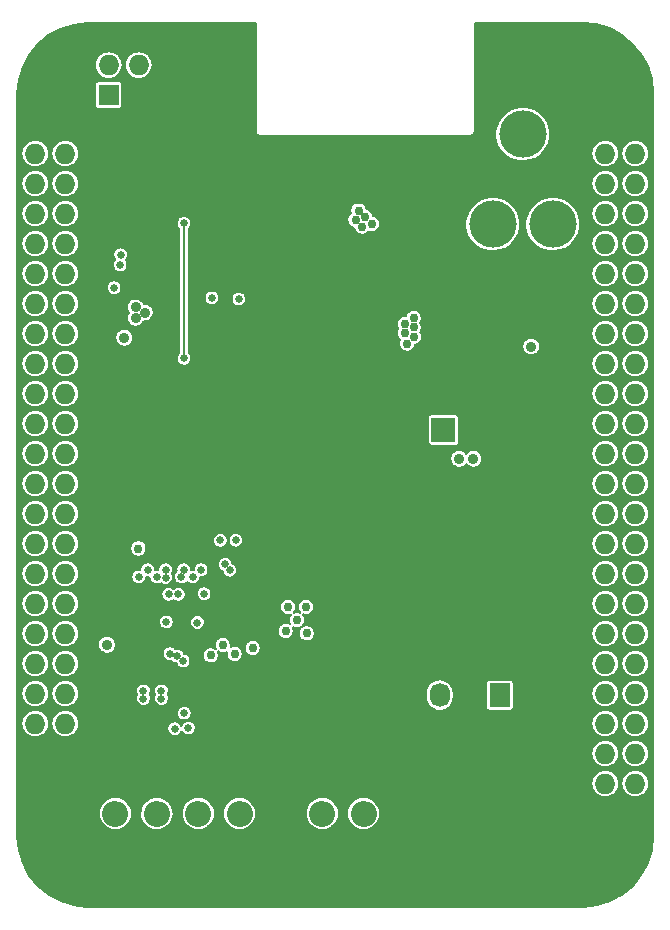
<source format=gbr>
G04 #@! TF.FileFunction,Copper,L3,Inr,Plane*
%FSLAX46Y46*%
G04 Gerber Fmt 4.6, Leading zero omitted, Abs format (unit mm)*
G04 Created by KiCad (PCBNEW (2015-02-03 BZR 5404)-product) date 9/2/2015 4:33:54 PM*
%MOMM*%
G01*
G04 APERTURE LIST*
%ADD10C,0.100000*%
%ADD11O,2.200000X2.200000*%
%ADD12R,1.727200X1.727200*%
%ADD13O,1.727200X1.727200*%
%ADD14C,4.000000*%
%ADD15C,0.450000*%
%ADD16R,1.727200X2.032000*%
%ADD17O,1.727200X2.032000*%
%ADD18R,2.032000X2.032000*%
%ADD19O,2.032000X2.032000*%
%ADD20C,0.635000*%
%ADD21C,0.762000*%
%ADD22C,0.889000*%
%ADD23C,0.177800*%
%ADD24C,0.203200*%
G04 APERTURE END LIST*
D10*
D11*
X58605000Y-103505000D03*
X55105000Y-103505000D03*
X51605000Y-103505000D03*
X48105000Y-103505000D03*
X44605000Y-103505000D03*
X41105000Y-103505000D03*
X37605000Y-103505000D03*
X34105000Y-103505000D03*
D12*
X75565000Y-45085000D03*
D13*
X78105000Y-45085000D03*
X75565000Y-47625000D03*
X78105000Y-47625000D03*
X75565000Y-50165000D03*
X78105000Y-50165000D03*
X75565000Y-52705000D03*
X78105000Y-52705000D03*
X75565000Y-55245000D03*
X78105000Y-55245000D03*
X75565000Y-57785000D03*
X78105000Y-57785000D03*
X75565000Y-60325000D03*
X78105000Y-60325000D03*
X75565000Y-62865000D03*
X78105000Y-62865000D03*
X75565000Y-65405000D03*
X78105000Y-65405000D03*
X75565000Y-67945000D03*
X78105000Y-67945000D03*
X75565000Y-70485000D03*
X78105000Y-70485000D03*
X75565000Y-73025000D03*
X78105000Y-73025000D03*
X75565000Y-75565000D03*
X78105000Y-75565000D03*
X75565000Y-78105000D03*
X78105000Y-78105000D03*
X75565000Y-80645000D03*
X78105000Y-80645000D03*
X75565000Y-83185000D03*
X78105000Y-83185000D03*
X75565000Y-85725000D03*
X78105000Y-85725000D03*
X75565000Y-88265000D03*
X78105000Y-88265000D03*
X75565000Y-90805000D03*
X78105000Y-90805000D03*
X75565000Y-93345000D03*
X78105000Y-93345000D03*
X75565000Y-95885000D03*
X78105000Y-95885000D03*
X75565000Y-98425000D03*
X78105000Y-98425000D03*
X75565000Y-100965000D03*
X78105000Y-100965000D03*
D12*
X27305000Y-45085000D03*
D13*
X29845000Y-45085000D03*
X27305000Y-47625000D03*
X29845000Y-47625000D03*
X27305000Y-50165000D03*
X29845000Y-50165000D03*
X27305000Y-52705000D03*
X29845000Y-52705000D03*
X27305000Y-55245000D03*
X29845000Y-55245000D03*
X27305000Y-57785000D03*
X29845000Y-57785000D03*
X27305000Y-60325000D03*
X29845000Y-60325000D03*
X27305000Y-62865000D03*
X29845000Y-62865000D03*
X27305000Y-65405000D03*
X29845000Y-65405000D03*
X27305000Y-67945000D03*
X29845000Y-67945000D03*
X27305000Y-70485000D03*
X29845000Y-70485000D03*
X27305000Y-73025000D03*
X29845000Y-73025000D03*
X27305000Y-75565000D03*
X29845000Y-75565000D03*
X27305000Y-78105000D03*
X29845000Y-78105000D03*
X27305000Y-80645000D03*
X29845000Y-80645000D03*
X27305000Y-83185000D03*
X29845000Y-83185000D03*
X27305000Y-85725000D03*
X29845000Y-85725000D03*
X27305000Y-88265000D03*
X29845000Y-88265000D03*
X27305000Y-90805000D03*
X29845000Y-90805000D03*
X27305000Y-93345000D03*
X29845000Y-93345000D03*
X27305000Y-95885000D03*
X29845000Y-95885000D03*
X27305000Y-98425000D03*
X29845000Y-98425000D03*
X27305000Y-100965000D03*
X29845000Y-100965000D03*
D14*
X71120000Y-53594000D03*
X66040000Y-53594000D03*
X68580000Y-45974000D03*
D12*
X33528000Y-42672000D03*
D13*
X33528000Y-40132000D03*
X36068000Y-42672000D03*
X36068000Y-40132000D03*
D14*
X66040000Y-101600000D03*
X71120000Y-101600000D03*
X68580000Y-109220000D03*
D15*
X44207000Y-61893500D03*
X43607000Y-61893500D03*
X43007000Y-61893500D03*
X42407000Y-61893500D03*
X44207000Y-62693500D03*
X43607000Y-62693500D03*
X43007000Y-62693500D03*
X42407000Y-62693500D03*
D16*
X66649600Y-93472000D03*
D17*
X64109600Y-93472000D03*
X61569600Y-93472000D03*
D18*
X61874400Y-71018400D03*
D19*
X61874400Y-68478400D03*
D20*
X38404800Y-87274400D03*
X41605200Y-84886800D03*
X39928800Y-94996000D03*
X40284400Y-96266000D03*
X39116000Y-96316800D03*
X40640000Y-83464400D03*
X39674800Y-83464400D03*
X39878000Y-82854800D03*
X38354000Y-83515200D03*
X38354000Y-82854800D03*
X41351200Y-82854800D03*
X37592000Y-83464400D03*
X36068000Y-83464400D03*
X36830000Y-82854800D03*
X43383200Y-82397600D03*
X42976800Y-80365600D03*
X44297600Y-80365600D03*
X43789600Y-82905600D03*
D21*
X48514000Y-88036400D03*
X50292000Y-88239600D03*
X50241200Y-86004400D03*
X49479200Y-87122000D03*
X48717200Y-86004400D03*
D20*
X39319200Y-90170000D03*
X38709600Y-89966800D03*
X39827200Y-90576400D03*
D21*
X43180000Y-89217500D03*
X42164000Y-90106500D03*
X45720000Y-89471500D03*
X44196000Y-89979500D03*
D20*
X41046400Y-87325200D03*
D22*
X36576000Y-61087000D03*
D21*
X36042600Y-81064100D03*
D22*
X35814000Y-60642500D03*
X35814000Y-61531500D03*
D20*
X36474400Y-93776800D03*
X36474400Y-93116400D03*
D22*
X39776400Y-68173600D03*
X43484800Y-67462400D03*
X41656000Y-63246000D03*
X45669200Y-63957200D03*
X46685200Y-65176400D03*
X45212000Y-65989200D03*
D21*
X55016400Y-57251600D03*
X55524400Y-55778400D03*
X54610000Y-57962800D03*
X54660800Y-56438800D03*
X44246800Y-56540400D03*
X42621200Y-56540400D03*
X42773600Y-51104800D03*
X43891200Y-50241200D03*
X43434000Y-57607200D03*
X43383200Y-55016400D03*
X43434000Y-56540400D03*
X36512500Y-58229500D03*
X36703000Y-58991500D03*
D20*
X42164000Y-86296500D03*
X37084000Y-90233500D03*
X38100000Y-90551000D03*
X37084000Y-90868500D03*
D22*
X33528000Y-95377000D03*
X35306000Y-95377000D03*
X36830000Y-94869000D03*
X36830000Y-95758000D03*
X46164500Y-93980000D03*
X47307500Y-93091000D03*
X51498500Y-72898000D03*
X50800000Y-71183500D03*
X49860200Y-70231000D03*
X48895000Y-71183500D03*
X51689000Y-74866500D03*
X55245000Y-84836000D03*
X54483000Y-85344000D03*
X53149500Y-87249000D03*
X52133500Y-87312500D03*
X53213000Y-82550000D03*
X53657500Y-84455000D03*
X54800500Y-78740000D03*
X53213000Y-79883000D03*
X53530500Y-77787500D03*
X49974500Y-79502000D03*
X49974500Y-80391000D03*
X48069500Y-79121000D03*
X45974000Y-79057500D03*
X44450000Y-78867000D03*
X39814500Y-77406500D03*
D21*
X38201600Y-72136000D03*
X37084000Y-70040500D03*
D22*
X33020000Y-66675000D03*
X33909000Y-66675000D03*
X56007000Y-62547500D03*
X55118000Y-61341000D03*
X56832500Y-61341000D03*
X62217300Y-89535000D03*
X61518800Y-88392000D03*
X63487300Y-84137500D03*
X67233800Y-84963000D03*
X63487300Y-81978500D03*
X63169800Y-80454500D03*
D21*
X51054000Y-51117500D03*
X51816000Y-52387500D03*
X50165000Y-52832000D03*
X50546000Y-50292000D03*
X52324000Y-48260000D03*
X52070000Y-50292000D03*
X52324000Y-49085500D03*
X35750500Y-72390000D03*
X36512500Y-72390000D03*
X34607500Y-78740000D03*
X35115500Y-79565500D03*
X37147500Y-79756000D03*
X38354000Y-78613000D03*
X44983400Y-51079400D03*
X34798000Y-54800500D03*
X59347100Y-61544200D03*
X59347100Y-62344300D03*
X59359800Y-63119000D03*
X58788300Y-63703200D03*
X58597800Y-62839600D03*
X58597800Y-62052200D03*
D22*
X34848800Y-63220600D03*
D20*
X39420800Y-84937600D03*
X38608000Y-84937600D03*
X37998400Y-93776800D03*
X37998400Y-93116400D03*
X44551600Y-59944000D03*
X34544000Y-56184800D03*
X42265600Y-59842400D03*
X34493200Y-57048400D03*
D21*
X54686200Y-52451000D03*
X55245000Y-53009800D03*
X55803800Y-53568600D03*
X54991000Y-53797200D03*
X54432200Y-53238400D03*
D20*
X39903400Y-53517800D03*
X39903400Y-64947800D03*
D22*
X33375600Y-89204800D03*
X69291200Y-63957200D03*
D20*
X33985200Y-58978800D03*
D22*
X64414400Y-73456800D03*
X63195200Y-73456800D03*
D23*
X39776400Y-68173600D02*
X40284400Y-69088000D01*
X43484800Y-68783200D02*
X43484800Y-67462400D01*
X43180000Y-69088000D02*
X43484800Y-68783200D01*
X40284400Y-69088000D02*
X43180000Y-69088000D01*
D24*
X39903400Y-53517800D02*
X39903400Y-64947800D01*
G36*
X79630200Y-105391428D02*
X79514712Y-106569262D01*
X79273400Y-107368525D01*
X79273400Y-100970653D01*
X79273400Y-100959347D01*
X79273400Y-98430653D01*
X79273400Y-98419347D01*
X79273400Y-95890653D01*
X79273400Y-95879347D01*
X79273400Y-93350653D01*
X79273400Y-93339347D01*
X79273400Y-90810653D01*
X79273400Y-90799347D01*
X79273400Y-88270653D01*
X79273400Y-88259347D01*
X79273400Y-85730653D01*
X79273400Y-85719347D01*
X79273400Y-83190653D01*
X79273400Y-83179347D01*
X79273400Y-80650653D01*
X79273400Y-80639347D01*
X79273400Y-78110653D01*
X79273400Y-78099347D01*
X79273400Y-75570653D01*
X79273400Y-75559347D01*
X79273400Y-73030653D01*
X79273400Y-73019347D01*
X79273400Y-70490653D01*
X79273400Y-70479347D01*
X79273400Y-67950653D01*
X79273400Y-67939347D01*
X79273400Y-65410653D01*
X79273400Y-65399347D01*
X79273400Y-62870653D01*
X79273400Y-62859347D01*
X79273400Y-60330653D01*
X79273400Y-60319347D01*
X79273400Y-57790653D01*
X79273400Y-57779347D01*
X79273400Y-55250653D01*
X79273400Y-55239347D01*
X79273400Y-52710653D01*
X79273400Y-52699347D01*
X79273400Y-50170653D01*
X79273400Y-50159347D01*
X79273400Y-47630653D01*
X79273400Y-47619347D01*
X79251148Y-47392404D01*
X79185240Y-47174104D01*
X79078185Y-46972764D01*
X78934062Y-46796052D01*
X78758361Y-46650700D01*
X78557773Y-46542242D01*
X78339939Y-46474811D01*
X78113157Y-46450975D01*
X77886064Y-46471643D01*
X77667310Y-46536025D01*
X77465227Y-46641672D01*
X77287513Y-46784557D01*
X77140937Y-46959240D01*
X77031082Y-47159065D01*
X76962132Y-47376423D01*
X76936714Y-47603034D01*
X76936600Y-47619347D01*
X76936600Y-47630653D01*
X76958852Y-47857596D01*
X77024760Y-48075896D01*
X77131815Y-48277236D01*
X77275938Y-48453948D01*
X77451639Y-48599300D01*
X77652227Y-48707758D01*
X77870061Y-48775189D01*
X78096843Y-48799025D01*
X78323936Y-48778357D01*
X78542690Y-48713975D01*
X78744773Y-48608328D01*
X78922487Y-48465443D01*
X79069063Y-48290760D01*
X79178918Y-48090935D01*
X79247868Y-47873577D01*
X79273286Y-47646966D01*
X79273400Y-47630653D01*
X79273400Y-50159347D01*
X79251148Y-49932404D01*
X79185240Y-49714104D01*
X79078185Y-49512764D01*
X78934062Y-49336052D01*
X78758361Y-49190700D01*
X78557773Y-49082242D01*
X78339939Y-49014811D01*
X78113157Y-48990975D01*
X77886064Y-49011643D01*
X77667310Y-49076025D01*
X77465227Y-49181672D01*
X77287513Y-49324557D01*
X77140937Y-49499240D01*
X77031082Y-49699065D01*
X76962132Y-49916423D01*
X76936714Y-50143034D01*
X76936600Y-50159347D01*
X76936600Y-50170653D01*
X76958852Y-50397596D01*
X77024760Y-50615896D01*
X77131815Y-50817236D01*
X77275938Y-50993948D01*
X77451639Y-51139300D01*
X77652227Y-51247758D01*
X77870061Y-51315189D01*
X78096843Y-51339025D01*
X78323936Y-51318357D01*
X78542690Y-51253975D01*
X78744773Y-51148328D01*
X78922487Y-51005443D01*
X79069063Y-50830760D01*
X79178918Y-50630935D01*
X79247868Y-50413577D01*
X79273286Y-50186966D01*
X79273400Y-50170653D01*
X79273400Y-52699347D01*
X79251148Y-52472404D01*
X79185240Y-52254104D01*
X79078185Y-52052764D01*
X78934062Y-51876052D01*
X78758361Y-51730700D01*
X78557773Y-51622242D01*
X78339939Y-51554811D01*
X78113157Y-51530975D01*
X77886064Y-51551643D01*
X77667310Y-51616025D01*
X77465227Y-51721672D01*
X77287513Y-51864557D01*
X77140937Y-52039240D01*
X77031082Y-52239065D01*
X76962132Y-52456423D01*
X76936714Y-52683034D01*
X76936600Y-52699347D01*
X76936600Y-52710653D01*
X76958852Y-52937596D01*
X77024760Y-53155896D01*
X77131815Y-53357236D01*
X77275938Y-53533948D01*
X77451639Y-53679300D01*
X77652227Y-53787758D01*
X77870061Y-53855189D01*
X78096843Y-53879025D01*
X78323936Y-53858357D01*
X78542690Y-53793975D01*
X78744773Y-53688328D01*
X78922487Y-53545443D01*
X79069063Y-53370760D01*
X79178918Y-53170935D01*
X79247868Y-52953577D01*
X79273286Y-52726966D01*
X79273400Y-52710653D01*
X79273400Y-55239347D01*
X79251148Y-55012404D01*
X79185240Y-54794104D01*
X79078185Y-54592764D01*
X78934062Y-54416052D01*
X78758361Y-54270700D01*
X78557773Y-54162242D01*
X78339939Y-54094811D01*
X78113157Y-54070975D01*
X77886064Y-54091643D01*
X77667310Y-54156025D01*
X77465227Y-54261672D01*
X77287513Y-54404557D01*
X77140937Y-54579240D01*
X77031082Y-54779065D01*
X76962132Y-54996423D01*
X76936714Y-55223034D01*
X76936600Y-55239347D01*
X76936600Y-55250653D01*
X76958852Y-55477596D01*
X77024760Y-55695896D01*
X77131815Y-55897236D01*
X77275938Y-56073948D01*
X77451639Y-56219300D01*
X77652227Y-56327758D01*
X77870061Y-56395189D01*
X78096843Y-56419025D01*
X78323936Y-56398357D01*
X78542690Y-56333975D01*
X78744773Y-56228328D01*
X78922487Y-56085443D01*
X79069063Y-55910760D01*
X79178918Y-55710935D01*
X79247868Y-55493577D01*
X79273286Y-55266966D01*
X79273400Y-55250653D01*
X79273400Y-57779347D01*
X79251148Y-57552404D01*
X79185240Y-57334104D01*
X79078185Y-57132764D01*
X78934062Y-56956052D01*
X78758361Y-56810700D01*
X78557773Y-56702242D01*
X78339939Y-56634811D01*
X78113157Y-56610975D01*
X77886064Y-56631643D01*
X77667310Y-56696025D01*
X77465227Y-56801672D01*
X77287513Y-56944557D01*
X77140937Y-57119240D01*
X77031082Y-57319065D01*
X76962132Y-57536423D01*
X76936714Y-57763034D01*
X76936600Y-57779347D01*
X76936600Y-57790653D01*
X76958852Y-58017596D01*
X77024760Y-58235896D01*
X77131815Y-58437236D01*
X77275938Y-58613948D01*
X77451639Y-58759300D01*
X77652227Y-58867758D01*
X77870061Y-58935189D01*
X78096843Y-58959025D01*
X78323936Y-58938357D01*
X78542690Y-58873975D01*
X78744773Y-58768328D01*
X78922487Y-58625443D01*
X79069063Y-58450760D01*
X79178918Y-58250935D01*
X79247868Y-58033577D01*
X79273286Y-57806966D01*
X79273400Y-57790653D01*
X79273400Y-60319347D01*
X79251148Y-60092404D01*
X79185240Y-59874104D01*
X79078185Y-59672764D01*
X78934062Y-59496052D01*
X78758361Y-59350700D01*
X78557773Y-59242242D01*
X78339939Y-59174811D01*
X78113157Y-59150975D01*
X77886064Y-59171643D01*
X77667310Y-59236025D01*
X77465227Y-59341672D01*
X77287513Y-59484557D01*
X77140937Y-59659240D01*
X77031082Y-59859065D01*
X76962132Y-60076423D01*
X76936714Y-60303034D01*
X76936600Y-60319347D01*
X76936600Y-60330653D01*
X76958852Y-60557596D01*
X77024760Y-60775896D01*
X77131815Y-60977236D01*
X77275938Y-61153948D01*
X77451639Y-61299300D01*
X77652227Y-61407758D01*
X77870061Y-61475189D01*
X78096843Y-61499025D01*
X78323936Y-61478357D01*
X78542690Y-61413975D01*
X78744773Y-61308328D01*
X78922487Y-61165443D01*
X79069063Y-60990760D01*
X79178918Y-60790935D01*
X79247868Y-60573577D01*
X79273286Y-60346966D01*
X79273400Y-60330653D01*
X79273400Y-62859347D01*
X79251148Y-62632404D01*
X79185240Y-62414104D01*
X79078185Y-62212764D01*
X78934062Y-62036052D01*
X78758361Y-61890700D01*
X78557773Y-61782242D01*
X78339939Y-61714811D01*
X78113157Y-61690975D01*
X77886064Y-61711643D01*
X77667310Y-61776025D01*
X77465227Y-61881672D01*
X77287513Y-62024557D01*
X77140937Y-62199240D01*
X77031082Y-62399065D01*
X76962132Y-62616423D01*
X76936714Y-62843034D01*
X76936600Y-62859347D01*
X76936600Y-62870653D01*
X76958852Y-63097596D01*
X77024760Y-63315896D01*
X77131815Y-63517236D01*
X77275938Y-63693948D01*
X77451639Y-63839300D01*
X77652227Y-63947758D01*
X77870061Y-64015189D01*
X78096843Y-64039025D01*
X78323936Y-64018357D01*
X78542690Y-63953975D01*
X78744773Y-63848328D01*
X78922487Y-63705443D01*
X79069063Y-63530760D01*
X79178918Y-63330935D01*
X79247868Y-63113577D01*
X79273286Y-62886966D01*
X79273400Y-62870653D01*
X79273400Y-65399347D01*
X79251148Y-65172404D01*
X79185240Y-64954104D01*
X79078185Y-64752764D01*
X78934062Y-64576052D01*
X78758361Y-64430700D01*
X78557773Y-64322242D01*
X78339939Y-64254811D01*
X78113157Y-64230975D01*
X77886064Y-64251643D01*
X77667310Y-64316025D01*
X77465227Y-64421672D01*
X77287513Y-64564557D01*
X77140937Y-64739240D01*
X77031082Y-64939065D01*
X76962132Y-65156423D01*
X76936714Y-65383034D01*
X76936600Y-65399347D01*
X76936600Y-65410653D01*
X76958852Y-65637596D01*
X77024760Y-65855896D01*
X77131815Y-66057236D01*
X77275938Y-66233948D01*
X77451639Y-66379300D01*
X77652227Y-66487758D01*
X77870061Y-66555189D01*
X78096843Y-66579025D01*
X78323936Y-66558357D01*
X78542690Y-66493975D01*
X78744773Y-66388328D01*
X78922487Y-66245443D01*
X79069063Y-66070760D01*
X79178918Y-65870935D01*
X79247868Y-65653577D01*
X79273286Y-65426966D01*
X79273400Y-65410653D01*
X79273400Y-67939347D01*
X79251148Y-67712404D01*
X79185240Y-67494104D01*
X79078185Y-67292764D01*
X78934062Y-67116052D01*
X78758361Y-66970700D01*
X78557773Y-66862242D01*
X78339939Y-66794811D01*
X78113157Y-66770975D01*
X77886064Y-66791643D01*
X77667310Y-66856025D01*
X77465227Y-66961672D01*
X77287513Y-67104557D01*
X77140937Y-67279240D01*
X77031082Y-67479065D01*
X76962132Y-67696423D01*
X76936714Y-67923034D01*
X76936600Y-67939347D01*
X76936600Y-67950653D01*
X76958852Y-68177596D01*
X77024760Y-68395896D01*
X77131815Y-68597236D01*
X77275938Y-68773948D01*
X77451639Y-68919300D01*
X77652227Y-69027758D01*
X77870061Y-69095189D01*
X78096843Y-69119025D01*
X78323936Y-69098357D01*
X78542690Y-69033975D01*
X78744773Y-68928328D01*
X78922487Y-68785443D01*
X79069063Y-68610760D01*
X79178918Y-68410935D01*
X79247868Y-68193577D01*
X79273286Y-67966966D01*
X79273400Y-67950653D01*
X79273400Y-70479347D01*
X79251148Y-70252404D01*
X79185240Y-70034104D01*
X79078185Y-69832764D01*
X78934062Y-69656052D01*
X78758361Y-69510700D01*
X78557773Y-69402242D01*
X78339939Y-69334811D01*
X78113157Y-69310975D01*
X77886064Y-69331643D01*
X77667310Y-69396025D01*
X77465227Y-69501672D01*
X77287513Y-69644557D01*
X77140937Y-69819240D01*
X77031082Y-70019065D01*
X76962132Y-70236423D01*
X76936714Y-70463034D01*
X76936600Y-70479347D01*
X76936600Y-70490653D01*
X76958852Y-70717596D01*
X77024760Y-70935896D01*
X77131815Y-71137236D01*
X77275938Y-71313948D01*
X77451639Y-71459300D01*
X77652227Y-71567758D01*
X77870061Y-71635189D01*
X78096843Y-71659025D01*
X78323936Y-71638357D01*
X78542690Y-71573975D01*
X78744773Y-71468328D01*
X78922487Y-71325443D01*
X79069063Y-71150760D01*
X79178918Y-70950935D01*
X79247868Y-70733577D01*
X79273286Y-70506966D01*
X79273400Y-70490653D01*
X79273400Y-73019347D01*
X79251148Y-72792404D01*
X79185240Y-72574104D01*
X79078185Y-72372764D01*
X78934062Y-72196052D01*
X78758361Y-72050700D01*
X78557773Y-71942242D01*
X78339939Y-71874811D01*
X78113157Y-71850975D01*
X77886064Y-71871643D01*
X77667310Y-71936025D01*
X77465227Y-72041672D01*
X77287513Y-72184557D01*
X77140937Y-72359240D01*
X77031082Y-72559065D01*
X76962132Y-72776423D01*
X76936714Y-73003034D01*
X76936600Y-73019347D01*
X76936600Y-73030653D01*
X76958852Y-73257596D01*
X77024760Y-73475896D01*
X77131815Y-73677236D01*
X77275938Y-73853948D01*
X77451639Y-73999300D01*
X77652227Y-74107758D01*
X77870061Y-74175189D01*
X78096843Y-74199025D01*
X78323936Y-74178357D01*
X78542690Y-74113975D01*
X78744773Y-74008328D01*
X78922487Y-73865443D01*
X79069063Y-73690760D01*
X79178918Y-73490935D01*
X79247868Y-73273577D01*
X79273286Y-73046966D01*
X79273400Y-73030653D01*
X79273400Y-75559347D01*
X79251148Y-75332404D01*
X79185240Y-75114104D01*
X79078185Y-74912764D01*
X78934062Y-74736052D01*
X78758361Y-74590700D01*
X78557773Y-74482242D01*
X78339939Y-74414811D01*
X78113157Y-74390975D01*
X77886064Y-74411643D01*
X77667310Y-74476025D01*
X77465227Y-74581672D01*
X77287513Y-74724557D01*
X77140937Y-74899240D01*
X77031082Y-75099065D01*
X76962132Y-75316423D01*
X76936714Y-75543034D01*
X76936600Y-75559347D01*
X76936600Y-75570653D01*
X76958852Y-75797596D01*
X77024760Y-76015896D01*
X77131815Y-76217236D01*
X77275938Y-76393948D01*
X77451639Y-76539300D01*
X77652227Y-76647758D01*
X77870061Y-76715189D01*
X78096843Y-76739025D01*
X78323936Y-76718357D01*
X78542690Y-76653975D01*
X78744773Y-76548328D01*
X78922487Y-76405443D01*
X79069063Y-76230760D01*
X79178918Y-76030935D01*
X79247868Y-75813577D01*
X79273286Y-75586966D01*
X79273400Y-75570653D01*
X79273400Y-78099347D01*
X79251148Y-77872404D01*
X79185240Y-77654104D01*
X79078185Y-77452764D01*
X78934062Y-77276052D01*
X78758361Y-77130700D01*
X78557773Y-77022242D01*
X78339939Y-76954811D01*
X78113157Y-76930975D01*
X77886064Y-76951643D01*
X77667310Y-77016025D01*
X77465227Y-77121672D01*
X77287513Y-77264557D01*
X77140937Y-77439240D01*
X77031082Y-77639065D01*
X76962132Y-77856423D01*
X76936714Y-78083034D01*
X76936600Y-78099347D01*
X76936600Y-78110653D01*
X76958852Y-78337596D01*
X77024760Y-78555896D01*
X77131815Y-78757236D01*
X77275938Y-78933948D01*
X77451639Y-79079300D01*
X77652227Y-79187758D01*
X77870061Y-79255189D01*
X78096843Y-79279025D01*
X78323936Y-79258357D01*
X78542690Y-79193975D01*
X78744773Y-79088328D01*
X78922487Y-78945443D01*
X79069063Y-78770760D01*
X79178918Y-78570935D01*
X79247868Y-78353577D01*
X79273286Y-78126966D01*
X79273400Y-78110653D01*
X79273400Y-80639347D01*
X79251148Y-80412404D01*
X79185240Y-80194104D01*
X79078185Y-79992764D01*
X78934062Y-79816052D01*
X78758361Y-79670700D01*
X78557773Y-79562242D01*
X78339939Y-79494811D01*
X78113157Y-79470975D01*
X77886064Y-79491643D01*
X77667310Y-79556025D01*
X77465227Y-79661672D01*
X77287513Y-79804557D01*
X77140937Y-79979240D01*
X77031082Y-80179065D01*
X76962132Y-80396423D01*
X76936714Y-80623034D01*
X76936600Y-80639347D01*
X76936600Y-80650653D01*
X76958852Y-80877596D01*
X77024760Y-81095896D01*
X77131815Y-81297236D01*
X77275938Y-81473948D01*
X77451639Y-81619300D01*
X77652227Y-81727758D01*
X77870061Y-81795189D01*
X78096843Y-81819025D01*
X78323936Y-81798357D01*
X78542690Y-81733975D01*
X78744773Y-81628328D01*
X78922487Y-81485443D01*
X79069063Y-81310760D01*
X79178918Y-81110935D01*
X79247868Y-80893577D01*
X79273286Y-80666966D01*
X79273400Y-80650653D01*
X79273400Y-83179347D01*
X79251148Y-82952404D01*
X79185240Y-82734104D01*
X79078185Y-82532764D01*
X78934062Y-82356052D01*
X78758361Y-82210700D01*
X78557773Y-82102242D01*
X78339939Y-82034811D01*
X78113157Y-82010975D01*
X77886064Y-82031643D01*
X77667310Y-82096025D01*
X77465227Y-82201672D01*
X77287513Y-82344557D01*
X77140937Y-82519240D01*
X77031082Y-82719065D01*
X76962132Y-82936423D01*
X76936714Y-83163034D01*
X76936600Y-83179347D01*
X76936600Y-83190653D01*
X76958852Y-83417596D01*
X77024760Y-83635896D01*
X77131815Y-83837236D01*
X77275938Y-84013948D01*
X77451639Y-84159300D01*
X77652227Y-84267758D01*
X77870061Y-84335189D01*
X78096843Y-84359025D01*
X78323936Y-84338357D01*
X78542690Y-84273975D01*
X78744773Y-84168328D01*
X78922487Y-84025443D01*
X79069063Y-83850760D01*
X79178918Y-83650935D01*
X79247868Y-83433577D01*
X79273286Y-83206966D01*
X79273400Y-83190653D01*
X79273400Y-85719347D01*
X79251148Y-85492404D01*
X79185240Y-85274104D01*
X79078185Y-85072764D01*
X78934062Y-84896052D01*
X78758361Y-84750700D01*
X78557773Y-84642242D01*
X78339939Y-84574811D01*
X78113157Y-84550975D01*
X77886064Y-84571643D01*
X77667310Y-84636025D01*
X77465227Y-84741672D01*
X77287513Y-84884557D01*
X77140937Y-85059240D01*
X77031082Y-85259065D01*
X76962132Y-85476423D01*
X76936714Y-85703034D01*
X76936600Y-85719347D01*
X76936600Y-85730653D01*
X76958852Y-85957596D01*
X77024760Y-86175896D01*
X77131815Y-86377236D01*
X77275938Y-86553948D01*
X77451639Y-86699300D01*
X77652227Y-86807758D01*
X77870061Y-86875189D01*
X78096843Y-86899025D01*
X78323936Y-86878357D01*
X78542690Y-86813975D01*
X78744773Y-86708328D01*
X78922487Y-86565443D01*
X79069063Y-86390760D01*
X79178918Y-86190935D01*
X79247868Y-85973577D01*
X79273286Y-85746966D01*
X79273400Y-85730653D01*
X79273400Y-88259347D01*
X79251148Y-88032404D01*
X79185240Y-87814104D01*
X79078185Y-87612764D01*
X78934062Y-87436052D01*
X78758361Y-87290700D01*
X78557773Y-87182242D01*
X78339939Y-87114811D01*
X78113157Y-87090975D01*
X77886064Y-87111643D01*
X77667310Y-87176025D01*
X77465227Y-87281672D01*
X77287513Y-87424557D01*
X77140937Y-87599240D01*
X77031082Y-87799065D01*
X76962132Y-88016423D01*
X76936714Y-88243034D01*
X76936600Y-88259347D01*
X76936600Y-88270653D01*
X76958852Y-88497596D01*
X77024760Y-88715896D01*
X77131815Y-88917236D01*
X77275938Y-89093948D01*
X77451639Y-89239300D01*
X77652227Y-89347758D01*
X77870061Y-89415189D01*
X78096843Y-89439025D01*
X78323936Y-89418357D01*
X78542690Y-89353975D01*
X78744773Y-89248328D01*
X78922487Y-89105443D01*
X79069063Y-88930760D01*
X79178918Y-88730935D01*
X79247868Y-88513577D01*
X79273286Y-88286966D01*
X79273400Y-88270653D01*
X79273400Y-90799347D01*
X79251148Y-90572404D01*
X79185240Y-90354104D01*
X79078185Y-90152764D01*
X78934062Y-89976052D01*
X78758361Y-89830700D01*
X78557773Y-89722242D01*
X78339939Y-89654811D01*
X78113157Y-89630975D01*
X77886064Y-89651643D01*
X77667310Y-89716025D01*
X77465227Y-89821672D01*
X77287513Y-89964557D01*
X77140937Y-90139240D01*
X77031082Y-90339065D01*
X76962132Y-90556423D01*
X76936714Y-90783034D01*
X76936600Y-90799347D01*
X76936600Y-90810653D01*
X76958852Y-91037596D01*
X77024760Y-91255896D01*
X77131815Y-91457236D01*
X77275938Y-91633948D01*
X77451639Y-91779300D01*
X77652227Y-91887758D01*
X77870061Y-91955189D01*
X78096843Y-91979025D01*
X78323936Y-91958357D01*
X78542690Y-91893975D01*
X78744773Y-91788328D01*
X78922487Y-91645443D01*
X79069063Y-91470760D01*
X79178918Y-91270935D01*
X79247868Y-91053577D01*
X79273286Y-90826966D01*
X79273400Y-90810653D01*
X79273400Y-93339347D01*
X79251148Y-93112404D01*
X79185240Y-92894104D01*
X79078185Y-92692764D01*
X78934062Y-92516052D01*
X78758361Y-92370700D01*
X78557773Y-92262242D01*
X78339939Y-92194811D01*
X78113157Y-92170975D01*
X77886064Y-92191643D01*
X77667310Y-92256025D01*
X77465227Y-92361672D01*
X77287513Y-92504557D01*
X77140937Y-92679240D01*
X77031082Y-92879065D01*
X76962132Y-93096423D01*
X76936714Y-93323034D01*
X76936600Y-93339347D01*
X76936600Y-93350653D01*
X76958852Y-93577596D01*
X77024760Y-93795896D01*
X77131815Y-93997236D01*
X77275938Y-94173948D01*
X77451639Y-94319300D01*
X77652227Y-94427758D01*
X77870061Y-94495189D01*
X78096843Y-94519025D01*
X78323936Y-94498357D01*
X78542690Y-94433975D01*
X78744773Y-94328328D01*
X78922487Y-94185443D01*
X79069063Y-94010760D01*
X79178918Y-93810935D01*
X79247868Y-93593577D01*
X79273286Y-93366966D01*
X79273400Y-93350653D01*
X79273400Y-95879347D01*
X79251148Y-95652404D01*
X79185240Y-95434104D01*
X79078185Y-95232764D01*
X78934062Y-95056052D01*
X78758361Y-94910700D01*
X78557773Y-94802242D01*
X78339939Y-94734811D01*
X78113157Y-94710975D01*
X77886064Y-94731643D01*
X77667310Y-94796025D01*
X77465227Y-94901672D01*
X77287513Y-95044557D01*
X77140937Y-95219240D01*
X77031082Y-95419065D01*
X76962132Y-95636423D01*
X76936714Y-95863034D01*
X76936600Y-95879347D01*
X76936600Y-95890653D01*
X76958852Y-96117596D01*
X77024760Y-96335896D01*
X77131815Y-96537236D01*
X77275938Y-96713948D01*
X77451639Y-96859300D01*
X77652227Y-96967758D01*
X77870061Y-97035189D01*
X78096843Y-97059025D01*
X78323936Y-97038357D01*
X78542690Y-96973975D01*
X78744773Y-96868328D01*
X78922487Y-96725443D01*
X79069063Y-96550760D01*
X79178918Y-96350935D01*
X79247868Y-96133577D01*
X79273286Y-95906966D01*
X79273400Y-95890653D01*
X79273400Y-98419347D01*
X79251148Y-98192404D01*
X79185240Y-97974104D01*
X79078185Y-97772764D01*
X78934062Y-97596052D01*
X78758361Y-97450700D01*
X78557773Y-97342242D01*
X78339939Y-97274811D01*
X78113157Y-97250975D01*
X77886064Y-97271643D01*
X77667310Y-97336025D01*
X77465227Y-97441672D01*
X77287513Y-97584557D01*
X77140937Y-97759240D01*
X77031082Y-97959065D01*
X76962132Y-98176423D01*
X76936714Y-98403034D01*
X76936600Y-98419347D01*
X76936600Y-98430653D01*
X76958852Y-98657596D01*
X77024760Y-98875896D01*
X77131815Y-99077236D01*
X77275938Y-99253948D01*
X77451639Y-99399300D01*
X77652227Y-99507758D01*
X77870061Y-99575189D01*
X78096843Y-99599025D01*
X78323936Y-99578357D01*
X78542690Y-99513975D01*
X78744773Y-99408328D01*
X78922487Y-99265443D01*
X79069063Y-99090760D01*
X79178918Y-98890935D01*
X79247868Y-98673577D01*
X79273286Y-98446966D01*
X79273400Y-98430653D01*
X79273400Y-100959347D01*
X79251148Y-100732404D01*
X79185240Y-100514104D01*
X79078185Y-100312764D01*
X78934062Y-100136052D01*
X78758361Y-99990700D01*
X78557773Y-99882242D01*
X78339939Y-99814811D01*
X78113157Y-99790975D01*
X77886064Y-99811643D01*
X77667310Y-99876025D01*
X77465227Y-99981672D01*
X77287513Y-100124557D01*
X77140937Y-100299240D01*
X77031082Y-100499065D01*
X76962132Y-100716423D01*
X76936714Y-100943034D01*
X76936600Y-100959347D01*
X76936600Y-100970653D01*
X76958852Y-101197596D01*
X77024760Y-101415896D01*
X77131815Y-101617236D01*
X77275938Y-101793948D01*
X77451639Y-101939300D01*
X77652227Y-102047758D01*
X77870061Y-102115189D01*
X78096843Y-102139025D01*
X78323936Y-102118357D01*
X78542690Y-102053975D01*
X78744773Y-101948328D01*
X78922487Y-101805443D01*
X79069063Y-101630760D01*
X79178918Y-101430935D01*
X79247868Y-101213577D01*
X79273286Y-100986966D01*
X79273400Y-100970653D01*
X79273400Y-107368525D01*
X79178041Y-107684370D01*
X78631189Y-108712850D01*
X77894986Y-109615523D01*
X76997475Y-110358010D01*
X76733400Y-110500794D01*
X76733400Y-100970653D01*
X76733400Y-100959347D01*
X76733400Y-98430653D01*
X76733400Y-98419347D01*
X76733400Y-95890653D01*
X76733400Y-95879347D01*
X76733400Y-93350653D01*
X76733400Y-93339347D01*
X76733400Y-90810653D01*
X76733400Y-90799347D01*
X76733400Y-88270653D01*
X76733400Y-88259347D01*
X76733400Y-85730653D01*
X76733400Y-85719347D01*
X76733400Y-83190653D01*
X76733400Y-83179347D01*
X76733400Y-80650653D01*
X76733400Y-80639347D01*
X76733400Y-78110653D01*
X76733400Y-78099347D01*
X76733400Y-75570653D01*
X76733400Y-75559347D01*
X76733400Y-73030653D01*
X76733400Y-73019347D01*
X76733400Y-70490653D01*
X76733400Y-70479347D01*
X76733400Y-67950653D01*
X76733400Y-67939347D01*
X76733400Y-65410653D01*
X76733400Y-65399347D01*
X76733400Y-62870653D01*
X76733400Y-62859347D01*
X76733400Y-60330653D01*
X76733400Y-60319347D01*
X76733400Y-57790653D01*
X76733400Y-57779347D01*
X76733400Y-55250653D01*
X76733400Y-55239347D01*
X76733400Y-52710653D01*
X76733400Y-52699347D01*
X76733400Y-50170653D01*
X76733400Y-50159347D01*
X76733400Y-47630653D01*
X76733400Y-47619347D01*
X76711148Y-47392404D01*
X76645240Y-47174104D01*
X76538185Y-46972764D01*
X76394062Y-46796052D01*
X76218361Y-46650700D01*
X76017773Y-46542242D01*
X75799939Y-46474811D01*
X75573157Y-46450975D01*
X75346064Y-46471643D01*
X75127310Y-46536025D01*
X74925227Y-46641672D01*
X74747513Y-46784557D01*
X74600937Y-46959240D01*
X74491082Y-47159065D01*
X74422132Y-47376423D01*
X74396714Y-47603034D01*
X74396600Y-47619347D01*
X74396600Y-47630653D01*
X74418852Y-47857596D01*
X74484760Y-48075896D01*
X74591815Y-48277236D01*
X74735938Y-48453948D01*
X74911639Y-48599300D01*
X75112227Y-48707758D01*
X75330061Y-48775189D01*
X75556843Y-48799025D01*
X75783936Y-48778357D01*
X76002690Y-48713975D01*
X76204773Y-48608328D01*
X76382487Y-48465443D01*
X76529063Y-48290760D01*
X76638918Y-48090935D01*
X76707868Y-47873577D01*
X76733286Y-47646966D01*
X76733400Y-47630653D01*
X76733400Y-50159347D01*
X76711148Y-49932404D01*
X76645240Y-49714104D01*
X76538185Y-49512764D01*
X76394062Y-49336052D01*
X76218361Y-49190700D01*
X76017773Y-49082242D01*
X75799939Y-49014811D01*
X75573157Y-48990975D01*
X75346064Y-49011643D01*
X75127310Y-49076025D01*
X74925227Y-49181672D01*
X74747513Y-49324557D01*
X74600937Y-49499240D01*
X74491082Y-49699065D01*
X74422132Y-49916423D01*
X74396714Y-50143034D01*
X74396600Y-50159347D01*
X74396600Y-50170653D01*
X74418852Y-50397596D01*
X74484760Y-50615896D01*
X74591815Y-50817236D01*
X74735938Y-50993948D01*
X74911639Y-51139300D01*
X75112227Y-51247758D01*
X75330061Y-51315189D01*
X75556843Y-51339025D01*
X75783936Y-51318357D01*
X76002690Y-51253975D01*
X76204773Y-51148328D01*
X76382487Y-51005443D01*
X76529063Y-50830760D01*
X76638918Y-50630935D01*
X76707868Y-50413577D01*
X76733286Y-50186966D01*
X76733400Y-50170653D01*
X76733400Y-52699347D01*
X76711148Y-52472404D01*
X76645240Y-52254104D01*
X76538185Y-52052764D01*
X76394062Y-51876052D01*
X76218361Y-51730700D01*
X76017773Y-51622242D01*
X75799939Y-51554811D01*
X75573157Y-51530975D01*
X75346064Y-51551643D01*
X75127310Y-51616025D01*
X74925227Y-51721672D01*
X74747513Y-51864557D01*
X74600937Y-52039240D01*
X74491082Y-52239065D01*
X74422132Y-52456423D01*
X74396714Y-52683034D01*
X74396600Y-52699347D01*
X74396600Y-52710653D01*
X74418852Y-52937596D01*
X74484760Y-53155896D01*
X74591815Y-53357236D01*
X74735938Y-53533948D01*
X74911639Y-53679300D01*
X75112227Y-53787758D01*
X75330061Y-53855189D01*
X75556843Y-53879025D01*
X75783936Y-53858357D01*
X76002690Y-53793975D01*
X76204773Y-53688328D01*
X76382487Y-53545443D01*
X76529063Y-53370760D01*
X76638918Y-53170935D01*
X76707868Y-52953577D01*
X76733286Y-52726966D01*
X76733400Y-52710653D01*
X76733400Y-55239347D01*
X76711148Y-55012404D01*
X76645240Y-54794104D01*
X76538185Y-54592764D01*
X76394062Y-54416052D01*
X76218361Y-54270700D01*
X76017773Y-54162242D01*
X75799939Y-54094811D01*
X75573157Y-54070975D01*
X75346064Y-54091643D01*
X75127310Y-54156025D01*
X74925227Y-54261672D01*
X74747513Y-54404557D01*
X74600937Y-54579240D01*
X74491082Y-54779065D01*
X74422132Y-54996423D01*
X74396714Y-55223034D01*
X74396600Y-55239347D01*
X74396600Y-55250653D01*
X74418852Y-55477596D01*
X74484760Y-55695896D01*
X74591815Y-55897236D01*
X74735938Y-56073948D01*
X74911639Y-56219300D01*
X75112227Y-56327758D01*
X75330061Y-56395189D01*
X75556843Y-56419025D01*
X75783936Y-56398357D01*
X76002690Y-56333975D01*
X76204773Y-56228328D01*
X76382487Y-56085443D01*
X76529063Y-55910760D01*
X76638918Y-55710935D01*
X76707868Y-55493577D01*
X76733286Y-55266966D01*
X76733400Y-55250653D01*
X76733400Y-57779347D01*
X76711148Y-57552404D01*
X76645240Y-57334104D01*
X76538185Y-57132764D01*
X76394062Y-56956052D01*
X76218361Y-56810700D01*
X76017773Y-56702242D01*
X75799939Y-56634811D01*
X75573157Y-56610975D01*
X75346064Y-56631643D01*
X75127310Y-56696025D01*
X74925227Y-56801672D01*
X74747513Y-56944557D01*
X74600937Y-57119240D01*
X74491082Y-57319065D01*
X74422132Y-57536423D01*
X74396714Y-57763034D01*
X74396600Y-57779347D01*
X74396600Y-57790653D01*
X74418852Y-58017596D01*
X74484760Y-58235896D01*
X74591815Y-58437236D01*
X74735938Y-58613948D01*
X74911639Y-58759300D01*
X75112227Y-58867758D01*
X75330061Y-58935189D01*
X75556843Y-58959025D01*
X75783936Y-58938357D01*
X76002690Y-58873975D01*
X76204773Y-58768328D01*
X76382487Y-58625443D01*
X76529063Y-58450760D01*
X76638918Y-58250935D01*
X76707868Y-58033577D01*
X76733286Y-57806966D01*
X76733400Y-57790653D01*
X76733400Y-60319347D01*
X76711148Y-60092404D01*
X76645240Y-59874104D01*
X76538185Y-59672764D01*
X76394062Y-59496052D01*
X76218361Y-59350700D01*
X76017773Y-59242242D01*
X75799939Y-59174811D01*
X75573157Y-59150975D01*
X75346064Y-59171643D01*
X75127310Y-59236025D01*
X74925227Y-59341672D01*
X74747513Y-59484557D01*
X74600937Y-59659240D01*
X74491082Y-59859065D01*
X74422132Y-60076423D01*
X74396714Y-60303034D01*
X74396600Y-60319347D01*
X74396600Y-60330653D01*
X74418852Y-60557596D01*
X74484760Y-60775896D01*
X74591815Y-60977236D01*
X74735938Y-61153948D01*
X74911639Y-61299300D01*
X75112227Y-61407758D01*
X75330061Y-61475189D01*
X75556843Y-61499025D01*
X75783936Y-61478357D01*
X76002690Y-61413975D01*
X76204773Y-61308328D01*
X76382487Y-61165443D01*
X76529063Y-60990760D01*
X76638918Y-60790935D01*
X76707868Y-60573577D01*
X76733286Y-60346966D01*
X76733400Y-60330653D01*
X76733400Y-62859347D01*
X76711148Y-62632404D01*
X76645240Y-62414104D01*
X76538185Y-62212764D01*
X76394062Y-62036052D01*
X76218361Y-61890700D01*
X76017773Y-61782242D01*
X75799939Y-61714811D01*
X75573157Y-61690975D01*
X75346064Y-61711643D01*
X75127310Y-61776025D01*
X74925227Y-61881672D01*
X74747513Y-62024557D01*
X74600937Y-62199240D01*
X74491082Y-62399065D01*
X74422132Y-62616423D01*
X74396714Y-62843034D01*
X74396600Y-62859347D01*
X74396600Y-62870653D01*
X74418852Y-63097596D01*
X74484760Y-63315896D01*
X74591815Y-63517236D01*
X74735938Y-63693948D01*
X74911639Y-63839300D01*
X75112227Y-63947758D01*
X75330061Y-64015189D01*
X75556843Y-64039025D01*
X75783936Y-64018357D01*
X76002690Y-63953975D01*
X76204773Y-63848328D01*
X76382487Y-63705443D01*
X76529063Y-63530760D01*
X76638918Y-63330935D01*
X76707868Y-63113577D01*
X76733286Y-62886966D01*
X76733400Y-62870653D01*
X76733400Y-65399347D01*
X76711148Y-65172404D01*
X76645240Y-64954104D01*
X76538185Y-64752764D01*
X76394062Y-64576052D01*
X76218361Y-64430700D01*
X76017773Y-64322242D01*
X75799939Y-64254811D01*
X75573157Y-64230975D01*
X75346064Y-64251643D01*
X75127310Y-64316025D01*
X74925227Y-64421672D01*
X74747513Y-64564557D01*
X74600937Y-64739240D01*
X74491082Y-64939065D01*
X74422132Y-65156423D01*
X74396714Y-65383034D01*
X74396600Y-65399347D01*
X74396600Y-65410653D01*
X74418852Y-65637596D01*
X74484760Y-65855896D01*
X74591815Y-66057236D01*
X74735938Y-66233948D01*
X74911639Y-66379300D01*
X75112227Y-66487758D01*
X75330061Y-66555189D01*
X75556843Y-66579025D01*
X75783936Y-66558357D01*
X76002690Y-66493975D01*
X76204773Y-66388328D01*
X76382487Y-66245443D01*
X76529063Y-66070760D01*
X76638918Y-65870935D01*
X76707868Y-65653577D01*
X76733286Y-65426966D01*
X76733400Y-65410653D01*
X76733400Y-67939347D01*
X76711148Y-67712404D01*
X76645240Y-67494104D01*
X76538185Y-67292764D01*
X76394062Y-67116052D01*
X76218361Y-66970700D01*
X76017773Y-66862242D01*
X75799939Y-66794811D01*
X75573157Y-66770975D01*
X75346064Y-66791643D01*
X75127310Y-66856025D01*
X74925227Y-66961672D01*
X74747513Y-67104557D01*
X74600937Y-67279240D01*
X74491082Y-67479065D01*
X74422132Y-67696423D01*
X74396714Y-67923034D01*
X74396600Y-67939347D01*
X74396600Y-67950653D01*
X74418852Y-68177596D01*
X74484760Y-68395896D01*
X74591815Y-68597236D01*
X74735938Y-68773948D01*
X74911639Y-68919300D01*
X75112227Y-69027758D01*
X75330061Y-69095189D01*
X75556843Y-69119025D01*
X75783936Y-69098357D01*
X76002690Y-69033975D01*
X76204773Y-68928328D01*
X76382487Y-68785443D01*
X76529063Y-68610760D01*
X76638918Y-68410935D01*
X76707868Y-68193577D01*
X76733286Y-67966966D01*
X76733400Y-67950653D01*
X76733400Y-70479347D01*
X76711148Y-70252404D01*
X76645240Y-70034104D01*
X76538185Y-69832764D01*
X76394062Y-69656052D01*
X76218361Y-69510700D01*
X76017773Y-69402242D01*
X75799939Y-69334811D01*
X75573157Y-69310975D01*
X75346064Y-69331643D01*
X75127310Y-69396025D01*
X74925227Y-69501672D01*
X74747513Y-69644557D01*
X74600937Y-69819240D01*
X74491082Y-70019065D01*
X74422132Y-70236423D01*
X74396714Y-70463034D01*
X74396600Y-70479347D01*
X74396600Y-70490653D01*
X74418852Y-70717596D01*
X74484760Y-70935896D01*
X74591815Y-71137236D01*
X74735938Y-71313948D01*
X74911639Y-71459300D01*
X75112227Y-71567758D01*
X75330061Y-71635189D01*
X75556843Y-71659025D01*
X75783936Y-71638357D01*
X76002690Y-71573975D01*
X76204773Y-71468328D01*
X76382487Y-71325443D01*
X76529063Y-71150760D01*
X76638918Y-70950935D01*
X76707868Y-70733577D01*
X76733286Y-70506966D01*
X76733400Y-70490653D01*
X76733400Y-73019347D01*
X76711148Y-72792404D01*
X76645240Y-72574104D01*
X76538185Y-72372764D01*
X76394062Y-72196052D01*
X76218361Y-72050700D01*
X76017773Y-71942242D01*
X75799939Y-71874811D01*
X75573157Y-71850975D01*
X75346064Y-71871643D01*
X75127310Y-71936025D01*
X74925227Y-72041672D01*
X74747513Y-72184557D01*
X74600937Y-72359240D01*
X74491082Y-72559065D01*
X74422132Y-72776423D01*
X74396714Y-73003034D01*
X74396600Y-73019347D01*
X74396600Y-73030653D01*
X74418852Y-73257596D01*
X74484760Y-73475896D01*
X74591815Y-73677236D01*
X74735938Y-73853948D01*
X74911639Y-73999300D01*
X75112227Y-74107758D01*
X75330061Y-74175189D01*
X75556843Y-74199025D01*
X75783936Y-74178357D01*
X76002690Y-74113975D01*
X76204773Y-74008328D01*
X76382487Y-73865443D01*
X76529063Y-73690760D01*
X76638918Y-73490935D01*
X76707868Y-73273577D01*
X76733286Y-73046966D01*
X76733400Y-73030653D01*
X76733400Y-75559347D01*
X76711148Y-75332404D01*
X76645240Y-75114104D01*
X76538185Y-74912764D01*
X76394062Y-74736052D01*
X76218361Y-74590700D01*
X76017773Y-74482242D01*
X75799939Y-74414811D01*
X75573157Y-74390975D01*
X75346064Y-74411643D01*
X75127310Y-74476025D01*
X74925227Y-74581672D01*
X74747513Y-74724557D01*
X74600937Y-74899240D01*
X74491082Y-75099065D01*
X74422132Y-75316423D01*
X74396714Y-75543034D01*
X74396600Y-75559347D01*
X74396600Y-75570653D01*
X74418852Y-75797596D01*
X74484760Y-76015896D01*
X74591815Y-76217236D01*
X74735938Y-76393948D01*
X74911639Y-76539300D01*
X75112227Y-76647758D01*
X75330061Y-76715189D01*
X75556843Y-76739025D01*
X75783936Y-76718357D01*
X76002690Y-76653975D01*
X76204773Y-76548328D01*
X76382487Y-76405443D01*
X76529063Y-76230760D01*
X76638918Y-76030935D01*
X76707868Y-75813577D01*
X76733286Y-75586966D01*
X76733400Y-75570653D01*
X76733400Y-78099347D01*
X76711148Y-77872404D01*
X76645240Y-77654104D01*
X76538185Y-77452764D01*
X76394062Y-77276052D01*
X76218361Y-77130700D01*
X76017773Y-77022242D01*
X75799939Y-76954811D01*
X75573157Y-76930975D01*
X75346064Y-76951643D01*
X75127310Y-77016025D01*
X74925227Y-77121672D01*
X74747513Y-77264557D01*
X74600937Y-77439240D01*
X74491082Y-77639065D01*
X74422132Y-77856423D01*
X74396714Y-78083034D01*
X74396600Y-78099347D01*
X74396600Y-78110653D01*
X74418852Y-78337596D01*
X74484760Y-78555896D01*
X74591815Y-78757236D01*
X74735938Y-78933948D01*
X74911639Y-79079300D01*
X75112227Y-79187758D01*
X75330061Y-79255189D01*
X75556843Y-79279025D01*
X75783936Y-79258357D01*
X76002690Y-79193975D01*
X76204773Y-79088328D01*
X76382487Y-78945443D01*
X76529063Y-78770760D01*
X76638918Y-78570935D01*
X76707868Y-78353577D01*
X76733286Y-78126966D01*
X76733400Y-78110653D01*
X76733400Y-80639347D01*
X76711148Y-80412404D01*
X76645240Y-80194104D01*
X76538185Y-79992764D01*
X76394062Y-79816052D01*
X76218361Y-79670700D01*
X76017773Y-79562242D01*
X75799939Y-79494811D01*
X75573157Y-79470975D01*
X75346064Y-79491643D01*
X75127310Y-79556025D01*
X74925227Y-79661672D01*
X74747513Y-79804557D01*
X74600937Y-79979240D01*
X74491082Y-80179065D01*
X74422132Y-80396423D01*
X74396714Y-80623034D01*
X74396600Y-80639347D01*
X74396600Y-80650653D01*
X74418852Y-80877596D01*
X74484760Y-81095896D01*
X74591815Y-81297236D01*
X74735938Y-81473948D01*
X74911639Y-81619300D01*
X75112227Y-81727758D01*
X75330061Y-81795189D01*
X75556843Y-81819025D01*
X75783936Y-81798357D01*
X76002690Y-81733975D01*
X76204773Y-81628328D01*
X76382487Y-81485443D01*
X76529063Y-81310760D01*
X76638918Y-81110935D01*
X76707868Y-80893577D01*
X76733286Y-80666966D01*
X76733400Y-80650653D01*
X76733400Y-83179347D01*
X76711148Y-82952404D01*
X76645240Y-82734104D01*
X76538185Y-82532764D01*
X76394062Y-82356052D01*
X76218361Y-82210700D01*
X76017773Y-82102242D01*
X75799939Y-82034811D01*
X75573157Y-82010975D01*
X75346064Y-82031643D01*
X75127310Y-82096025D01*
X74925227Y-82201672D01*
X74747513Y-82344557D01*
X74600937Y-82519240D01*
X74491082Y-82719065D01*
X74422132Y-82936423D01*
X74396714Y-83163034D01*
X74396600Y-83179347D01*
X74396600Y-83190653D01*
X74418852Y-83417596D01*
X74484760Y-83635896D01*
X74591815Y-83837236D01*
X74735938Y-84013948D01*
X74911639Y-84159300D01*
X75112227Y-84267758D01*
X75330061Y-84335189D01*
X75556843Y-84359025D01*
X75783936Y-84338357D01*
X76002690Y-84273975D01*
X76204773Y-84168328D01*
X76382487Y-84025443D01*
X76529063Y-83850760D01*
X76638918Y-83650935D01*
X76707868Y-83433577D01*
X76733286Y-83206966D01*
X76733400Y-83190653D01*
X76733400Y-85719347D01*
X76711148Y-85492404D01*
X76645240Y-85274104D01*
X76538185Y-85072764D01*
X76394062Y-84896052D01*
X76218361Y-84750700D01*
X76017773Y-84642242D01*
X75799939Y-84574811D01*
X75573157Y-84550975D01*
X75346064Y-84571643D01*
X75127310Y-84636025D01*
X74925227Y-84741672D01*
X74747513Y-84884557D01*
X74600937Y-85059240D01*
X74491082Y-85259065D01*
X74422132Y-85476423D01*
X74396714Y-85703034D01*
X74396600Y-85719347D01*
X74396600Y-85730653D01*
X74418852Y-85957596D01*
X74484760Y-86175896D01*
X74591815Y-86377236D01*
X74735938Y-86553948D01*
X74911639Y-86699300D01*
X75112227Y-86807758D01*
X75330061Y-86875189D01*
X75556843Y-86899025D01*
X75783936Y-86878357D01*
X76002690Y-86813975D01*
X76204773Y-86708328D01*
X76382487Y-86565443D01*
X76529063Y-86390760D01*
X76638918Y-86190935D01*
X76707868Y-85973577D01*
X76733286Y-85746966D01*
X76733400Y-85730653D01*
X76733400Y-88259347D01*
X76711148Y-88032404D01*
X76645240Y-87814104D01*
X76538185Y-87612764D01*
X76394062Y-87436052D01*
X76218361Y-87290700D01*
X76017773Y-87182242D01*
X75799939Y-87114811D01*
X75573157Y-87090975D01*
X75346064Y-87111643D01*
X75127310Y-87176025D01*
X74925227Y-87281672D01*
X74747513Y-87424557D01*
X74600937Y-87599240D01*
X74491082Y-87799065D01*
X74422132Y-88016423D01*
X74396714Y-88243034D01*
X74396600Y-88259347D01*
X74396600Y-88270653D01*
X74418852Y-88497596D01*
X74484760Y-88715896D01*
X74591815Y-88917236D01*
X74735938Y-89093948D01*
X74911639Y-89239300D01*
X75112227Y-89347758D01*
X75330061Y-89415189D01*
X75556843Y-89439025D01*
X75783936Y-89418357D01*
X76002690Y-89353975D01*
X76204773Y-89248328D01*
X76382487Y-89105443D01*
X76529063Y-88930760D01*
X76638918Y-88730935D01*
X76707868Y-88513577D01*
X76733286Y-88286966D01*
X76733400Y-88270653D01*
X76733400Y-90799347D01*
X76711148Y-90572404D01*
X76645240Y-90354104D01*
X76538185Y-90152764D01*
X76394062Y-89976052D01*
X76218361Y-89830700D01*
X76017773Y-89722242D01*
X75799939Y-89654811D01*
X75573157Y-89630975D01*
X75346064Y-89651643D01*
X75127310Y-89716025D01*
X74925227Y-89821672D01*
X74747513Y-89964557D01*
X74600937Y-90139240D01*
X74491082Y-90339065D01*
X74422132Y-90556423D01*
X74396714Y-90783034D01*
X74396600Y-90799347D01*
X74396600Y-90810653D01*
X74418852Y-91037596D01*
X74484760Y-91255896D01*
X74591815Y-91457236D01*
X74735938Y-91633948D01*
X74911639Y-91779300D01*
X75112227Y-91887758D01*
X75330061Y-91955189D01*
X75556843Y-91979025D01*
X75783936Y-91958357D01*
X76002690Y-91893975D01*
X76204773Y-91788328D01*
X76382487Y-91645443D01*
X76529063Y-91470760D01*
X76638918Y-91270935D01*
X76707868Y-91053577D01*
X76733286Y-90826966D01*
X76733400Y-90810653D01*
X76733400Y-93339347D01*
X76711148Y-93112404D01*
X76645240Y-92894104D01*
X76538185Y-92692764D01*
X76394062Y-92516052D01*
X76218361Y-92370700D01*
X76017773Y-92262242D01*
X75799939Y-92194811D01*
X75573157Y-92170975D01*
X75346064Y-92191643D01*
X75127310Y-92256025D01*
X74925227Y-92361672D01*
X74747513Y-92504557D01*
X74600937Y-92679240D01*
X74491082Y-92879065D01*
X74422132Y-93096423D01*
X74396714Y-93323034D01*
X74396600Y-93339347D01*
X74396600Y-93350653D01*
X74418852Y-93577596D01*
X74484760Y-93795896D01*
X74591815Y-93997236D01*
X74735938Y-94173948D01*
X74911639Y-94319300D01*
X75112227Y-94427758D01*
X75330061Y-94495189D01*
X75556843Y-94519025D01*
X75783936Y-94498357D01*
X76002690Y-94433975D01*
X76204773Y-94328328D01*
X76382487Y-94185443D01*
X76529063Y-94010760D01*
X76638918Y-93810935D01*
X76707868Y-93593577D01*
X76733286Y-93366966D01*
X76733400Y-93350653D01*
X76733400Y-95879347D01*
X76711148Y-95652404D01*
X76645240Y-95434104D01*
X76538185Y-95232764D01*
X76394062Y-95056052D01*
X76218361Y-94910700D01*
X76017773Y-94802242D01*
X75799939Y-94734811D01*
X75573157Y-94710975D01*
X75346064Y-94731643D01*
X75127310Y-94796025D01*
X74925227Y-94901672D01*
X74747513Y-95044557D01*
X74600937Y-95219240D01*
X74491082Y-95419065D01*
X74422132Y-95636423D01*
X74396714Y-95863034D01*
X74396600Y-95879347D01*
X74396600Y-95890653D01*
X74418852Y-96117596D01*
X74484760Y-96335896D01*
X74591815Y-96537236D01*
X74735938Y-96713948D01*
X74911639Y-96859300D01*
X75112227Y-96967758D01*
X75330061Y-97035189D01*
X75556843Y-97059025D01*
X75783936Y-97038357D01*
X76002690Y-96973975D01*
X76204773Y-96868328D01*
X76382487Y-96725443D01*
X76529063Y-96550760D01*
X76638918Y-96350935D01*
X76707868Y-96133577D01*
X76733286Y-95906966D01*
X76733400Y-95890653D01*
X76733400Y-98419347D01*
X76711148Y-98192404D01*
X76645240Y-97974104D01*
X76538185Y-97772764D01*
X76394062Y-97596052D01*
X76218361Y-97450700D01*
X76017773Y-97342242D01*
X75799939Y-97274811D01*
X75573157Y-97250975D01*
X75346064Y-97271643D01*
X75127310Y-97336025D01*
X74925227Y-97441672D01*
X74747513Y-97584557D01*
X74600937Y-97759240D01*
X74491082Y-97959065D01*
X74422132Y-98176423D01*
X74396714Y-98403034D01*
X74396600Y-98419347D01*
X74396600Y-98430653D01*
X74418852Y-98657596D01*
X74484760Y-98875896D01*
X74591815Y-99077236D01*
X74735938Y-99253948D01*
X74911639Y-99399300D01*
X75112227Y-99507758D01*
X75330061Y-99575189D01*
X75556843Y-99599025D01*
X75783936Y-99578357D01*
X76002690Y-99513975D01*
X76204773Y-99408328D01*
X76382487Y-99265443D01*
X76529063Y-99090760D01*
X76638918Y-98890935D01*
X76707868Y-98673577D01*
X76733286Y-98446966D01*
X76733400Y-98430653D01*
X76733400Y-100959347D01*
X76711148Y-100732404D01*
X76645240Y-100514104D01*
X76538185Y-100312764D01*
X76394062Y-100136052D01*
X76218361Y-99990700D01*
X76017773Y-99882242D01*
X75799939Y-99814811D01*
X75573157Y-99790975D01*
X75346064Y-99811643D01*
X75127310Y-99876025D01*
X74925227Y-99981672D01*
X74747513Y-100124557D01*
X74600937Y-100299240D01*
X74491082Y-100499065D01*
X74422132Y-100716423D01*
X74396714Y-100943034D01*
X74396600Y-100959347D01*
X74396600Y-100970653D01*
X74418852Y-101197596D01*
X74484760Y-101415896D01*
X74591815Y-101617236D01*
X74735938Y-101793948D01*
X74911639Y-101939300D01*
X75112227Y-102047758D01*
X75330061Y-102115189D01*
X75556843Y-102139025D01*
X75783936Y-102118357D01*
X76002690Y-102053975D01*
X76204773Y-101948328D01*
X76382487Y-101805443D01*
X76529063Y-101630760D01*
X76638918Y-101430935D01*
X76707868Y-101213577D01*
X76733286Y-100986966D01*
X76733400Y-100970653D01*
X76733400Y-110500794D01*
X75972839Y-110912028D01*
X74860105Y-111256476D01*
X73683771Y-111380114D01*
X73659244Y-111380200D01*
X73424899Y-111380200D01*
X73424899Y-53368003D01*
X73337106Y-52924616D01*
X73164864Y-52506726D01*
X72914734Y-52130250D01*
X72596243Y-51809528D01*
X72221523Y-51556776D01*
X71804846Y-51381621D01*
X71362083Y-51290735D01*
X70910099Y-51287580D01*
X70884899Y-51292387D01*
X70884899Y-45748003D01*
X70797106Y-45304616D01*
X70624864Y-44886726D01*
X70374734Y-44510250D01*
X70056243Y-44189528D01*
X69681523Y-43936776D01*
X69264846Y-43761621D01*
X68822083Y-43670735D01*
X68370099Y-43667580D01*
X67926111Y-43752275D01*
X67507029Y-43921595D01*
X67128816Y-44169091D01*
X66805878Y-44485335D01*
X66550516Y-44858282D01*
X66372456Y-45273726D01*
X66278481Y-45715843D01*
X66272170Y-46167794D01*
X66353764Y-46612363D01*
X66520154Y-47032617D01*
X66765004Y-47412548D01*
X67078985Y-47737686D01*
X67450140Y-47995646D01*
X67864331Y-48176601D01*
X68305782Y-48273660D01*
X68757678Y-48283126D01*
X69202805Y-48204638D01*
X69624211Y-48041186D01*
X70005842Y-47798995D01*
X70333164Y-47487291D01*
X70593709Y-47117946D01*
X70777551Y-46705028D01*
X70877690Y-46264266D01*
X70884899Y-45748003D01*
X70884899Y-51292387D01*
X70466111Y-51372275D01*
X70047029Y-51541595D01*
X69668816Y-51789091D01*
X69345878Y-52105335D01*
X69090516Y-52478282D01*
X68912456Y-52893726D01*
X68818481Y-53335843D01*
X68812170Y-53787794D01*
X68893764Y-54232363D01*
X69060154Y-54652617D01*
X69305004Y-55032548D01*
X69618985Y-55357686D01*
X69990140Y-55615646D01*
X70404331Y-55796601D01*
X70845782Y-55893660D01*
X71297678Y-55903126D01*
X71742805Y-55824638D01*
X72164211Y-55661186D01*
X72545842Y-55418995D01*
X72873164Y-55107291D01*
X73133709Y-54737946D01*
X73317551Y-54325028D01*
X73417690Y-53884266D01*
X73424899Y-53368003D01*
X73424899Y-111380200D01*
X70040533Y-111380200D01*
X70040533Y-63883727D01*
X70011991Y-63739580D01*
X69955994Y-63603723D01*
X69874676Y-63481329D01*
X69771133Y-63377061D01*
X69649310Y-63294890D01*
X69513846Y-63237946D01*
X69369902Y-63208399D01*
X69222960Y-63207373D01*
X69078618Y-63234908D01*
X68942372Y-63289954D01*
X68819414Y-63370416D01*
X68714425Y-63473228D01*
X68631406Y-63594475D01*
X68573518Y-63729538D01*
X68542966Y-63873272D01*
X68540915Y-64020203D01*
X68567441Y-64164735D01*
X68621535Y-64301361D01*
X68701137Y-64424878D01*
X68803214Y-64530582D01*
X68923878Y-64614446D01*
X69058533Y-64673275D01*
X69202051Y-64704830D01*
X69348964Y-64707907D01*
X69493677Y-64682390D01*
X69630677Y-64629251D01*
X69754748Y-64550514D01*
X69861161Y-64449177D01*
X69945865Y-64329102D01*
X70005633Y-64194860D01*
X70038189Y-64051567D01*
X70040533Y-63883727D01*
X70040533Y-111380200D01*
X68344899Y-111380200D01*
X68344899Y-53368003D01*
X68257106Y-52924616D01*
X68084864Y-52506726D01*
X67834734Y-52130250D01*
X67516243Y-51809528D01*
X67141523Y-51556776D01*
X66724846Y-51381621D01*
X66282083Y-51290735D01*
X65830099Y-51287580D01*
X65386111Y-51372275D01*
X64967029Y-51541595D01*
X64588816Y-51789091D01*
X64265878Y-52105335D01*
X64010516Y-52478282D01*
X63832456Y-52893726D01*
X63738481Y-53335843D01*
X63732170Y-53787794D01*
X63813764Y-54232363D01*
X63980154Y-54652617D01*
X64225004Y-55032548D01*
X64538985Y-55357686D01*
X64910140Y-55615646D01*
X65324331Y-55796601D01*
X65765782Y-55893660D01*
X66217678Y-55903126D01*
X66662805Y-55824638D01*
X67084211Y-55661186D01*
X67465842Y-55418995D01*
X67793164Y-55107291D01*
X68053709Y-54737946D01*
X68237551Y-54325028D01*
X68337690Y-53884266D01*
X68344899Y-53368003D01*
X68344899Y-111380200D01*
X67819475Y-111380200D01*
X67819475Y-94488000D01*
X67819475Y-92456000D01*
X67815455Y-92406539D01*
X67789789Y-92324460D01*
X67742317Y-92252752D01*
X67676780Y-92197068D01*
X67598347Y-92161799D01*
X67513200Y-92149725D01*
X65786000Y-92149725D01*
X65736539Y-92153745D01*
X65654460Y-92179411D01*
X65582752Y-92226883D01*
X65527068Y-92292420D01*
X65491799Y-92370853D01*
X65479725Y-92456000D01*
X65479725Y-94488000D01*
X65483745Y-94537461D01*
X65509411Y-94619540D01*
X65556883Y-94691248D01*
X65622420Y-94746932D01*
X65700853Y-94782201D01*
X65786000Y-94794275D01*
X67513200Y-94794275D01*
X67562661Y-94790255D01*
X67644740Y-94764589D01*
X67716448Y-94717117D01*
X67772132Y-94651580D01*
X67807401Y-94573147D01*
X67819475Y-94488000D01*
X67819475Y-111380200D01*
X65163733Y-111380200D01*
X65163733Y-73383327D01*
X65135191Y-73239180D01*
X65079194Y-73103323D01*
X64997876Y-72980929D01*
X64894333Y-72876661D01*
X64772510Y-72794490D01*
X64637046Y-72737546D01*
X64493102Y-72707999D01*
X64346160Y-72706973D01*
X64201818Y-72734508D01*
X64065572Y-72789554D01*
X63942614Y-72870016D01*
X63837625Y-72972828D01*
X63804975Y-73020512D01*
X63778676Y-72980929D01*
X63675133Y-72876661D01*
X63553310Y-72794490D01*
X63417846Y-72737546D01*
X63273902Y-72707999D01*
X63196675Y-72707459D01*
X63196675Y-72034400D01*
X63196675Y-70002400D01*
X63192655Y-69952939D01*
X63166989Y-69870860D01*
X63119517Y-69799152D01*
X63053980Y-69743468D01*
X62975547Y-69708199D01*
X62890400Y-69696125D01*
X60858400Y-69696125D01*
X60808939Y-69700145D01*
X60726860Y-69725811D01*
X60655152Y-69773283D01*
X60599468Y-69838820D01*
X60564199Y-69917253D01*
X60552125Y-70002400D01*
X60552125Y-72034400D01*
X60556145Y-72083861D01*
X60581811Y-72165940D01*
X60629283Y-72237648D01*
X60694820Y-72293332D01*
X60773253Y-72328601D01*
X60858400Y-72340675D01*
X62890400Y-72340675D01*
X62939861Y-72336655D01*
X63021940Y-72310989D01*
X63093648Y-72263517D01*
X63149332Y-72197980D01*
X63184601Y-72119547D01*
X63196675Y-72034400D01*
X63196675Y-72707459D01*
X63126960Y-72706973D01*
X62982618Y-72734508D01*
X62846372Y-72789554D01*
X62723414Y-72870016D01*
X62618425Y-72972828D01*
X62535406Y-73094075D01*
X62477518Y-73229138D01*
X62446966Y-73372872D01*
X62444915Y-73519803D01*
X62471441Y-73664335D01*
X62525535Y-73800961D01*
X62605137Y-73924478D01*
X62707214Y-74030182D01*
X62827878Y-74114046D01*
X62962533Y-74172875D01*
X63106051Y-74204430D01*
X63252964Y-74207507D01*
X63397677Y-74181990D01*
X63534677Y-74128851D01*
X63658748Y-74050114D01*
X63765161Y-73948777D01*
X63804268Y-73893338D01*
X63824337Y-73924478D01*
X63926414Y-74030182D01*
X64047078Y-74114046D01*
X64181733Y-74172875D01*
X64325251Y-74204430D01*
X64472164Y-74207507D01*
X64616877Y-74181990D01*
X64753877Y-74128851D01*
X64877948Y-74050114D01*
X64984361Y-73948777D01*
X65069065Y-73828702D01*
X65128833Y-73694460D01*
X65161389Y-73551167D01*
X65163733Y-73383327D01*
X65163733Y-111380200D01*
X62738000Y-111380200D01*
X62738000Y-93630791D01*
X62738000Y-93313209D01*
X62715748Y-93086266D01*
X62649840Y-92867966D01*
X62542785Y-92666626D01*
X62398662Y-92489914D01*
X62222961Y-92344562D01*
X62022373Y-92236104D01*
X61804539Y-92168673D01*
X61577757Y-92144837D01*
X61350664Y-92165505D01*
X61131910Y-92229887D01*
X60929827Y-92335534D01*
X60752113Y-92478419D01*
X60605537Y-92653102D01*
X60495682Y-92852927D01*
X60426732Y-93070285D01*
X60401314Y-93296896D01*
X60401200Y-93313209D01*
X60401200Y-93630791D01*
X60423452Y-93857734D01*
X60489360Y-94076034D01*
X60596415Y-94277374D01*
X60740538Y-94454086D01*
X60916239Y-94599438D01*
X61116827Y-94707896D01*
X61334661Y-94775327D01*
X61561443Y-94799163D01*
X61788536Y-94778495D01*
X62007290Y-94714113D01*
X62209373Y-94608466D01*
X62387087Y-94465581D01*
X62533663Y-94290898D01*
X62643518Y-94091073D01*
X62712468Y-93873715D01*
X62737886Y-93647104D01*
X62738000Y-93630791D01*
X62738000Y-111380200D01*
X60045629Y-111380200D01*
X60045629Y-63051754D01*
X60019506Y-62919823D01*
X59968255Y-62795479D01*
X59919690Y-62722383D01*
X59946285Y-62684684D01*
X60000988Y-62561819D01*
X60030784Y-62430669D01*
X60032929Y-62277054D01*
X60006806Y-62145123D01*
X59955555Y-62020779D01*
X59904460Y-61943874D01*
X59946285Y-61884584D01*
X60000988Y-61761719D01*
X60030784Y-61630569D01*
X60032929Y-61476954D01*
X60006806Y-61345023D01*
X59955555Y-61220679D01*
X59881128Y-61108657D01*
X59786360Y-61013225D01*
X59674861Y-60938018D01*
X59550878Y-60885900D01*
X59419132Y-60858857D01*
X59284643Y-60857918D01*
X59152533Y-60883119D01*
X59027834Y-60933501D01*
X58915296Y-61007144D01*
X58819205Y-61101243D01*
X58743221Y-61212215D01*
X58690239Y-61335831D01*
X58683066Y-61369573D01*
X58669832Y-61366857D01*
X58535343Y-61365918D01*
X58403233Y-61391119D01*
X58278534Y-61441501D01*
X58165996Y-61515144D01*
X58069905Y-61609243D01*
X57993921Y-61720215D01*
X57940939Y-61843831D01*
X57912977Y-61975385D01*
X57911099Y-62109864D01*
X57935377Y-62242147D01*
X57984887Y-62367194D01*
X58035885Y-62446327D01*
X57993921Y-62507615D01*
X57940939Y-62631231D01*
X57912977Y-62762785D01*
X57911099Y-62897264D01*
X57935377Y-63029547D01*
X57984887Y-63154594D01*
X58057743Y-63267644D01*
X58151169Y-63364390D01*
X58179042Y-63383762D01*
X58131439Y-63494831D01*
X58103477Y-63626385D01*
X58101599Y-63760864D01*
X58125877Y-63893147D01*
X58175387Y-64018194D01*
X58248243Y-64131244D01*
X58341669Y-64227990D01*
X58452107Y-64304746D01*
X58575351Y-64358590D01*
X58706706Y-64387470D01*
X58841168Y-64390287D01*
X58973617Y-64366933D01*
X59099008Y-64318297D01*
X59212563Y-64246232D01*
X59309959Y-64153484D01*
X59387485Y-64043584D01*
X59442188Y-63920719D01*
X59470549Y-63795880D01*
X59545117Y-63782733D01*
X59670508Y-63734097D01*
X59784063Y-63662032D01*
X59881459Y-63569284D01*
X59958985Y-63459384D01*
X60013688Y-63336519D01*
X60043484Y-63205369D01*
X60045629Y-63051754D01*
X60045629Y-111380200D01*
X56516563Y-111380200D01*
X56516563Y-103514807D01*
X56491714Y-103241767D01*
X56489629Y-103234682D01*
X56489629Y-53501354D01*
X56463506Y-53369423D01*
X56412255Y-53245079D01*
X56337828Y-53133057D01*
X56243060Y-53037625D01*
X56131561Y-52962418D01*
X56007578Y-52910300D01*
X55920920Y-52892512D01*
X55904706Y-52810623D01*
X55853455Y-52686279D01*
X55779028Y-52574257D01*
X55684260Y-52478825D01*
X55572761Y-52403618D01*
X55448778Y-52351500D01*
X55362120Y-52333712D01*
X55345906Y-52251823D01*
X55294655Y-52127479D01*
X55220228Y-52015457D01*
X55125460Y-51920025D01*
X55013961Y-51844818D01*
X54889978Y-51792700D01*
X54758232Y-51765657D01*
X54623743Y-51764718D01*
X54491633Y-51789919D01*
X54366934Y-51840301D01*
X54254396Y-51913944D01*
X54158305Y-52008043D01*
X54082321Y-52119015D01*
X54029339Y-52242631D01*
X54001377Y-52374185D01*
X53999499Y-52508664D01*
X54023777Y-52640947D01*
X54037958Y-52676764D01*
X54000396Y-52701344D01*
X53904305Y-52795443D01*
X53828321Y-52906415D01*
X53775339Y-53030031D01*
X53747377Y-53161585D01*
X53745499Y-53296064D01*
X53769777Y-53428347D01*
X53819287Y-53553394D01*
X53892143Y-53666444D01*
X53985569Y-53763190D01*
X54096007Y-53839946D01*
X54219251Y-53893790D01*
X54315319Y-53914911D01*
X54328577Y-53987147D01*
X54378087Y-54112194D01*
X54450943Y-54225244D01*
X54544369Y-54321990D01*
X54654807Y-54398746D01*
X54778051Y-54452590D01*
X54909406Y-54481470D01*
X55043868Y-54484287D01*
X55176317Y-54460933D01*
X55301708Y-54412297D01*
X55415263Y-54340232D01*
X55512659Y-54247484D01*
X55543748Y-54203411D01*
X55590851Y-54223990D01*
X55722206Y-54252870D01*
X55856668Y-54255687D01*
X55989117Y-54232333D01*
X56114508Y-54183697D01*
X56228063Y-54111632D01*
X56325459Y-54018884D01*
X56402985Y-53908984D01*
X56457688Y-53786119D01*
X56487484Y-53654969D01*
X56489629Y-53501354D01*
X56489629Y-103234682D01*
X56414305Y-102978753D01*
X56287284Y-102735783D01*
X56115488Y-102522113D01*
X55905463Y-102345881D01*
X55665207Y-102213799D01*
X55403871Y-102130898D01*
X55131411Y-102100337D01*
X55111797Y-102100200D01*
X55098203Y-102100200D01*
X54825343Y-102126954D01*
X54562875Y-102206198D01*
X54320799Y-102334912D01*
X54108333Y-102508195D01*
X53933571Y-102719446D01*
X53803170Y-102960618D01*
X53722096Y-103222526D01*
X53693437Y-103495193D01*
X53718286Y-103768233D01*
X53795695Y-104031247D01*
X53922716Y-104274217D01*
X54094512Y-104487887D01*
X54304537Y-104664119D01*
X54544793Y-104796201D01*
X54806129Y-104879102D01*
X55078589Y-104909663D01*
X55098203Y-104909800D01*
X55111797Y-104909800D01*
X55384657Y-104883046D01*
X55647125Y-104803802D01*
X55889201Y-104675088D01*
X56101667Y-104501805D01*
X56276429Y-104290554D01*
X56406830Y-104049382D01*
X56487904Y-103787474D01*
X56516563Y-103514807D01*
X56516563Y-111380200D01*
X53016563Y-111380200D01*
X53016563Y-103514807D01*
X52991714Y-103241767D01*
X52914305Y-102978753D01*
X52787284Y-102735783D01*
X52615488Y-102522113D01*
X52405463Y-102345881D01*
X52165207Y-102213799D01*
X51903871Y-102130898D01*
X51631411Y-102100337D01*
X51611797Y-102100200D01*
X51598203Y-102100200D01*
X51325343Y-102126954D01*
X51062875Y-102206198D01*
X50977829Y-102251417D01*
X50977829Y-88172354D01*
X50951706Y-88040423D01*
X50927029Y-87980552D01*
X50927029Y-85937154D01*
X50900906Y-85805223D01*
X50849655Y-85680879D01*
X50775228Y-85568857D01*
X50680460Y-85473425D01*
X50568961Y-85398218D01*
X50444978Y-85346100D01*
X50313232Y-85319057D01*
X50178743Y-85318118D01*
X50046633Y-85343319D01*
X49921934Y-85393701D01*
X49809396Y-85467344D01*
X49713305Y-85561443D01*
X49637321Y-85672415D01*
X49584339Y-85796031D01*
X49556377Y-85927585D01*
X49554499Y-86062064D01*
X49578777Y-86194347D01*
X49628287Y-86319394D01*
X49701143Y-86432444D01*
X49764364Y-86497911D01*
X49682978Y-86463700D01*
X49551232Y-86436657D01*
X49416743Y-86435718D01*
X49284633Y-86460919D01*
X49193753Y-86497636D01*
X49238859Y-86454684D01*
X49316385Y-86344784D01*
X49371088Y-86221919D01*
X49400884Y-86090769D01*
X49403029Y-85937154D01*
X49376906Y-85805223D01*
X49325655Y-85680879D01*
X49251228Y-85568857D01*
X49156460Y-85473425D01*
X49044961Y-85398218D01*
X48920978Y-85346100D01*
X48789232Y-85319057D01*
X48654743Y-85318118D01*
X48522633Y-85343319D01*
X48397934Y-85393701D01*
X48285396Y-85467344D01*
X48189305Y-85561443D01*
X48113321Y-85672415D01*
X48060339Y-85796031D01*
X48032377Y-85927585D01*
X48030499Y-86062064D01*
X48054777Y-86194347D01*
X48104287Y-86319394D01*
X48177143Y-86432444D01*
X48270569Y-86529190D01*
X48381007Y-86605946D01*
X48504251Y-86659790D01*
X48635606Y-86688670D01*
X48770068Y-86691487D01*
X48902517Y-86668133D01*
X49001751Y-86629642D01*
X48951305Y-86679043D01*
X48875321Y-86790015D01*
X48822339Y-86913631D01*
X48794377Y-87045185D01*
X48792499Y-87179664D01*
X48816777Y-87311947D01*
X48866287Y-87436994D01*
X48877421Y-87454271D01*
X48841761Y-87430218D01*
X48717778Y-87378100D01*
X48586032Y-87351057D01*
X48451543Y-87350118D01*
X48319433Y-87375319D01*
X48194734Y-87425701D01*
X48082196Y-87499344D01*
X47986105Y-87593443D01*
X47910121Y-87704415D01*
X47857139Y-87828031D01*
X47829177Y-87959585D01*
X47827299Y-88094064D01*
X47851577Y-88226347D01*
X47901087Y-88351394D01*
X47973943Y-88464444D01*
X48067369Y-88561190D01*
X48177807Y-88637946D01*
X48301051Y-88691790D01*
X48432406Y-88720670D01*
X48566868Y-88723487D01*
X48699317Y-88700133D01*
X48824708Y-88651497D01*
X48938263Y-88579432D01*
X49035659Y-88486684D01*
X49113185Y-88376784D01*
X49167888Y-88253919D01*
X49197684Y-88122769D01*
X49199829Y-87969154D01*
X49173706Y-87837223D01*
X49122455Y-87712879D01*
X49117990Y-87706159D01*
X49143007Y-87723546D01*
X49266251Y-87777390D01*
X49397606Y-87806270D01*
X49532068Y-87809087D01*
X49664517Y-87785733D01*
X49789908Y-87737097D01*
X49903463Y-87665032D01*
X50000859Y-87572284D01*
X50078385Y-87462384D01*
X50133088Y-87339519D01*
X50162884Y-87208369D01*
X50165029Y-87054754D01*
X50138906Y-86922823D01*
X50087655Y-86798479D01*
X50013228Y-86686457D01*
X49954941Y-86627761D01*
X50028251Y-86659790D01*
X50159606Y-86688670D01*
X50294068Y-86691487D01*
X50426517Y-86668133D01*
X50551908Y-86619497D01*
X50665463Y-86547432D01*
X50762859Y-86454684D01*
X50840385Y-86344784D01*
X50895088Y-86221919D01*
X50924884Y-86090769D01*
X50927029Y-85937154D01*
X50927029Y-87980552D01*
X50900455Y-87916079D01*
X50826028Y-87804057D01*
X50731260Y-87708625D01*
X50619761Y-87633418D01*
X50495778Y-87581300D01*
X50364032Y-87554257D01*
X50229543Y-87553318D01*
X50097433Y-87578519D01*
X49972734Y-87628901D01*
X49860196Y-87702544D01*
X49764105Y-87796643D01*
X49688121Y-87907615D01*
X49635139Y-88031231D01*
X49607177Y-88162785D01*
X49605299Y-88297264D01*
X49629577Y-88429547D01*
X49679087Y-88554594D01*
X49751943Y-88667644D01*
X49845369Y-88764390D01*
X49955807Y-88841146D01*
X50079051Y-88894990D01*
X50210406Y-88923870D01*
X50344868Y-88926687D01*
X50477317Y-88903333D01*
X50602708Y-88854697D01*
X50716263Y-88782632D01*
X50813659Y-88689884D01*
X50891185Y-88579984D01*
X50945888Y-88457119D01*
X50975684Y-88325969D01*
X50977829Y-88172354D01*
X50977829Y-102251417D01*
X50820799Y-102334912D01*
X50608333Y-102508195D01*
X50433571Y-102719446D01*
X50303170Y-102960618D01*
X50222096Y-103222526D01*
X50193437Y-103495193D01*
X50218286Y-103768233D01*
X50295695Y-104031247D01*
X50422716Y-104274217D01*
X50594512Y-104487887D01*
X50804537Y-104664119D01*
X51044793Y-104796201D01*
X51306129Y-104879102D01*
X51578589Y-104909663D01*
X51598203Y-104909800D01*
X51611797Y-104909800D01*
X51884657Y-104883046D01*
X52147125Y-104803802D01*
X52389201Y-104675088D01*
X52601667Y-104501805D01*
X52776429Y-104290554D01*
X52906830Y-104049382D01*
X52987904Y-103787474D01*
X53016563Y-103514807D01*
X53016563Y-111380200D01*
X46405829Y-111380200D01*
X46405829Y-89404254D01*
X46379706Y-89272323D01*
X46328455Y-89147979D01*
X46254028Y-89035957D01*
X46159260Y-88940525D01*
X46047761Y-88865318D01*
X45923778Y-88813200D01*
X45792032Y-88786157D01*
X45657543Y-88785218D01*
X45525433Y-88810419D01*
X45400734Y-88860801D01*
X45288196Y-88934444D01*
X45192105Y-89028543D01*
X45173927Y-89055091D01*
X45173927Y-59882980D01*
X45150222Y-59763265D01*
X45103717Y-59650434D01*
X45036181Y-59548785D01*
X44950188Y-59462190D01*
X44849013Y-59393946D01*
X44736509Y-59346654D01*
X44616963Y-59322115D01*
X44494926Y-59321263D01*
X44375049Y-59344130D01*
X44261896Y-59389847D01*
X44159778Y-59456671D01*
X44072584Y-59542058D01*
X44003636Y-59642754D01*
X43955559Y-59754925D01*
X43930186Y-59874297D01*
X43928482Y-59996325D01*
X43950512Y-60116359D01*
X43995438Y-60229828D01*
X44061548Y-60332411D01*
X44146323Y-60420198D01*
X44246536Y-60489848D01*
X44358368Y-60538706D01*
X44477561Y-60564912D01*
X44599573Y-60567468D01*
X44719759Y-60546276D01*
X44833539Y-60502144D01*
X44936580Y-60436752D01*
X45024957Y-60352591D01*
X45095305Y-60252867D01*
X45144943Y-60141379D01*
X45171980Y-60022372D01*
X45173927Y-59882980D01*
X45173927Y-89055091D01*
X45116121Y-89139515D01*
X45063139Y-89263131D01*
X45035177Y-89394685D01*
X45033299Y-89529164D01*
X45057577Y-89661447D01*
X45107087Y-89786494D01*
X45179943Y-89899544D01*
X45273369Y-89996290D01*
X45383807Y-90073046D01*
X45507051Y-90126890D01*
X45638406Y-90155770D01*
X45772868Y-90158587D01*
X45905317Y-90135233D01*
X46030708Y-90086597D01*
X46144263Y-90014532D01*
X46241659Y-89921784D01*
X46319185Y-89811884D01*
X46373888Y-89689019D01*
X46403684Y-89557869D01*
X46405829Y-89404254D01*
X46405829Y-111380200D01*
X46016563Y-111380200D01*
X46016563Y-103514807D01*
X45991714Y-103241767D01*
X45914305Y-102978753D01*
X45787284Y-102735783D01*
X45615488Y-102522113D01*
X45405463Y-102345881D01*
X45165207Y-102213799D01*
X44919927Y-102135991D01*
X44919927Y-80304580D01*
X44896222Y-80184865D01*
X44849717Y-80072034D01*
X44782181Y-79970385D01*
X44696188Y-79883790D01*
X44595013Y-79815546D01*
X44482509Y-79768254D01*
X44362963Y-79743715D01*
X44240926Y-79742863D01*
X44121049Y-79765730D01*
X44007896Y-79811447D01*
X43905778Y-79878271D01*
X43818584Y-79963658D01*
X43749636Y-80064354D01*
X43701559Y-80176525D01*
X43676186Y-80295897D01*
X43674482Y-80417925D01*
X43696512Y-80537959D01*
X43741438Y-80651428D01*
X43807548Y-80754011D01*
X43892323Y-80841798D01*
X43992536Y-80911448D01*
X44104368Y-80960306D01*
X44223561Y-80986512D01*
X44345573Y-80989068D01*
X44465759Y-80967876D01*
X44579539Y-80923744D01*
X44682580Y-80858352D01*
X44770957Y-80774191D01*
X44841305Y-80674467D01*
X44890943Y-80562979D01*
X44917980Y-80443972D01*
X44919927Y-80304580D01*
X44919927Y-102135991D01*
X44903871Y-102130898D01*
X44881829Y-102128425D01*
X44881829Y-89912254D01*
X44855706Y-89780323D01*
X44804455Y-89655979D01*
X44730028Y-89543957D01*
X44635260Y-89448525D01*
X44523761Y-89373318D01*
X44411927Y-89326307D01*
X44411927Y-82844580D01*
X44388222Y-82724865D01*
X44341717Y-82612034D01*
X44274181Y-82510385D01*
X44188188Y-82423790D01*
X44087013Y-82355546D01*
X44002225Y-82319904D01*
X43981822Y-82216865D01*
X43935317Y-82104034D01*
X43867781Y-82002385D01*
X43781788Y-81915790D01*
X43680613Y-81847546D01*
X43599127Y-81813292D01*
X43599127Y-80304580D01*
X43575422Y-80184865D01*
X43528917Y-80072034D01*
X43461381Y-79970385D01*
X43375388Y-79883790D01*
X43274213Y-79815546D01*
X43161709Y-79768254D01*
X43042163Y-79743715D01*
X42920126Y-79742863D01*
X42887927Y-79749005D01*
X42887927Y-59781380D01*
X42864222Y-59661665D01*
X42817717Y-59548834D01*
X42750181Y-59447185D01*
X42664188Y-59360590D01*
X42563013Y-59292346D01*
X42450509Y-59245054D01*
X42330963Y-59220515D01*
X42208926Y-59219663D01*
X42089049Y-59242530D01*
X41975896Y-59288247D01*
X41873778Y-59355071D01*
X41786584Y-59440458D01*
X41717636Y-59541154D01*
X41669559Y-59653325D01*
X41644186Y-59772697D01*
X41642482Y-59894725D01*
X41664512Y-60014759D01*
X41709438Y-60128228D01*
X41775548Y-60230811D01*
X41860323Y-60318598D01*
X41960536Y-60388248D01*
X42072368Y-60437106D01*
X42191561Y-60463312D01*
X42313573Y-60465868D01*
X42433759Y-60444676D01*
X42547539Y-60400544D01*
X42650580Y-60335152D01*
X42738957Y-60250991D01*
X42809305Y-60151267D01*
X42858943Y-60039779D01*
X42885980Y-59920772D01*
X42887927Y-59781380D01*
X42887927Y-79749005D01*
X42800249Y-79765730D01*
X42687096Y-79811447D01*
X42584978Y-79878271D01*
X42497784Y-79963658D01*
X42428836Y-80064354D01*
X42380759Y-80176525D01*
X42355386Y-80295897D01*
X42353682Y-80417925D01*
X42375712Y-80537959D01*
X42420638Y-80651428D01*
X42486748Y-80754011D01*
X42571523Y-80841798D01*
X42671736Y-80911448D01*
X42783568Y-80960306D01*
X42902761Y-80986512D01*
X43024773Y-80989068D01*
X43144959Y-80967876D01*
X43258739Y-80923744D01*
X43361780Y-80858352D01*
X43450157Y-80774191D01*
X43520505Y-80674467D01*
X43570143Y-80562979D01*
X43597180Y-80443972D01*
X43599127Y-80304580D01*
X43599127Y-81813292D01*
X43568109Y-81800254D01*
X43448563Y-81775715D01*
X43326526Y-81774863D01*
X43206649Y-81797730D01*
X43093496Y-81843447D01*
X42991378Y-81910271D01*
X42904184Y-81995658D01*
X42835236Y-82096354D01*
X42787159Y-82208525D01*
X42761786Y-82327897D01*
X42760082Y-82449925D01*
X42782112Y-82569959D01*
X42827038Y-82683428D01*
X42893148Y-82786011D01*
X42977923Y-82873798D01*
X43078136Y-82943448D01*
X43171294Y-82984147D01*
X43188512Y-83077959D01*
X43233438Y-83191428D01*
X43299548Y-83294011D01*
X43384323Y-83381798D01*
X43484536Y-83451448D01*
X43596368Y-83500306D01*
X43715561Y-83526512D01*
X43837573Y-83529068D01*
X43957759Y-83507876D01*
X44071539Y-83463744D01*
X44174580Y-83398352D01*
X44262957Y-83314191D01*
X44333305Y-83214467D01*
X44382943Y-83102979D01*
X44409980Y-82983972D01*
X44411927Y-82844580D01*
X44411927Y-89326307D01*
X44399778Y-89321200D01*
X44268032Y-89294157D01*
X44133543Y-89293218D01*
X44001433Y-89318419D01*
X43876734Y-89368801D01*
X43844076Y-89390171D01*
X43863684Y-89303869D01*
X43865829Y-89150254D01*
X43839706Y-89018323D01*
X43788455Y-88893979D01*
X43714028Y-88781957D01*
X43619260Y-88686525D01*
X43507761Y-88611318D01*
X43383778Y-88559200D01*
X43252032Y-88532157D01*
X43117543Y-88531218D01*
X42985433Y-88556419D01*
X42860734Y-88606801D01*
X42748196Y-88680444D01*
X42652105Y-88774543D01*
X42576121Y-88885515D01*
X42523139Y-89009131D01*
X42495177Y-89140685D01*
X42493299Y-89275164D01*
X42517577Y-89407447D01*
X42567087Y-89532494D01*
X42588327Y-89565453D01*
X42491761Y-89500318D01*
X42367778Y-89448200D01*
X42236032Y-89421157D01*
X42227527Y-89421097D01*
X42227527Y-84825780D01*
X42203822Y-84706065D01*
X42157317Y-84593234D01*
X42089781Y-84491585D01*
X42003788Y-84404990D01*
X41973527Y-84384578D01*
X41973527Y-82793780D01*
X41949822Y-82674065D01*
X41903317Y-82561234D01*
X41835781Y-82459585D01*
X41749788Y-82372990D01*
X41648613Y-82304746D01*
X41536109Y-82257454D01*
X41416563Y-82232915D01*
X41294526Y-82232063D01*
X41174649Y-82254930D01*
X41061496Y-82300647D01*
X40959378Y-82367471D01*
X40872184Y-82452858D01*
X40803236Y-82553554D01*
X40755159Y-82665725D01*
X40729786Y-82785097D01*
X40728916Y-82847349D01*
X40705363Y-82842515D01*
X40583326Y-82841663D01*
X40525727Y-82852649D01*
X40525727Y-64886780D01*
X40502022Y-64767065D01*
X40455517Y-64654234D01*
X40387981Y-64552585D01*
X40309800Y-64473856D01*
X40309800Y-53990153D01*
X40376757Y-53926391D01*
X40447105Y-53826667D01*
X40496743Y-53715179D01*
X40523780Y-53596172D01*
X40525727Y-53456780D01*
X40502022Y-53337065D01*
X40455517Y-53224234D01*
X40387981Y-53122585D01*
X40301988Y-53035990D01*
X40200813Y-52967746D01*
X40088309Y-52920454D01*
X39968763Y-52895915D01*
X39846726Y-52895063D01*
X39726849Y-52917930D01*
X39613696Y-52963647D01*
X39511578Y-53030471D01*
X39424384Y-53115858D01*
X39355436Y-53216554D01*
X39307359Y-53328725D01*
X39281986Y-53448097D01*
X39280282Y-53570125D01*
X39302312Y-53690159D01*
X39347238Y-53803628D01*
X39413348Y-53906211D01*
X39497000Y-53992835D01*
X39497000Y-64474746D01*
X39424384Y-64545858D01*
X39355436Y-64646554D01*
X39307359Y-64758725D01*
X39281986Y-64878097D01*
X39280282Y-65000125D01*
X39302312Y-65120159D01*
X39347238Y-65233628D01*
X39413348Y-65336211D01*
X39498123Y-65423998D01*
X39598336Y-65493648D01*
X39710168Y-65542506D01*
X39829361Y-65568712D01*
X39951373Y-65571268D01*
X40071559Y-65550076D01*
X40185339Y-65505944D01*
X40288380Y-65440552D01*
X40376757Y-65356391D01*
X40447105Y-65256667D01*
X40496743Y-65145179D01*
X40523780Y-65026172D01*
X40525727Y-64886780D01*
X40525727Y-82852649D01*
X40499434Y-82857665D01*
X40500327Y-82793780D01*
X40476622Y-82674065D01*
X40430117Y-82561234D01*
X40362581Y-82459585D01*
X40276588Y-82372990D01*
X40175413Y-82304746D01*
X40062909Y-82257454D01*
X39943363Y-82232915D01*
X39821326Y-82232063D01*
X39701449Y-82254930D01*
X39588296Y-82300647D01*
X39486178Y-82367471D01*
X39398984Y-82452858D01*
X39330036Y-82553554D01*
X39281959Y-82665725D01*
X39256586Y-82785097D01*
X39254882Y-82907125D01*
X39270043Y-82989737D01*
X39195784Y-83062458D01*
X39126836Y-83163154D01*
X39078759Y-83275325D01*
X39053386Y-83394697D01*
X39051682Y-83516725D01*
X39073712Y-83636759D01*
X39118638Y-83750228D01*
X39184748Y-83852811D01*
X39269523Y-83940598D01*
X39369736Y-84010248D01*
X39481568Y-84059106D01*
X39600761Y-84085312D01*
X39722773Y-84087868D01*
X39842959Y-84066676D01*
X39956739Y-84022544D01*
X40059780Y-83957152D01*
X40148157Y-83872991D01*
X40157139Y-83860257D01*
X40234723Y-83940598D01*
X40334936Y-84010248D01*
X40446768Y-84059106D01*
X40565961Y-84085312D01*
X40687973Y-84087868D01*
X40808159Y-84066676D01*
X40921939Y-84022544D01*
X41024980Y-83957152D01*
X41113357Y-83872991D01*
X41183705Y-83773267D01*
X41233343Y-83661779D01*
X41260380Y-83542772D01*
X41261365Y-83472239D01*
X41277161Y-83475712D01*
X41399173Y-83478268D01*
X41519359Y-83457076D01*
X41633139Y-83412944D01*
X41736180Y-83347552D01*
X41824557Y-83263391D01*
X41894905Y-83163667D01*
X41944543Y-83052179D01*
X41971580Y-82933172D01*
X41973527Y-82793780D01*
X41973527Y-84384578D01*
X41902613Y-84336746D01*
X41790109Y-84289454D01*
X41670563Y-84264915D01*
X41548526Y-84264063D01*
X41428649Y-84286930D01*
X41315496Y-84332647D01*
X41213378Y-84399471D01*
X41126184Y-84484858D01*
X41057236Y-84585554D01*
X41009159Y-84697725D01*
X40983786Y-84817097D01*
X40982082Y-84939125D01*
X41004112Y-85059159D01*
X41049038Y-85172628D01*
X41115148Y-85275211D01*
X41199923Y-85362998D01*
X41300136Y-85432648D01*
X41411968Y-85481506D01*
X41531161Y-85507712D01*
X41653173Y-85510268D01*
X41773359Y-85489076D01*
X41887139Y-85444944D01*
X41990180Y-85379552D01*
X42078557Y-85295391D01*
X42148905Y-85195667D01*
X42198543Y-85084179D01*
X42225580Y-84965172D01*
X42227527Y-84825780D01*
X42227527Y-89421097D01*
X42101543Y-89420218D01*
X41969433Y-89445419D01*
X41844734Y-89495801D01*
X41732196Y-89569444D01*
X41668727Y-89631597D01*
X41668727Y-87264180D01*
X41645022Y-87144465D01*
X41598517Y-87031634D01*
X41530981Y-86929985D01*
X41444988Y-86843390D01*
X41343813Y-86775146D01*
X41231309Y-86727854D01*
X41111763Y-86703315D01*
X40989726Y-86702463D01*
X40869849Y-86725330D01*
X40756696Y-86771047D01*
X40654578Y-86837871D01*
X40567384Y-86923258D01*
X40498436Y-87023954D01*
X40450359Y-87136125D01*
X40424986Y-87255497D01*
X40423282Y-87377525D01*
X40445312Y-87497559D01*
X40490238Y-87611028D01*
X40556348Y-87713611D01*
X40641123Y-87801398D01*
X40741336Y-87871048D01*
X40853168Y-87919906D01*
X40972361Y-87946112D01*
X41094373Y-87948668D01*
X41214559Y-87927476D01*
X41328339Y-87883344D01*
X41431380Y-87817952D01*
X41519757Y-87733791D01*
X41590105Y-87634067D01*
X41639743Y-87522579D01*
X41666780Y-87403572D01*
X41668727Y-87264180D01*
X41668727Y-89631597D01*
X41636105Y-89663543D01*
X41560121Y-89774515D01*
X41507139Y-89898131D01*
X41479177Y-90029685D01*
X41477299Y-90164164D01*
X41501577Y-90296447D01*
X41551087Y-90421494D01*
X41623943Y-90534544D01*
X41717369Y-90631290D01*
X41827807Y-90708046D01*
X41951051Y-90761890D01*
X42082406Y-90790770D01*
X42216868Y-90793587D01*
X42349317Y-90770233D01*
X42474708Y-90721597D01*
X42588263Y-90649532D01*
X42685659Y-90556784D01*
X42763185Y-90446884D01*
X42817888Y-90324019D01*
X42847684Y-90192869D01*
X42849829Y-90039254D01*
X42823706Y-89907323D01*
X42772455Y-89782979D01*
X42755761Y-89757853D01*
X42843807Y-89819046D01*
X42967051Y-89872890D01*
X43098406Y-89901770D01*
X43232868Y-89904587D01*
X43365317Y-89881233D01*
X43490708Y-89832597D01*
X43531588Y-89806652D01*
X43511177Y-89902685D01*
X43509299Y-90037164D01*
X43533577Y-90169447D01*
X43583087Y-90294494D01*
X43655943Y-90407544D01*
X43749369Y-90504290D01*
X43859807Y-90581046D01*
X43983051Y-90634890D01*
X44114406Y-90663770D01*
X44248868Y-90666587D01*
X44381317Y-90643233D01*
X44506708Y-90594597D01*
X44620263Y-90522532D01*
X44717659Y-90429784D01*
X44795185Y-90319884D01*
X44849888Y-90197019D01*
X44879684Y-90065869D01*
X44881829Y-89912254D01*
X44881829Y-102128425D01*
X44631411Y-102100337D01*
X44611797Y-102100200D01*
X44598203Y-102100200D01*
X44325343Y-102126954D01*
X44062875Y-102206198D01*
X43820799Y-102334912D01*
X43608333Y-102508195D01*
X43433571Y-102719446D01*
X43303170Y-102960618D01*
X43222096Y-103222526D01*
X43193437Y-103495193D01*
X43218286Y-103768233D01*
X43295695Y-104031247D01*
X43422716Y-104274217D01*
X43594512Y-104487887D01*
X43804537Y-104664119D01*
X44044793Y-104796201D01*
X44306129Y-104879102D01*
X44578589Y-104909663D01*
X44598203Y-104909800D01*
X44611797Y-104909800D01*
X44884657Y-104883046D01*
X45147125Y-104803802D01*
X45389201Y-104675088D01*
X45601667Y-104501805D01*
X45776429Y-104290554D01*
X45906830Y-104049382D01*
X45987904Y-103787474D01*
X46016563Y-103514807D01*
X46016563Y-111380200D01*
X42516563Y-111380200D01*
X42516563Y-103514807D01*
X42491714Y-103241767D01*
X42414305Y-102978753D01*
X42287284Y-102735783D01*
X42115488Y-102522113D01*
X41905463Y-102345881D01*
X41665207Y-102213799D01*
X41403871Y-102130898D01*
X41131411Y-102100337D01*
X41111797Y-102100200D01*
X41098203Y-102100200D01*
X40906727Y-102118974D01*
X40906727Y-96204980D01*
X40883022Y-96085265D01*
X40836517Y-95972434D01*
X40768981Y-95870785D01*
X40682988Y-95784190D01*
X40581813Y-95715946D01*
X40551127Y-95703046D01*
X40551127Y-94934980D01*
X40527422Y-94815265D01*
X40480917Y-94702434D01*
X40449527Y-94655188D01*
X40449527Y-90515380D01*
X40425822Y-90395665D01*
X40379317Y-90282834D01*
X40311781Y-90181185D01*
X40225788Y-90094590D01*
X40124613Y-90026346D01*
X40043127Y-89992092D01*
X40043127Y-84876580D01*
X40019422Y-84756865D01*
X39972917Y-84644034D01*
X39905381Y-84542385D01*
X39819388Y-84455790D01*
X39718213Y-84387546D01*
X39605709Y-84340254D01*
X39486163Y-84315715D01*
X39364126Y-84314863D01*
X39244249Y-84337730D01*
X39131096Y-84383447D01*
X39028978Y-84450271D01*
X39014848Y-84464108D01*
X39006588Y-84455790D01*
X38976327Y-84435378D01*
X38976327Y-83454180D01*
X38952622Y-83334465D01*
X38906117Y-83221634D01*
X38882203Y-83185641D01*
X38897705Y-83163667D01*
X38947343Y-83052179D01*
X38974380Y-82933172D01*
X38976327Y-82793780D01*
X38952622Y-82674065D01*
X38906117Y-82561234D01*
X38838581Y-82459585D01*
X38752588Y-82372990D01*
X38651413Y-82304746D01*
X38538909Y-82257454D01*
X38419363Y-82232915D01*
X38297326Y-82232063D01*
X38177449Y-82254930D01*
X38064296Y-82300647D01*
X37962178Y-82367471D01*
X37874984Y-82452858D01*
X37806036Y-82553554D01*
X37757959Y-82665725D01*
X37732586Y-82785097D01*
X37731571Y-82857747D01*
X37657363Y-82842515D01*
X37535326Y-82841663D01*
X37451434Y-82857665D01*
X37452327Y-82793780D01*
X37428622Y-82674065D01*
X37382117Y-82561234D01*
X37325333Y-82475767D01*
X37325333Y-61013527D01*
X37296791Y-60869380D01*
X37242025Y-60736509D01*
X37242025Y-40140157D01*
X37221357Y-39913064D01*
X37156975Y-39694310D01*
X37051328Y-39492227D01*
X36908443Y-39314513D01*
X36733760Y-39167937D01*
X36533935Y-39058082D01*
X36316577Y-38989132D01*
X36089966Y-38963714D01*
X36073653Y-38963600D01*
X36062347Y-38963600D01*
X35835404Y-38985852D01*
X35617104Y-39051760D01*
X35415764Y-39158815D01*
X35239052Y-39302938D01*
X35093700Y-39478639D01*
X34985242Y-39679227D01*
X34917811Y-39897061D01*
X34893975Y-40123843D01*
X34914643Y-40350936D01*
X34979025Y-40569690D01*
X35084672Y-40771773D01*
X35227557Y-40949487D01*
X35402240Y-41096063D01*
X35602065Y-41205918D01*
X35819423Y-41274868D01*
X36046034Y-41300286D01*
X36062347Y-41300400D01*
X36073653Y-41300400D01*
X36300596Y-41278148D01*
X36518896Y-41212240D01*
X36720236Y-41105185D01*
X36896948Y-40961062D01*
X37042300Y-40785361D01*
X37150758Y-40584773D01*
X37218189Y-40366939D01*
X37242025Y-40140157D01*
X37242025Y-60736509D01*
X37240794Y-60733523D01*
X37159476Y-60611129D01*
X37055933Y-60506861D01*
X36934110Y-60424690D01*
X36798646Y-60367746D01*
X36654702Y-60338199D01*
X36507760Y-60337173D01*
X36499305Y-60338785D01*
X36478794Y-60289023D01*
X36397476Y-60166629D01*
X36293933Y-60062361D01*
X36172110Y-59980190D01*
X36036646Y-59923246D01*
X35892702Y-59893699D01*
X35745760Y-59892673D01*
X35601418Y-59920208D01*
X35465172Y-59975254D01*
X35342214Y-60055716D01*
X35237225Y-60158528D01*
X35166327Y-60262072D01*
X35166327Y-56123780D01*
X35142622Y-56004065D01*
X35096117Y-55891234D01*
X35028581Y-55789585D01*
X34942588Y-55702990D01*
X34841413Y-55634746D01*
X34728909Y-55587454D01*
X34702025Y-55581935D01*
X34702025Y-40140157D01*
X34681357Y-39913064D01*
X34616975Y-39694310D01*
X34511328Y-39492227D01*
X34368443Y-39314513D01*
X34193760Y-39167937D01*
X33993935Y-39058082D01*
X33776577Y-38989132D01*
X33549966Y-38963714D01*
X33533653Y-38963600D01*
X33522347Y-38963600D01*
X33295404Y-38985852D01*
X33077104Y-39051760D01*
X32875764Y-39158815D01*
X32699052Y-39302938D01*
X32553700Y-39478639D01*
X32445242Y-39679227D01*
X32377811Y-39897061D01*
X32353975Y-40123843D01*
X32374643Y-40350936D01*
X32439025Y-40569690D01*
X32544672Y-40771773D01*
X32687557Y-40949487D01*
X32862240Y-41096063D01*
X33062065Y-41205918D01*
X33279423Y-41274868D01*
X33506034Y-41300286D01*
X33522347Y-41300400D01*
X33533653Y-41300400D01*
X33760596Y-41278148D01*
X33978896Y-41212240D01*
X34180236Y-41105185D01*
X34356948Y-40961062D01*
X34502300Y-40785361D01*
X34610758Y-40584773D01*
X34678189Y-40366939D01*
X34702025Y-40140157D01*
X34702025Y-55581935D01*
X34697875Y-55581083D01*
X34697875Y-43535600D01*
X34697875Y-41808400D01*
X34693855Y-41758939D01*
X34668189Y-41676860D01*
X34620717Y-41605152D01*
X34555180Y-41549468D01*
X34476747Y-41514199D01*
X34391600Y-41502125D01*
X32664400Y-41502125D01*
X32614939Y-41506145D01*
X32532860Y-41531811D01*
X32461152Y-41579283D01*
X32405468Y-41644820D01*
X32370199Y-41723253D01*
X32358125Y-41808400D01*
X32358125Y-43535600D01*
X32362145Y-43585061D01*
X32387811Y-43667140D01*
X32435283Y-43738848D01*
X32500820Y-43794532D01*
X32579253Y-43829801D01*
X32664400Y-43841875D01*
X34391600Y-43841875D01*
X34441061Y-43837855D01*
X34523140Y-43812189D01*
X34594848Y-43764717D01*
X34650532Y-43699180D01*
X34685801Y-43620747D01*
X34697875Y-43535600D01*
X34697875Y-55581083D01*
X34609363Y-55562915D01*
X34487326Y-55562063D01*
X34367449Y-55584930D01*
X34254296Y-55630647D01*
X34152178Y-55697471D01*
X34064984Y-55782858D01*
X33996036Y-55883554D01*
X33947959Y-55995725D01*
X33922586Y-56115097D01*
X33920882Y-56237125D01*
X33942912Y-56357159D01*
X33987838Y-56470628D01*
X34053948Y-56573211D01*
X34070975Y-56590843D01*
X34014184Y-56646458D01*
X33945236Y-56747154D01*
X33897159Y-56859325D01*
X33871786Y-56978697D01*
X33870082Y-57100725D01*
X33892112Y-57220759D01*
X33937038Y-57334228D01*
X34003148Y-57436811D01*
X34087923Y-57524598D01*
X34188136Y-57594248D01*
X34299968Y-57643106D01*
X34419161Y-57669312D01*
X34541173Y-57671868D01*
X34661359Y-57650676D01*
X34775139Y-57606544D01*
X34878180Y-57541152D01*
X34966557Y-57456991D01*
X35036905Y-57357267D01*
X35086543Y-57245779D01*
X35113580Y-57126772D01*
X35115527Y-56987380D01*
X35091822Y-56867665D01*
X35045317Y-56754834D01*
X34977781Y-56653185D01*
X34966498Y-56641823D01*
X35017357Y-56593391D01*
X35087705Y-56493667D01*
X35137343Y-56382179D01*
X35164380Y-56263172D01*
X35166327Y-56123780D01*
X35166327Y-60262072D01*
X35154206Y-60279775D01*
X35096318Y-60414838D01*
X35065766Y-60558572D01*
X35063715Y-60705503D01*
X35090241Y-60850035D01*
X35144335Y-60986661D01*
X35209580Y-61087901D01*
X35154206Y-61168775D01*
X35096318Y-61303838D01*
X35065766Y-61447572D01*
X35063715Y-61594503D01*
X35090241Y-61739035D01*
X35144335Y-61875661D01*
X35223937Y-61999178D01*
X35326014Y-62104882D01*
X35446678Y-62188746D01*
X35581333Y-62247575D01*
X35724851Y-62279130D01*
X35871764Y-62282207D01*
X36016477Y-62256690D01*
X36153477Y-62203551D01*
X36277548Y-62124814D01*
X36383961Y-62023477D01*
X36468665Y-61903402D01*
X36499169Y-61834887D01*
X36633764Y-61837707D01*
X36778477Y-61812190D01*
X36915477Y-61759051D01*
X37039548Y-61680314D01*
X37145961Y-61578977D01*
X37230665Y-61458902D01*
X37290433Y-61324660D01*
X37322989Y-61181367D01*
X37325333Y-61013527D01*
X37325333Y-82475767D01*
X37314581Y-82459585D01*
X37228588Y-82372990D01*
X37127413Y-82304746D01*
X37014909Y-82257454D01*
X36895363Y-82232915D01*
X36773326Y-82232063D01*
X36728429Y-82240627D01*
X36728429Y-80996854D01*
X36702306Y-80864923D01*
X36651055Y-80740579D01*
X36576628Y-80628557D01*
X36481860Y-80533125D01*
X36370361Y-80457918D01*
X36246378Y-80405800D01*
X36114632Y-80378757D01*
X35980143Y-80377818D01*
X35848033Y-80403019D01*
X35723334Y-80453401D01*
X35610796Y-80527044D01*
X35598133Y-80539444D01*
X35598133Y-63147127D01*
X35569591Y-63002980D01*
X35513594Y-62867123D01*
X35432276Y-62744729D01*
X35328733Y-62640461D01*
X35206910Y-62558290D01*
X35071446Y-62501346D01*
X34927502Y-62471799D01*
X34780560Y-62470773D01*
X34636218Y-62498308D01*
X34607527Y-62509899D01*
X34607527Y-58917780D01*
X34583822Y-58798065D01*
X34537317Y-58685234D01*
X34469781Y-58583585D01*
X34383788Y-58496990D01*
X34282613Y-58428746D01*
X34170109Y-58381454D01*
X34050563Y-58356915D01*
X33928526Y-58356063D01*
X33808649Y-58378930D01*
X33695496Y-58424647D01*
X33593378Y-58491471D01*
X33506184Y-58576858D01*
X33437236Y-58677554D01*
X33389159Y-58789725D01*
X33363786Y-58909097D01*
X33362082Y-59031125D01*
X33384112Y-59151159D01*
X33429038Y-59264628D01*
X33495148Y-59367211D01*
X33579923Y-59454998D01*
X33680136Y-59524648D01*
X33791968Y-59573506D01*
X33911161Y-59599712D01*
X34033173Y-59602268D01*
X34153359Y-59581076D01*
X34267139Y-59536944D01*
X34370180Y-59471552D01*
X34458557Y-59387391D01*
X34528905Y-59287667D01*
X34578543Y-59176179D01*
X34605580Y-59057172D01*
X34607527Y-58917780D01*
X34607527Y-62509899D01*
X34499972Y-62553354D01*
X34377014Y-62633816D01*
X34272025Y-62736628D01*
X34189006Y-62857875D01*
X34131118Y-62992938D01*
X34100566Y-63136672D01*
X34098515Y-63283603D01*
X34125041Y-63428135D01*
X34179135Y-63564761D01*
X34258737Y-63688278D01*
X34360814Y-63793982D01*
X34481478Y-63877846D01*
X34616133Y-63936675D01*
X34759651Y-63968230D01*
X34906564Y-63971307D01*
X35051277Y-63945790D01*
X35188277Y-63892651D01*
X35312348Y-63813914D01*
X35418761Y-63712577D01*
X35503465Y-63592502D01*
X35563233Y-63458260D01*
X35595789Y-63314967D01*
X35598133Y-63147127D01*
X35598133Y-80539444D01*
X35514705Y-80621143D01*
X35438721Y-80732115D01*
X35385739Y-80855731D01*
X35357777Y-80987285D01*
X35355899Y-81121764D01*
X35380177Y-81254047D01*
X35429687Y-81379094D01*
X35502543Y-81492144D01*
X35595969Y-81588890D01*
X35706407Y-81665646D01*
X35829651Y-81719490D01*
X35961006Y-81748370D01*
X36095468Y-81751187D01*
X36227917Y-81727833D01*
X36353308Y-81679197D01*
X36466863Y-81607132D01*
X36564259Y-81514384D01*
X36641785Y-81404484D01*
X36696488Y-81281619D01*
X36726284Y-81150469D01*
X36728429Y-80996854D01*
X36728429Y-82240627D01*
X36653449Y-82254930D01*
X36540296Y-82300647D01*
X36438178Y-82367471D01*
X36350984Y-82452858D01*
X36282036Y-82553554D01*
X36233959Y-82665725D01*
X36208586Y-82785097D01*
X36207571Y-82857747D01*
X36133363Y-82842515D01*
X36011326Y-82841663D01*
X35891449Y-82864530D01*
X35778296Y-82910247D01*
X35676178Y-82977071D01*
X35588984Y-83062458D01*
X35520036Y-83163154D01*
X35471959Y-83275325D01*
X35446586Y-83394697D01*
X35444882Y-83516725D01*
X35466912Y-83636759D01*
X35511838Y-83750228D01*
X35577948Y-83852811D01*
X35662723Y-83940598D01*
X35762936Y-84010248D01*
X35874768Y-84059106D01*
X35993961Y-84085312D01*
X36115973Y-84087868D01*
X36236159Y-84066676D01*
X36349939Y-84022544D01*
X36452980Y-83957152D01*
X36541357Y-83872991D01*
X36611705Y-83773267D01*
X36661343Y-83661779D01*
X36688380Y-83542772D01*
X36689520Y-83461104D01*
X36755961Y-83475712D01*
X36877973Y-83478268D01*
X36969644Y-83462103D01*
X36968882Y-83516725D01*
X36990912Y-83636759D01*
X37035838Y-83750228D01*
X37101948Y-83852811D01*
X37186723Y-83940598D01*
X37286936Y-84010248D01*
X37398768Y-84059106D01*
X37517961Y-84085312D01*
X37639973Y-84087868D01*
X37760159Y-84066676D01*
X37873939Y-84022544D01*
X37938955Y-83981283D01*
X37948723Y-83991398D01*
X38048936Y-84061048D01*
X38160768Y-84109906D01*
X38279961Y-84136112D01*
X38401973Y-84138668D01*
X38522159Y-84117476D01*
X38635939Y-84073344D01*
X38738980Y-84007952D01*
X38827357Y-83923791D01*
X38897705Y-83824067D01*
X38947343Y-83712579D01*
X38974380Y-83593572D01*
X38976327Y-83454180D01*
X38976327Y-84435378D01*
X38905413Y-84387546D01*
X38792909Y-84340254D01*
X38673363Y-84315715D01*
X38551326Y-84314863D01*
X38431449Y-84337730D01*
X38318296Y-84383447D01*
X38216178Y-84450271D01*
X38128984Y-84535658D01*
X38060036Y-84636354D01*
X38011959Y-84748525D01*
X37986586Y-84867897D01*
X37984882Y-84989925D01*
X38006912Y-85109959D01*
X38051838Y-85223428D01*
X38117948Y-85326011D01*
X38202723Y-85413798D01*
X38302936Y-85483448D01*
X38414768Y-85532306D01*
X38533961Y-85558512D01*
X38655973Y-85561068D01*
X38776159Y-85539876D01*
X38889939Y-85495744D01*
X38992980Y-85430352D01*
X39013051Y-85411238D01*
X39015523Y-85413798D01*
X39115736Y-85483448D01*
X39227568Y-85532306D01*
X39346761Y-85558512D01*
X39468773Y-85561068D01*
X39588959Y-85539876D01*
X39702739Y-85495744D01*
X39805780Y-85430352D01*
X39894157Y-85346191D01*
X39964505Y-85246467D01*
X40014143Y-85134979D01*
X40041180Y-85015972D01*
X40043127Y-84876580D01*
X40043127Y-89992092D01*
X40012109Y-89979054D01*
X39904510Y-89956967D01*
X39871317Y-89876434D01*
X39803781Y-89774785D01*
X39717788Y-89688190D01*
X39616613Y-89619946D01*
X39504109Y-89572654D01*
X39384563Y-89548115D01*
X39262526Y-89547263D01*
X39184759Y-89562097D01*
X39108188Y-89484990D01*
X39027127Y-89430313D01*
X39027127Y-87213380D01*
X39003422Y-87093665D01*
X38956917Y-86980834D01*
X38889381Y-86879185D01*
X38803388Y-86792590D01*
X38702213Y-86724346D01*
X38589709Y-86677054D01*
X38470163Y-86652515D01*
X38348126Y-86651663D01*
X38228249Y-86674530D01*
X38115096Y-86720247D01*
X38012978Y-86787071D01*
X37925784Y-86872458D01*
X37856836Y-86973154D01*
X37808759Y-87085325D01*
X37783386Y-87204697D01*
X37781682Y-87326725D01*
X37803712Y-87446759D01*
X37848638Y-87560228D01*
X37914748Y-87662811D01*
X37999523Y-87750598D01*
X38099736Y-87820248D01*
X38211568Y-87869106D01*
X38330761Y-87895312D01*
X38452773Y-87897868D01*
X38572959Y-87876676D01*
X38686739Y-87832544D01*
X38789780Y-87767152D01*
X38878157Y-87682991D01*
X38948505Y-87583267D01*
X38998143Y-87471779D01*
X39025180Y-87352772D01*
X39027127Y-87213380D01*
X39027127Y-89430313D01*
X39007013Y-89416746D01*
X38894509Y-89369454D01*
X38774963Y-89344915D01*
X38652926Y-89344063D01*
X38533049Y-89366930D01*
X38419896Y-89412647D01*
X38317778Y-89479471D01*
X38230584Y-89564858D01*
X38161636Y-89665554D01*
X38113559Y-89777725D01*
X38088186Y-89897097D01*
X38086482Y-90019125D01*
X38108512Y-90139159D01*
X38153438Y-90252628D01*
X38219548Y-90355211D01*
X38304323Y-90442998D01*
X38404536Y-90512648D01*
X38516368Y-90561506D01*
X38635561Y-90587712D01*
X38757573Y-90590268D01*
X38845021Y-90574848D01*
X38913923Y-90646198D01*
X39014136Y-90715848D01*
X39125968Y-90764706D01*
X39242576Y-90790343D01*
X39271038Y-90862228D01*
X39337148Y-90964811D01*
X39421923Y-91052598D01*
X39522136Y-91122248D01*
X39633968Y-91171106D01*
X39753161Y-91197312D01*
X39875173Y-91199868D01*
X39995359Y-91178676D01*
X40109139Y-91134544D01*
X40212180Y-91069152D01*
X40300557Y-90984991D01*
X40370905Y-90885267D01*
X40420543Y-90773779D01*
X40447580Y-90654772D01*
X40449527Y-90515380D01*
X40449527Y-94655188D01*
X40413381Y-94600785D01*
X40327388Y-94514190D01*
X40226213Y-94445946D01*
X40113709Y-94398654D01*
X39994163Y-94374115D01*
X39872126Y-94373263D01*
X39752249Y-94396130D01*
X39639096Y-94441847D01*
X39536978Y-94508671D01*
X39449784Y-94594058D01*
X39380836Y-94694754D01*
X39332759Y-94806925D01*
X39307386Y-94926297D01*
X39305682Y-95048325D01*
X39327712Y-95168359D01*
X39372638Y-95281828D01*
X39438748Y-95384411D01*
X39523523Y-95472198D01*
X39623736Y-95541848D01*
X39735568Y-95590706D01*
X39854761Y-95616912D01*
X39976773Y-95619468D01*
X40096959Y-95598276D01*
X40210739Y-95554144D01*
X40313780Y-95488752D01*
X40402157Y-95404591D01*
X40472505Y-95304867D01*
X40522143Y-95193379D01*
X40549180Y-95074372D01*
X40551127Y-94934980D01*
X40551127Y-95703046D01*
X40469309Y-95668654D01*
X40349763Y-95644115D01*
X40227726Y-95643263D01*
X40107849Y-95666130D01*
X39994696Y-95711847D01*
X39892578Y-95778671D01*
X39805384Y-95864058D01*
X39736436Y-95964754D01*
X39689321Y-96074679D01*
X39668117Y-96023234D01*
X39600581Y-95921585D01*
X39514588Y-95834990D01*
X39413413Y-95766746D01*
X39300909Y-95719454D01*
X39181363Y-95694915D01*
X39059326Y-95694063D01*
X38939449Y-95716930D01*
X38826296Y-95762647D01*
X38724178Y-95829471D01*
X38636984Y-95914858D01*
X38620727Y-95938600D01*
X38620727Y-93715780D01*
X38597022Y-93596065D01*
X38550517Y-93483234D01*
X38526603Y-93447241D01*
X38542105Y-93425267D01*
X38591743Y-93313779D01*
X38618780Y-93194772D01*
X38620727Y-93055380D01*
X38597022Y-92935665D01*
X38550517Y-92822834D01*
X38482981Y-92721185D01*
X38396988Y-92634590D01*
X38295813Y-92566346D01*
X38183309Y-92519054D01*
X38063763Y-92494515D01*
X37941726Y-92493663D01*
X37821849Y-92516530D01*
X37708696Y-92562247D01*
X37606578Y-92629071D01*
X37519384Y-92714458D01*
X37450436Y-92815154D01*
X37402359Y-92927325D01*
X37376986Y-93046697D01*
X37375282Y-93168725D01*
X37397312Y-93288759D01*
X37442238Y-93402228D01*
X37470556Y-93446169D01*
X37450436Y-93475554D01*
X37402359Y-93587725D01*
X37376986Y-93707097D01*
X37375282Y-93829125D01*
X37397312Y-93949159D01*
X37442238Y-94062628D01*
X37508348Y-94165211D01*
X37593123Y-94252998D01*
X37693336Y-94322648D01*
X37805168Y-94371506D01*
X37924361Y-94397712D01*
X38046373Y-94400268D01*
X38166559Y-94379076D01*
X38280339Y-94334944D01*
X38383380Y-94269552D01*
X38471757Y-94185391D01*
X38542105Y-94085667D01*
X38591743Y-93974179D01*
X38618780Y-93855172D01*
X38620727Y-93715780D01*
X38620727Y-95938600D01*
X38568036Y-96015554D01*
X38519959Y-96127725D01*
X38494586Y-96247097D01*
X38492882Y-96369125D01*
X38514912Y-96489159D01*
X38559838Y-96602628D01*
X38625948Y-96705211D01*
X38710723Y-96792998D01*
X38810936Y-96862648D01*
X38922768Y-96911506D01*
X39041961Y-96937712D01*
X39163973Y-96940268D01*
X39284159Y-96919076D01*
X39397939Y-96874944D01*
X39500980Y-96809552D01*
X39589357Y-96725391D01*
X39659705Y-96625667D01*
X39709343Y-96514179D01*
X39710797Y-96507778D01*
X39728238Y-96551828D01*
X39794348Y-96654411D01*
X39879123Y-96742198D01*
X39979336Y-96811848D01*
X40091168Y-96860706D01*
X40210361Y-96886912D01*
X40332373Y-96889468D01*
X40452559Y-96868276D01*
X40566339Y-96824144D01*
X40669380Y-96758752D01*
X40757757Y-96674591D01*
X40828105Y-96574867D01*
X40877743Y-96463379D01*
X40904780Y-96344372D01*
X40906727Y-96204980D01*
X40906727Y-102118974D01*
X40825343Y-102126954D01*
X40562875Y-102206198D01*
X40320799Y-102334912D01*
X40108333Y-102508195D01*
X39933571Y-102719446D01*
X39803170Y-102960618D01*
X39722096Y-103222526D01*
X39693437Y-103495193D01*
X39718286Y-103768233D01*
X39795695Y-104031247D01*
X39922716Y-104274217D01*
X40094512Y-104487887D01*
X40304537Y-104664119D01*
X40544793Y-104796201D01*
X40806129Y-104879102D01*
X41078589Y-104909663D01*
X41098203Y-104909800D01*
X41111797Y-104909800D01*
X41384657Y-104883046D01*
X41647125Y-104803802D01*
X41889201Y-104675088D01*
X42101667Y-104501805D01*
X42276429Y-104290554D01*
X42406830Y-104049382D01*
X42487904Y-103787474D01*
X42516563Y-103514807D01*
X42516563Y-111380200D01*
X39016563Y-111380200D01*
X39016563Y-103514807D01*
X38991714Y-103241767D01*
X38914305Y-102978753D01*
X38787284Y-102735783D01*
X38615488Y-102522113D01*
X38405463Y-102345881D01*
X38165207Y-102213799D01*
X37903871Y-102130898D01*
X37631411Y-102100337D01*
X37611797Y-102100200D01*
X37598203Y-102100200D01*
X37325343Y-102126954D01*
X37096727Y-102195977D01*
X37096727Y-93715780D01*
X37073022Y-93596065D01*
X37026517Y-93483234D01*
X37002603Y-93447241D01*
X37018105Y-93425267D01*
X37067743Y-93313779D01*
X37094780Y-93194772D01*
X37096727Y-93055380D01*
X37073022Y-92935665D01*
X37026517Y-92822834D01*
X36958981Y-92721185D01*
X36872988Y-92634590D01*
X36771813Y-92566346D01*
X36659309Y-92519054D01*
X36539763Y-92494515D01*
X36417726Y-92493663D01*
X36297849Y-92516530D01*
X36184696Y-92562247D01*
X36082578Y-92629071D01*
X35995384Y-92714458D01*
X35926436Y-92815154D01*
X35878359Y-92927325D01*
X35852986Y-93046697D01*
X35851282Y-93168725D01*
X35873312Y-93288759D01*
X35918238Y-93402228D01*
X35946556Y-93446169D01*
X35926436Y-93475554D01*
X35878359Y-93587725D01*
X35852986Y-93707097D01*
X35851282Y-93829125D01*
X35873312Y-93949159D01*
X35918238Y-94062628D01*
X35984348Y-94165211D01*
X36069123Y-94252998D01*
X36169336Y-94322648D01*
X36281168Y-94371506D01*
X36400361Y-94397712D01*
X36522373Y-94400268D01*
X36642559Y-94379076D01*
X36756339Y-94334944D01*
X36859380Y-94269552D01*
X36947757Y-94185391D01*
X37018105Y-94085667D01*
X37067743Y-93974179D01*
X37094780Y-93855172D01*
X37096727Y-93715780D01*
X37096727Y-102195977D01*
X37062875Y-102206198D01*
X36820799Y-102334912D01*
X36608333Y-102508195D01*
X36433571Y-102719446D01*
X36303170Y-102960618D01*
X36222096Y-103222526D01*
X36193437Y-103495193D01*
X36218286Y-103768233D01*
X36295695Y-104031247D01*
X36422716Y-104274217D01*
X36594512Y-104487887D01*
X36804537Y-104664119D01*
X37044793Y-104796201D01*
X37306129Y-104879102D01*
X37578589Y-104909663D01*
X37598203Y-104909800D01*
X37611797Y-104909800D01*
X37884657Y-104883046D01*
X38147125Y-104803802D01*
X38389201Y-104675088D01*
X38601667Y-104501805D01*
X38776429Y-104290554D01*
X38906830Y-104049382D01*
X38987904Y-103787474D01*
X39016563Y-103514807D01*
X39016563Y-111380200D01*
X35516563Y-111380200D01*
X35516563Y-103514807D01*
X35491714Y-103241767D01*
X35414305Y-102978753D01*
X35287284Y-102735783D01*
X35115488Y-102522113D01*
X34905463Y-102345881D01*
X34665207Y-102213799D01*
X34403871Y-102130898D01*
X34131411Y-102100337D01*
X34124933Y-102100291D01*
X34124933Y-89131327D01*
X34096391Y-88987180D01*
X34040394Y-88851323D01*
X33959076Y-88728929D01*
X33855533Y-88624661D01*
X33733710Y-88542490D01*
X33598246Y-88485546D01*
X33454302Y-88455999D01*
X33307360Y-88454973D01*
X33163018Y-88482508D01*
X33026772Y-88537554D01*
X32903814Y-88618016D01*
X32798825Y-88720828D01*
X32715806Y-88842075D01*
X32657918Y-88977138D01*
X32627366Y-89120872D01*
X32625315Y-89267803D01*
X32651841Y-89412335D01*
X32705935Y-89548961D01*
X32785537Y-89672478D01*
X32887614Y-89778182D01*
X33008278Y-89862046D01*
X33142933Y-89920875D01*
X33286451Y-89952430D01*
X33433364Y-89955507D01*
X33578077Y-89929990D01*
X33715077Y-89876851D01*
X33839148Y-89798114D01*
X33945561Y-89696777D01*
X34030265Y-89576702D01*
X34090033Y-89442460D01*
X34122589Y-89299167D01*
X34124933Y-89131327D01*
X34124933Y-102100291D01*
X34111797Y-102100200D01*
X34098203Y-102100200D01*
X33825343Y-102126954D01*
X33562875Y-102206198D01*
X33320799Y-102334912D01*
X33108333Y-102508195D01*
X32933571Y-102719446D01*
X32803170Y-102960618D01*
X32722096Y-103222526D01*
X32693437Y-103495193D01*
X32718286Y-103768233D01*
X32795695Y-104031247D01*
X32922716Y-104274217D01*
X33094512Y-104487887D01*
X33304537Y-104664119D01*
X33544793Y-104796201D01*
X33806129Y-104879102D01*
X34078589Y-104909663D01*
X34098203Y-104909800D01*
X34111797Y-104909800D01*
X34384657Y-104883046D01*
X34647125Y-104803802D01*
X34889201Y-104675088D01*
X35101667Y-104501805D01*
X35276429Y-104290554D01*
X35406830Y-104049382D01*
X35487904Y-103787474D01*
X35516563Y-103514807D01*
X35516563Y-111380200D01*
X31768571Y-111380200D01*
X31013400Y-111306154D01*
X31013400Y-95890653D01*
X31013400Y-95879347D01*
X31013400Y-93350653D01*
X31013400Y-93339347D01*
X31013400Y-90810653D01*
X31013400Y-90799347D01*
X31013400Y-88270653D01*
X31013400Y-88259347D01*
X31013400Y-85730653D01*
X31013400Y-85719347D01*
X31013400Y-83190653D01*
X31013400Y-83179347D01*
X31013400Y-80650653D01*
X31013400Y-80639347D01*
X31013400Y-78110653D01*
X31013400Y-78099347D01*
X31013400Y-75570653D01*
X31013400Y-75559347D01*
X31013400Y-73030653D01*
X31013400Y-73019347D01*
X31013400Y-70490653D01*
X31013400Y-70479347D01*
X31013400Y-67950653D01*
X31013400Y-67939347D01*
X31013400Y-65410653D01*
X31013400Y-65399347D01*
X31013400Y-62870653D01*
X31013400Y-62859347D01*
X31013400Y-60330653D01*
X31013400Y-60319347D01*
X31013400Y-57790653D01*
X31013400Y-57779347D01*
X31013400Y-55250653D01*
X31013400Y-55239347D01*
X31013400Y-52710653D01*
X31013400Y-52699347D01*
X31013400Y-50170653D01*
X31013400Y-50159347D01*
X31013400Y-47630653D01*
X31013400Y-47619347D01*
X30991148Y-47392404D01*
X30925240Y-47174104D01*
X30818185Y-46972764D01*
X30674062Y-46796052D01*
X30498361Y-46650700D01*
X30297773Y-46542242D01*
X30079939Y-46474811D01*
X29853157Y-46450975D01*
X29626064Y-46471643D01*
X29407310Y-46536025D01*
X29205227Y-46641672D01*
X29027513Y-46784557D01*
X28880937Y-46959240D01*
X28771082Y-47159065D01*
X28702132Y-47376423D01*
X28676714Y-47603034D01*
X28676600Y-47619347D01*
X28676600Y-47630653D01*
X28698852Y-47857596D01*
X28764760Y-48075896D01*
X28871815Y-48277236D01*
X29015938Y-48453948D01*
X29191639Y-48599300D01*
X29392227Y-48707758D01*
X29610061Y-48775189D01*
X29836843Y-48799025D01*
X30063936Y-48778357D01*
X30282690Y-48713975D01*
X30484773Y-48608328D01*
X30662487Y-48465443D01*
X30809063Y-48290760D01*
X30918918Y-48090935D01*
X30987868Y-47873577D01*
X31013286Y-47646966D01*
X31013400Y-47630653D01*
X31013400Y-50159347D01*
X30991148Y-49932404D01*
X30925240Y-49714104D01*
X30818185Y-49512764D01*
X30674062Y-49336052D01*
X30498361Y-49190700D01*
X30297773Y-49082242D01*
X30079939Y-49014811D01*
X29853157Y-48990975D01*
X29626064Y-49011643D01*
X29407310Y-49076025D01*
X29205227Y-49181672D01*
X29027513Y-49324557D01*
X28880937Y-49499240D01*
X28771082Y-49699065D01*
X28702132Y-49916423D01*
X28676714Y-50143034D01*
X28676600Y-50159347D01*
X28676600Y-50170653D01*
X28698852Y-50397596D01*
X28764760Y-50615896D01*
X28871815Y-50817236D01*
X29015938Y-50993948D01*
X29191639Y-51139300D01*
X29392227Y-51247758D01*
X29610061Y-51315189D01*
X29836843Y-51339025D01*
X30063936Y-51318357D01*
X30282690Y-51253975D01*
X30484773Y-51148328D01*
X30662487Y-51005443D01*
X30809063Y-50830760D01*
X30918918Y-50630935D01*
X30987868Y-50413577D01*
X31013286Y-50186966D01*
X31013400Y-50170653D01*
X31013400Y-52699347D01*
X30991148Y-52472404D01*
X30925240Y-52254104D01*
X30818185Y-52052764D01*
X30674062Y-51876052D01*
X30498361Y-51730700D01*
X30297773Y-51622242D01*
X30079939Y-51554811D01*
X29853157Y-51530975D01*
X29626064Y-51551643D01*
X29407310Y-51616025D01*
X29205227Y-51721672D01*
X29027513Y-51864557D01*
X28880937Y-52039240D01*
X28771082Y-52239065D01*
X28702132Y-52456423D01*
X28676714Y-52683034D01*
X28676600Y-52699347D01*
X28676600Y-52710653D01*
X28698852Y-52937596D01*
X28764760Y-53155896D01*
X28871815Y-53357236D01*
X29015938Y-53533948D01*
X29191639Y-53679300D01*
X29392227Y-53787758D01*
X29610061Y-53855189D01*
X29836843Y-53879025D01*
X30063936Y-53858357D01*
X30282690Y-53793975D01*
X30484773Y-53688328D01*
X30662487Y-53545443D01*
X30809063Y-53370760D01*
X30918918Y-53170935D01*
X30987868Y-52953577D01*
X31013286Y-52726966D01*
X31013400Y-52710653D01*
X31013400Y-55239347D01*
X30991148Y-55012404D01*
X30925240Y-54794104D01*
X30818185Y-54592764D01*
X30674062Y-54416052D01*
X30498361Y-54270700D01*
X30297773Y-54162242D01*
X30079939Y-54094811D01*
X29853157Y-54070975D01*
X29626064Y-54091643D01*
X29407310Y-54156025D01*
X29205227Y-54261672D01*
X29027513Y-54404557D01*
X28880937Y-54579240D01*
X28771082Y-54779065D01*
X28702132Y-54996423D01*
X28676714Y-55223034D01*
X28676600Y-55239347D01*
X28676600Y-55250653D01*
X28698852Y-55477596D01*
X28764760Y-55695896D01*
X28871815Y-55897236D01*
X29015938Y-56073948D01*
X29191639Y-56219300D01*
X29392227Y-56327758D01*
X29610061Y-56395189D01*
X29836843Y-56419025D01*
X30063936Y-56398357D01*
X30282690Y-56333975D01*
X30484773Y-56228328D01*
X30662487Y-56085443D01*
X30809063Y-55910760D01*
X30918918Y-55710935D01*
X30987868Y-55493577D01*
X31013286Y-55266966D01*
X31013400Y-55250653D01*
X31013400Y-57779347D01*
X30991148Y-57552404D01*
X30925240Y-57334104D01*
X30818185Y-57132764D01*
X30674062Y-56956052D01*
X30498361Y-56810700D01*
X30297773Y-56702242D01*
X30079939Y-56634811D01*
X29853157Y-56610975D01*
X29626064Y-56631643D01*
X29407310Y-56696025D01*
X29205227Y-56801672D01*
X29027513Y-56944557D01*
X28880937Y-57119240D01*
X28771082Y-57319065D01*
X28702132Y-57536423D01*
X28676714Y-57763034D01*
X28676600Y-57779347D01*
X28676600Y-57790653D01*
X28698852Y-58017596D01*
X28764760Y-58235896D01*
X28871815Y-58437236D01*
X29015938Y-58613948D01*
X29191639Y-58759300D01*
X29392227Y-58867758D01*
X29610061Y-58935189D01*
X29836843Y-58959025D01*
X30063936Y-58938357D01*
X30282690Y-58873975D01*
X30484773Y-58768328D01*
X30662487Y-58625443D01*
X30809063Y-58450760D01*
X30918918Y-58250935D01*
X30987868Y-58033577D01*
X31013286Y-57806966D01*
X31013400Y-57790653D01*
X31013400Y-60319347D01*
X30991148Y-60092404D01*
X30925240Y-59874104D01*
X30818185Y-59672764D01*
X30674062Y-59496052D01*
X30498361Y-59350700D01*
X30297773Y-59242242D01*
X30079939Y-59174811D01*
X29853157Y-59150975D01*
X29626064Y-59171643D01*
X29407310Y-59236025D01*
X29205227Y-59341672D01*
X29027513Y-59484557D01*
X28880937Y-59659240D01*
X28771082Y-59859065D01*
X28702132Y-60076423D01*
X28676714Y-60303034D01*
X28676600Y-60319347D01*
X28676600Y-60330653D01*
X28698852Y-60557596D01*
X28764760Y-60775896D01*
X28871815Y-60977236D01*
X29015938Y-61153948D01*
X29191639Y-61299300D01*
X29392227Y-61407758D01*
X29610061Y-61475189D01*
X29836843Y-61499025D01*
X30063936Y-61478357D01*
X30282690Y-61413975D01*
X30484773Y-61308328D01*
X30662487Y-61165443D01*
X30809063Y-60990760D01*
X30918918Y-60790935D01*
X30987868Y-60573577D01*
X31013286Y-60346966D01*
X31013400Y-60330653D01*
X31013400Y-62859347D01*
X30991148Y-62632404D01*
X30925240Y-62414104D01*
X30818185Y-62212764D01*
X30674062Y-62036052D01*
X30498361Y-61890700D01*
X30297773Y-61782242D01*
X30079939Y-61714811D01*
X29853157Y-61690975D01*
X29626064Y-61711643D01*
X29407310Y-61776025D01*
X29205227Y-61881672D01*
X29027513Y-62024557D01*
X28880937Y-62199240D01*
X28771082Y-62399065D01*
X28702132Y-62616423D01*
X28676714Y-62843034D01*
X28676600Y-62859347D01*
X28676600Y-62870653D01*
X28698852Y-63097596D01*
X28764760Y-63315896D01*
X28871815Y-63517236D01*
X29015938Y-63693948D01*
X29191639Y-63839300D01*
X29392227Y-63947758D01*
X29610061Y-64015189D01*
X29836843Y-64039025D01*
X30063936Y-64018357D01*
X30282690Y-63953975D01*
X30484773Y-63848328D01*
X30662487Y-63705443D01*
X30809063Y-63530760D01*
X30918918Y-63330935D01*
X30987868Y-63113577D01*
X31013286Y-62886966D01*
X31013400Y-62870653D01*
X31013400Y-65399347D01*
X30991148Y-65172404D01*
X30925240Y-64954104D01*
X30818185Y-64752764D01*
X30674062Y-64576052D01*
X30498361Y-64430700D01*
X30297773Y-64322242D01*
X30079939Y-64254811D01*
X29853157Y-64230975D01*
X29626064Y-64251643D01*
X29407310Y-64316025D01*
X29205227Y-64421672D01*
X29027513Y-64564557D01*
X28880937Y-64739240D01*
X28771082Y-64939065D01*
X28702132Y-65156423D01*
X28676714Y-65383034D01*
X28676600Y-65399347D01*
X28676600Y-65410653D01*
X28698852Y-65637596D01*
X28764760Y-65855896D01*
X28871815Y-66057236D01*
X29015938Y-66233948D01*
X29191639Y-66379300D01*
X29392227Y-66487758D01*
X29610061Y-66555189D01*
X29836843Y-66579025D01*
X30063936Y-66558357D01*
X30282690Y-66493975D01*
X30484773Y-66388328D01*
X30662487Y-66245443D01*
X30809063Y-66070760D01*
X30918918Y-65870935D01*
X30987868Y-65653577D01*
X31013286Y-65426966D01*
X31013400Y-65410653D01*
X31013400Y-67939347D01*
X30991148Y-67712404D01*
X30925240Y-67494104D01*
X30818185Y-67292764D01*
X30674062Y-67116052D01*
X30498361Y-66970700D01*
X30297773Y-66862242D01*
X30079939Y-66794811D01*
X29853157Y-66770975D01*
X29626064Y-66791643D01*
X29407310Y-66856025D01*
X29205227Y-66961672D01*
X29027513Y-67104557D01*
X28880937Y-67279240D01*
X28771082Y-67479065D01*
X28702132Y-67696423D01*
X28676714Y-67923034D01*
X28676600Y-67939347D01*
X28676600Y-67950653D01*
X28698852Y-68177596D01*
X28764760Y-68395896D01*
X28871815Y-68597236D01*
X29015938Y-68773948D01*
X29191639Y-68919300D01*
X29392227Y-69027758D01*
X29610061Y-69095189D01*
X29836843Y-69119025D01*
X30063936Y-69098357D01*
X30282690Y-69033975D01*
X30484773Y-68928328D01*
X30662487Y-68785443D01*
X30809063Y-68610760D01*
X30918918Y-68410935D01*
X30987868Y-68193577D01*
X31013286Y-67966966D01*
X31013400Y-67950653D01*
X31013400Y-70479347D01*
X30991148Y-70252404D01*
X30925240Y-70034104D01*
X30818185Y-69832764D01*
X30674062Y-69656052D01*
X30498361Y-69510700D01*
X30297773Y-69402242D01*
X30079939Y-69334811D01*
X29853157Y-69310975D01*
X29626064Y-69331643D01*
X29407310Y-69396025D01*
X29205227Y-69501672D01*
X29027513Y-69644557D01*
X28880937Y-69819240D01*
X28771082Y-70019065D01*
X28702132Y-70236423D01*
X28676714Y-70463034D01*
X28676600Y-70479347D01*
X28676600Y-70490653D01*
X28698852Y-70717596D01*
X28764760Y-70935896D01*
X28871815Y-71137236D01*
X29015938Y-71313948D01*
X29191639Y-71459300D01*
X29392227Y-71567758D01*
X29610061Y-71635189D01*
X29836843Y-71659025D01*
X30063936Y-71638357D01*
X30282690Y-71573975D01*
X30484773Y-71468328D01*
X30662487Y-71325443D01*
X30809063Y-71150760D01*
X30918918Y-70950935D01*
X30987868Y-70733577D01*
X31013286Y-70506966D01*
X31013400Y-70490653D01*
X31013400Y-73019347D01*
X30991148Y-72792404D01*
X30925240Y-72574104D01*
X30818185Y-72372764D01*
X30674062Y-72196052D01*
X30498361Y-72050700D01*
X30297773Y-71942242D01*
X30079939Y-71874811D01*
X29853157Y-71850975D01*
X29626064Y-71871643D01*
X29407310Y-71936025D01*
X29205227Y-72041672D01*
X29027513Y-72184557D01*
X28880937Y-72359240D01*
X28771082Y-72559065D01*
X28702132Y-72776423D01*
X28676714Y-73003034D01*
X28676600Y-73019347D01*
X28676600Y-73030653D01*
X28698852Y-73257596D01*
X28764760Y-73475896D01*
X28871815Y-73677236D01*
X29015938Y-73853948D01*
X29191639Y-73999300D01*
X29392227Y-74107758D01*
X29610061Y-74175189D01*
X29836843Y-74199025D01*
X30063936Y-74178357D01*
X30282690Y-74113975D01*
X30484773Y-74008328D01*
X30662487Y-73865443D01*
X30809063Y-73690760D01*
X30918918Y-73490935D01*
X30987868Y-73273577D01*
X31013286Y-73046966D01*
X31013400Y-73030653D01*
X31013400Y-75559347D01*
X30991148Y-75332404D01*
X30925240Y-75114104D01*
X30818185Y-74912764D01*
X30674062Y-74736052D01*
X30498361Y-74590700D01*
X30297773Y-74482242D01*
X30079939Y-74414811D01*
X29853157Y-74390975D01*
X29626064Y-74411643D01*
X29407310Y-74476025D01*
X29205227Y-74581672D01*
X29027513Y-74724557D01*
X28880937Y-74899240D01*
X28771082Y-75099065D01*
X28702132Y-75316423D01*
X28676714Y-75543034D01*
X28676600Y-75559347D01*
X28676600Y-75570653D01*
X28698852Y-75797596D01*
X28764760Y-76015896D01*
X28871815Y-76217236D01*
X29015938Y-76393948D01*
X29191639Y-76539300D01*
X29392227Y-76647758D01*
X29610061Y-76715189D01*
X29836843Y-76739025D01*
X30063936Y-76718357D01*
X30282690Y-76653975D01*
X30484773Y-76548328D01*
X30662487Y-76405443D01*
X30809063Y-76230760D01*
X30918918Y-76030935D01*
X30987868Y-75813577D01*
X31013286Y-75586966D01*
X31013400Y-75570653D01*
X31013400Y-78099347D01*
X30991148Y-77872404D01*
X30925240Y-77654104D01*
X30818185Y-77452764D01*
X30674062Y-77276052D01*
X30498361Y-77130700D01*
X30297773Y-77022242D01*
X30079939Y-76954811D01*
X29853157Y-76930975D01*
X29626064Y-76951643D01*
X29407310Y-77016025D01*
X29205227Y-77121672D01*
X29027513Y-77264557D01*
X28880937Y-77439240D01*
X28771082Y-77639065D01*
X28702132Y-77856423D01*
X28676714Y-78083034D01*
X28676600Y-78099347D01*
X28676600Y-78110653D01*
X28698852Y-78337596D01*
X28764760Y-78555896D01*
X28871815Y-78757236D01*
X29015938Y-78933948D01*
X29191639Y-79079300D01*
X29392227Y-79187758D01*
X29610061Y-79255189D01*
X29836843Y-79279025D01*
X30063936Y-79258357D01*
X30282690Y-79193975D01*
X30484773Y-79088328D01*
X30662487Y-78945443D01*
X30809063Y-78770760D01*
X30918918Y-78570935D01*
X30987868Y-78353577D01*
X31013286Y-78126966D01*
X31013400Y-78110653D01*
X31013400Y-80639347D01*
X30991148Y-80412404D01*
X30925240Y-80194104D01*
X30818185Y-79992764D01*
X30674062Y-79816052D01*
X30498361Y-79670700D01*
X30297773Y-79562242D01*
X30079939Y-79494811D01*
X29853157Y-79470975D01*
X29626064Y-79491643D01*
X29407310Y-79556025D01*
X29205227Y-79661672D01*
X29027513Y-79804557D01*
X28880937Y-79979240D01*
X28771082Y-80179065D01*
X28702132Y-80396423D01*
X28676714Y-80623034D01*
X28676600Y-80639347D01*
X28676600Y-80650653D01*
X28698852Y-80877596D01*
X28764760Y-81095896D01*
X28871815Y-81297236D01*
X29015938Y-81473948D01*
X29191639Y-81619300D01*
X29392227Y-81727758D01*
X29610061Y-81795189D01*
X29836843Y-81819025D01*
X30063936Y-81798357D01*
X30282690Y-81733975D01*
X30484773Y-81628328D01*
X30662487Y-81485443D01*
X30809063Y-81310760D01*
X30918918Y-81110935D01*
X30987868Y-80893577D01*
X31013286Y-80666966D01*
X31013400Y-80650653D01*
X31013400Y-83179347D01*
X30991148Y-82952404D01*
X30925240Y-82734104D01*
X30818185Y-82532764D01*
X30674062Y-82356052D01*
X30498361Y-82210700D01*
X30297773Y-82102242D01*
X30079939Y-82034811D01*
X29853157Y-82010975D01*
X29626064Y-82031643D01*
X29407310Y-82096025D01*
X29205227Y-82201672D01*
X29027513Y-82344557D01*
X28880937Y-82519240D01*
X28771082Y-82719065D01*
X28702132Y-82936423D01*
X28676714Y-83163034D01*
X28676600Y-83179347D01*
X28676600Y-83190653D01*
X28698852Y-83417596D01*
X28764760Y-83635896D01*
X28871815Y-83837236D01*
X29015938Y-84013948D01*
X29191639Y-84159300D01*
X29392227Y-84267758D01*
X29610061Y-84335189D01*
X29836843Y-84359025D01*
X30063936Y-84338357D01*
X30282690Y-84273975D01*
X30484773Y-84168328D01*
X30662487Y-84025443D01*
X30809063Y-83850760D01*
X30918918Y-83650935D01*
X30987868Y-83433577D01*
X31013286Y-83206966D01*
X31013400Y-83190653D01*
X31013400Y-85719347D01*
X30991148Y-85492404D01*
X30925240Y-85274104D01*
X30818185Y-85072764D01*
X30674062Y-84896052D01*
X30498361Y-84750700D01*
X30297773Y-84642242D01*
X30079939Y-84574811D01*
X29853157Y-84550975D01*
X29626064Y-84571643D01*
X29407310Y-84636025D01*
X29205227Y-84741672D01*
X29027513Y-84884557D01*
X28880937Y-85059240D01*
X28771082Y-85259065D01*
X28702132Y-85476423D01*
X28676714Y-85703034D01*
X28676600Y-85719347D01*
X28676600Y-85730653D01*
X28698852Y-85957596D01*
X28764760Y-86175896D01*
X28871815Y-86377236D01*
X29015938Y-86553948D01*
X29191639Y-86699300D01*
X29392227Y-86807758D01*
X29610061Y-86875189D01*
X29836843Y-86899025D01*
X30063936Y-86878357D01*
X30282690Y-86813975D01*
X30484773Y-86708328D01*
X30662487Y-86565443D01*
X30809063Y-86390760D01*
X30918918Y-86190935D01*
X30987868Y-85973577D01*
X31013286Y-85746966D01*
X31013400Y-85730653D01*
X31013400Y-88259347D01*
X30991148Y-88032404D01*
X30925240Y-87814104D01*
X30818185Y-87612764D01*
X30674062Y-87436052D01*
X30498361Y-87290700D01*
X30297773Y-87182242D01*
X30079939Y-87114811D01*
X29853157Y-87090975D01*
X29626064Y-87111643D01*
X29407310Y-87176025D01*
X29205227Y-87281672D01*
X29027513Y-87424557D01*
X28880937Y-87599240D01*
X28771082Y-87799065D01*
X28702132Y-88016423D01*
X28676714Y-88243034D01*
X28676600Y-88259347D01*
X28676600Y-88270653D01*
X28698852Y-88497596D01*
X28764760Y-88715896D01*
X28871815Y-88917236D01*
X29015938Y-89093948D01*
X29191639Y-89239300D01*
X29392227Y-89347758D01*
X29610061Y-89415189D01*
X29836843Y-89439025D01*
X30063936Y-89418357D01*
X30282690Y-89353975D01*
X30484773Y-89248328D01*
X30662487Y-89105443D01*
X30809063Y-88930760D01*
X30918918Y-88730935D01*
X30987868Y-88513577D01*
X31013286Y-88286966D01*
X31013400Y-88270653D01*
X31013400Y-90799347D01*
X30991148Y-90572404D01*
X30925240Y-90354104D01*
X30818185Y-90152764D01*
X30674062Y-89976052D01*
X30498361Y-89830700D01*
X30297773Y-89722242D01*
X30079939Y-89654811D01*
X29853157Y-89630975D01*
X29626064Y-89651643D01*
X29407310Y-89716025D01*
X29205227Y-89821672D01*
X29027513Y-89964557D01*
X28880937Y-90139240D01*
X28771082Y-90339065D01*
X28702132Y-90556423D01*
X28676714Y-90783034D01*
X28676600Y-90799347D01*
X28676600Y-90810653D01*
X28698852Y-91037596D01*
X28764760Y-91255896D01*
X28871815Y-91457236D01*
X29015938Y-91633948D01*
X29191639Y-91779300D01*
X29392227Y-91887758D01*
X29610061Y-91955189D01*
X29836843Y-91979025D01*
X30063936Y-91958357D01*
X30282690Y-91893975D01*
X30484773Y-91788328D01*
X30662487Y-91645443D01*
X30809063Y-91470760D01*
X30918918Y-91270935D01*
X30987868Y-91053577D01*
X31013286Y-90826966D01*
X31013400Y-90810653D01*
X31013400Y-93339347D01*
X30991148Y-93112404D01*
X30925240Y-92894104D01*
X30818185Y-92692764D01*
X30674062Y-92516052D01*
X30498361Y-92370700D01*
X30297773Y-92262242D01*
X30079939Y-92194811D01*
X29853157Y-92170975D01*
X29626064Y-92191643D01*
X29407310Y-92256025D01*
X29205227Y-92361672D01*
X29027513Y-92504557D01*
X28880937Y-92679240D01*
X28771082Y-92879065D01*
X28702132Y-93096423D01*
X28676714Y-93323034D01*
X28676600Y-93339347D01*
X28676600Y-93350653D01*
X28698852Y-93577596D01*
X28764760Y-93795896D01*
X28871815Y-93997236D01*
X29015938Y-94173948D01*
X29191639Y-94319300D01*
X29392227Y-94427758D01*
X29610061Y-94495189D01*
X29836843Y-94519025D01*
X30063936Y-94498357D01*
X30282690Y-94433975D01*
X30484773Y-94328328D01*
X30662487Y-94185443D01*
X30809063Y-94010760D01*
X30918918Y-93810935D01*
X30987868Y-93593577D01*
X31013286Y-93366966D01*
X31013400Y-93350653D01*
X31013400Y-95879347D01*
X30991148Y-95652404D01*
X30925240Y-95434104D01*
X30818185Y-95232764D01*
X30674062Y-95056052D01*
X30498361Y-94910700D01*
X30297773Y-94802242D01*
X30079939Y-94734811D01*
X29853157Y-94710975D01*
X29626064Y-94731643D01*
X29407310Y-94796025D01*
X29205227Y-94901672D01*
X29027513Y-95044557D01*
X28880937Y-95219240D01*
X28771082Y-95419065D01*
X28702132Y-95636423D01*
X28676714Y-95863034D01*
X28676600Y-95879347D01*
X28676600Y-95890653D01*
X28698852Y-96117596D01*
X28764760Y-96335896D01*
X28871815Y-96537236D01*
X29015938Y-96713948D01*
X29191639Y-96859300D01*
X29392227Y-96967758D01*
X29610061Y-97035189D01*
X29836843Y-97059025D01*
X30063936Y-97038357D01*
X30282690Y-96973975D01*
X30484773Y-96868328D01*
X30662487Y-96725443D01*
X30809063Y-96550760D01*
X30918918Y-96350935D01*
X30987868Y-96133577D01*
X31013286Y-95906966D01*
X31013400Y-95890653D01*
X31013400Y-111306154D01*
X30590737Y-111264712D01*
X29475629Y-110928041D01*
X28473400Y-110395146D01*
X28473400Y-95890653D01*
X28473400Y-95879347D01*
X28473400Y-93350653D01*
X28473400Y-93339347D01*
X28473400Y-90810653D01*
X28473400Y-90799347D01*
X28473400Y-88270653D01*
X28473400Y-88259347D01*
X28473400Y-85730653D01*
X28473400Y-85719347D01*
X28473400Y-83190653D01*
X28473400Y-83179347D01*
X28473400Y-80650653D01*
X28473400Y-80639347D01*
X28473400Y-78110653D01*
X28473400Y-78099347D01*
X28473400Y-75570653D01*
X28473400Y-75559347D01*
X28473400Y-73030653D01*
X28473400Y-73019347D01*
X28473400Y-70490653D01*
X28473400Y-70479347D01*
X28473400Y-67950653D01*
X28473400Y-67939347D01*
X28473400Y-65410653D01*
X28473400Y-65399347D01*
X28473400Y-62870653D01*
X28473400Y-62859347D01*
X28473400Y-60330653D01*
X28473400Y-60319347D01*
X28473400Y-57790653D01*
X28473400Y-57779347D01*
X28473400Y-55250653D01*
X28473400Y-55239347D01*
X28473400Y-52710653D01*
X28473400Y-52699347D01*
X28473400Y-50170653D01*
X28473400Y-50159347D01*
X28473400Y-47630653D01*
X28473400Y-47619347D01*
X28451148Y-47392404D01*
X28385240Y-47174104D01*
X28278185Y-46972764D01*
X28134062Y-46796052D01*
X27958361Y-46650700D01*
X27757773Y-46542242D01*
X27539939Y-46474811D01*
X27313157Y-46450975D01*
X27086064Y-46471643D01*
X26867310Y-46536025D01*
X26665227Y-46641672D01*
X26487513Y-46784557D01*
X26340937Y-46959240D01*
X26231082Y-47159065D01*
X26162132Y-47376423D01*
X26136714Y-47603034D01*
X26136600Y-47619347D01*
X26136600Y-47630653D01*
X26158852Y-47857596D01*
X26224760Y-48075896D01*
X26331815Y-48277236D01*
X26475938Y-48453948D01*
X26651639Y-48599300D01*
X26852227Y-48707758D01*
X27070061Y-48775189D01*
X27296843Y-48799025D01*
X27523936Y-48778357D01*
X27742690Y-48713975D01*
X27944773Y-48608328D01*
X28122487Y-48465443D01*
X28269063Y-48290760D01*
X28378918Y-48090935D01*
X28447868Y-47873577D01*
X28473286Y-47646966D01*
X28473400Y-47630653D01*
X28473400Y-50159347D01*
X28451148Y-49932404D01*
X28385240Y-49714104D01*
X28278185Y-49512764D01*
X28134062Y-49336052D01*
X27958361Y-49190700D01*
X27757773Y-49082242D01*
X27539939Y-49014811D01*
X27313157Y-48990975D01*
X27086064Y-49011643D01*
X26867310Y-49076025D01*
X26665227Y-49181672D01*
X26487513Y-49324557D01*
X26340937Y-49499240D01*
X26231082Y-49699065D01*
X26162132Y-49916423D01*
X26136714Y-50143034D01*
X26136600Y-50159347D01*
X26136600Y-50170653D01*
X26158852Y-50397596D01*
X26224760Y-50615896D01*
X26331815Y-50817236D01*
X26475938Y-50993948D01*
X26651639Y-51139300D01*
X26852227Y-51247758D01*
X27070061Y-51315189D01*
X27296843Y-51339025D01*
X27523936Y-51318357D01*
X27742690Y-51253975D01*
X27944773Y-51148328D01*
X28122487Y-51005443D01*
X28269063Y-50830760D01*
X28378918Y-50630935D01*
X28447868Y-50413577D01*
X28473286Y-50186966D01*
X28473400Y-50170653D01*
X28473400Y-52699347D01*
X28451148Y-52472404D01*
X28385240Y-52254104D01*
X28278185Y-52052764D01*
X28134062Y-51876052D01*
X27958361Y-51730700D01*
X27757773Y-51622242D01*
X27539939Y-51554811D01*
X27313157Y-51530975D01*
X27086064Y-51551643D01*
X26867310Y-51616025D01*
X26665227Y-51721672D01*
X26487513Y-51864557D01*
X26340937Y-52039240D01*
X26231082Y-52239065D01*
X26162132Y-52456423D01*
X26136714Y-52683034D01*
X26136600Y-52699347D01*
X26136600Y-52710653D01*
X26158852Y-52937596D01*
X26224760Y-53155896D01*
X26331815Y-53357236D01*
X26475938Y-53533948D01*
X26651639Y-53679300D01*
X26852227Y-53787758D01*
X27070061Y-53855189D01*
X27296843Y-53879025D01*
X27523936Y-53858357D01*
X27742690Y-53793975D01*
X27944773Y-53688328D01*
X28122487Y-53545443D01*
X28269063Y-53370760D01*
X28378918Y-53170935D01*
X28447868Y-52953577D01*
X28473286Y-52726966D01*
X28473400Y-52710653D01*
X28473400Y-55239347D01*
X28451148Y-55012404D01*
X28385240Y-54794104D01*
X28278185Y-54592764D01*
X28134062Y-54416052D01*
X27958361Y-54270700D01*
X27757773Y-54162242D01*
X27539939Y-54094811D01*
X27313157Y-54070975D01*
X27086064Y-54091643D01*
X26867310Y-54156025D01*
X26665227Y-54261672D01*
X26487513Y-54404557D01*
X26340937Y-54579240D01*
X26231082Y-54779065D01*
X26162132Y-54996423D01*
X26136714Y-55223034D01*
X26136600Y-55239347D01*
X26136600Y-55250653D01*
X26158852Y-55477596D01*
X26224760Y-55695896D01*
X26331815Y-55897236D01*
X26475938Y-56073948D01*
X26651639Y-56219300D01*
X26852227Y-56327758D01*
X27070061Y-56395189D01*
X27296843Y-56419025D01*
X27523936Y-56398357D01*
X27742690Y-56333975D01*
X27944773Y-56228328D01*
X28122487Y-56085443D01*
X28269063Y-55910760D01*
X28378918Y-55710935D01*
X28447868Y-55493577D01*
X28473286Y-55266966D01*
X28473400Y-55250653D01*
X28473400Y-57779347D01*
X28451148Y-57552404D01*
X28385240Y-57334104D01*
X28278185Y-57132764D01*
X28134062Y-56956052D01*
X27958361Y-56810700D01*
X27757773Y-56702242D01*
X27539939Y-56634811D01*
X27313157Y-56610975D01*
X27086064Y-56631643D01*
X26867310Y-56696025D01*
X26665227Y-56801672D01*
X26487513Y-56944557D01*
X26340937Y-57119240D01*
X26231082Y-57319065D01*
X26162132Y-57536423D01*
X26136714Y-57763034D01*
X26136600Y-57779347D01*
X26136600Y-57790653D01*
X26158852Y-58017596D01*
X26224760Y-58235896D01*
X26331815Y-58437236D01*
X26475938Y-58613948D01*
X26651639Y-58759300D01*
X26852227Y-58867758D01*
X27070061Y-58935189D01*
X27296843Y-58959025D01*
X27523936Y-58938357D01*
X27742690Y-58873975D01*
X27944773Y-58768328D01*
X28122487Y-58625443D01*
X28269063Y-58450760D01*
X28378918Y-58250935D01*
X28447868Y-58033577D01*
X28473286Y-57806966D01*
X28473400Y-57790653D01*
X28473400Y-60319347D01*
X28451148Y-60092404D01*
X28385240Y-59874104D01*
X28278185Y-59672764D01*
X28134062Y-59496052D01*
X27958361Y-59350700D01*
X27757773Y-59242242D01*
X27539939Y-59174811D01*
X27313157Y-59150975D01*
X27086064Y-59171643D01*
X26867310Y-59236025D01*
X26665227Y-59341672D01*
X26487513Y-59484557D01*
X26340937Y-59659240D01*
X26231082Y-59859065D01*
X26162132Y-60076423D01*
X26136714Y-60303034D01*
X26136600Y-60319347D01*
X26136600Y-60330653D01*
X26158852Y-60557596D01*
X26224760Y-60775896D01*
X26331815Y-60977236D01*
X26475938Y-61153948D01*
X26651639Y-61299300D01*
X26852227Y-61407758D01*
X27070061Y-61475189D01*
X27296843Y-61499025D01*
X27523936Y-61478357D01*
X27742690Y-61413975D01*
X27944773Y-61308328D01*
X28122487Y-61165443D01*
X28269063Y-60990760D01*
X28378918Y-60790935D01*
X28447868Y-60573577D01*
X28473286Y-60346966D01*
X28473400Y-60330653D01*
X28473400Y-62859347D01*
X28451148Y-62632404D01*
X28385240Y-62414104D01*
X28278185Y-62212764D01*
X28134062Y-62036052D01*
X27958361Y-61890700D01*
X27757773Y-61782242D01*
X27539939Y-61714811D01*
X27313157Y-61690975D01*
X27086064Y-61711643D01*
X26867310Y-61776025D01*
X26665227Y-61881672D01*
X26487513Y-62024557D01*
X26340937Y-62199240D01*
X26231082Y-62399065D01*
X26162132Y-62616423D01*
X26136714Y-62843034D01*
X26136600Y-62859347D01*
X26136600Y-62870653D01*
X26158852Y-63097596D01*
X26224760Y-63315896D01*
X26331815Y-63517236D01*
X26475938Y-63693948D01*
X26651639Y-63839300D01*
X26852227Y-63947758D01*
X27070061Y-64015189D01*
X27296843Y-64039025D01*
X27523936Y-64018357D01*
X27742690Y-63953975D01*
X27944773Y-63848328D01*
X28122487Y-63705443D01*
X28269063Y-63530760D01*
X28378918Y-63330935D01*
X28447868Y-63113577D01*
X28473286Y-62886966D01*
X28473400Y-62870653D01*
X28473400Y-65399347D01*
X28451148Y-65172404D01*
X28385240Y-64954104D01*
X28278185Y-64752764D01*
X28134062Y-64576052D01*
X27958361Y-64430700D01*
X27757773Y-64322242D01*
X27539939Y-64254811D01*
X27313157Y-64230975D01*
X27086064Y-64251643D01*
X26867310Y-64316025D01*
X26665227Y-64421672D01*
X26487513Y-64564557D01*
X26340937Y-64739240D01*
X26231082Y-64939065D01*
X26162132Y-65156423D01*
X26136714Y-65383034D01*
X26136600Y-65399347D01*
X26136600Y-65410653D01*
X26158852Y-65637596D01*
X26224760Y-65855896D01*
X26331815Y-66057236D01*
X26475938Y-66233948D01*
X26651639Y-66379300D01*
X26852227Y-66487758D01*
X27070061Y-66555189D01*
X27296843Y-66579025D01*
X27523936Y-66558357D01*
X27742690Y-66493975D01*
X27944773Y-66388328D01*
X28122487Y-66245443D01*
X28269063Y-66070760D01*
X28378918Y-65870935D01*
X28447868Y-65653577D01*
X28473286Y-65426966D01*
X28473400Y-65410653D01*
X28473400Y-67939347D01*
X28451148Y-67712404D01*
X28385240Y-67494104D01*
X28278185Y-67292764D01*
X28134062Y-67116052D01*
X27958361Y-66970700D01*
X27757773Y-66862242D01*
X27539939Y-66794811D01*
X27313157Y-66770975D01*
X27086064Y-66791643D01*
X26867310Y-66856025D01*
X26665227Y-66961672D01*
X26487513Y-67104557D01*
X26340937Y-67279240D01*
X26231082Y-67479065D01*
X26162132Y-67696423D01*
X26136714Y-67923034D01*
X26136600Y-67939347D01*
X26136600Y-67950653D01*
X26158852Y-68177596D01*
X26224760Y-68395896D01*
X26331815Y-68597236D01*
X26475938Y-68773948D01*
X26651639Y-68919300D01*
X26852227Y-69027758D01*
X27070061Y-69095189D01*
X27296843Y-69119025D01*
X27523936Y-69098357D01*
X27742690Y-69033975D01*
X27944773Y-68928328D01*
X28122487Y-68785443D01*
X28269063Y-68610760D01*
X28378918Y-68410935D01*
X28447868Y-68193577D01*
X28473286Y-67966966D01*
X28473400Y-67950653D01*
X28473400Y-70479347D01*
X28451148Y-70252404D01*
X28385240Y-70034104D01*
X28278185Y-69832764D01*
X28134062Y-69656052D01*
X27958361Y-69510700D01*
X27757773Y-69402242D01*
X27539939Y-69334811D01*
X27313157Y-69310975D01*
X27086064Y-69331643D01*
X26867310Y-69396025D01*
X26665227Y-69501672D01*
X26487513Y-69644557D01*
X26340937Y-69819240D01*
X26231082Y-70019065D01*
X26162132Y-70236423D01*
X26136714Y-70463034D01*
X26136600Y-70479347D01*
X26136600Y-70490653D01*
X26158852Y-70717596D01*
X26224760Y-70935896D01*
X26331815Y-71137236D01*
X26475938Y-71313948D01*
X26651639Y-71459300D01*
X26852227Y-71567758D01*
X27070061Y-71635189D01*
X27296843Y-71659025D01*
X27523936Y-71638357D01*
X27742690Y-71573975D01*
X27944773Y-71468328D01*
X28122487Y-71325443D01*
X28269063Y-71150760D01*
X28378918Y-70950935D01*
X28447868Y-70733577D01*
X28473286Y-70506966D01*
X28473400Y-70490653D01*
X28473400Y-73019347D01*
X28451148Y-72792404D01*
X28385240Y-72574104D01*
X28278185Y-72372764D01*
X28134062Y-72196052D01*
X27958361Y-72050700D01*
X27757773Y-71942242D01*
X27539939Y-71874811D01*
X27313157Y-71850975D01*
X27086064Y-71871643D01*
X26867310Y-71936025D01*
X26665227Y-72041672D01*
X26487513Y-72184557D01*
X26340937Y-72359240D01*
X26231082Y-72559065D01*
X26162132Y-72776423D01*
X26136714Y-73003034D01*
X26136600Y-73019347D01*
X26136600Y-73030653D01*
X26158852Y-73257596D01*
X26224760Y-73475896D01*
X26331815Y-73677236D01*
X26475938Y-73853948D01*
X26651639Y-73999300D01*
X26852227Y-74107758D01*
X27070061Y-74175189D01*
X27296843Y-74199025D01*
X27523936Y-74178357D01*
X27742690Y-74113975D01*
X27944773Y-74008328D01*
X28122487Y-73865443D01*
X28269063Y-73690760D01*
X28378918Y-73490935D01*
X28447868Y-73273577D01*
X28473286Y-73046966D01*
X28473400Y-73030653D01*
X28473400Y-75559347D01*
X28451148Y-75332404D01*
X28385240Y-75114104D01*
X28278185Y-74912764D01*
X28134062Y-74736052D01*
X27958361Y-74590700D01*
X27757773Y-74482242D01*
X27539939Y-74414811D01*
X27313157Y-74390975D01*
X27086064Y-74411643D01*
X26867310Y-74476025D01*
X26665227Y-74581672D01*
X26487513Y-74724557D01*
X26340937Y-74899240D01*
X26231082Y-75099065D01*
X26162132Y-75316423D01*
X26136714Y-75543034D01*
X26136600Y-75559347D01*
X26136600Y-75570653D01*
X26158852Y-75797596D01*
X26224760Y-76015896D01*
X26331815Y-76217236D01*
X26475938Y-76393948D01*
X26651639Y-76539300D01*
X26852227Y-76647758D01*
X27070061Y-76715189D01*
X27296843Y-76739025D01*
X27523936Y-76718357D01*
X27742690Y-76653975D01*
X27944773Y-76548328D01*
X28122487Y-76405443D01*
X28269063Y-76230760D01*
X28378918Y-76030935D01*
X28447868Y-75813577D01*
X28473286Y-75586966D01*
X28473400Y-75570653D01*
X28473400Y-78099347D01*
X28451148Y-77872404D01*
X28385240Y-77654104D01*
X28278185Y-77452764D01*
X28134062Y-77276052D01*
X27958361Y-77130700D01*
X27757773Y-77022242D01*
X27539939Y-76954811D01*
X27313157Y-76930975D01*
X27086064Y-76951643D01*
X26867310Y-77016025D01*
X26665227Y-77121672D01*
X26487513Y-77264557D01*
X26340937Y-77439240D01*
X26231082Y-77639065D01*
X26162132Y-77856423D01*
X26136714Y-78083034D01*
X26136600Y-78099347D01*
X26136600Y-78110653D01*
X26158852Y-78337596D01*
X26224760Y-78555896D01*
X26331815Y-78757236D01*
X26475938Y-78933948D01*
X26651639Y-79079300D01*
X26852227Y-79187758D01*
X27070061Y-79255189D01*
X27296843Y-79279025D01*
X27523936Y-79258357D01*
X27742690Y-79193975D01*
X27944773Y-79088328D01*
X28122487Y-78945443D01*
X28269063Y-78770760D01*
X28378918Y-78570935D01*
X28447868Y-78353577D01*
X28473286Y-78126966D01*
X28473400Y-78110653D01*
X28473400Y-80639347D01*
X28451148Y-80412404D01*
X28385240Y-80194104D01*
X28278185Y-79992764D01*
X28134062Y-79816052D01*
X27958361Y-79670700D01*
X27757773Y-79562242D01*
X27539939Y-79494811D01*
X27313157Y-79470975D01*
X27086064Y-79491643D01*
X26867310Y-79556025D01*
X26665227Y-79661672D01*
X26487513Y-79804557D01*
X26340937Y-79979240D01*
X26231082Y-80179065D01*
X26162132Y-80396423D01*
X26136714Y-80623034D01*
X26136600Y-80639347D01*
X26136600Y-80650653D01*
X26158852Y-80877596D01*
X26224760Y-81095896D01*
X26331815Y-81297236D01*
X26475938Y-81473948D01*
X26651639Y-81619300D01*
X26852227Y-81727758D01*
X27070061Y-81795189D01*
X27296843Y-81819025D01*
X27523936Y-81798357D01*
X27742690Y-81733975D01*
X27944773Y-81628328D01*
X28122487Y-81485443D01*
X28269063Y-81310760D01*
X28378918Y-81110935D01*
X28447868Y-80893577D01*
X28473286Y-80666966D01*
X28473400Y-80650653D01*
X28473400Y-83179347D01*
X28451148Y-82952404D01*
X28385240Y-82734104D01*
X28278185Y-82532764D01*
X28134062Y-82356052D01*
X27958361Y-82210700D01*
X27757773Y-82102242D01*
X27539939Y-82034811D01*
X27313157Y-82010975D01*
X27086064Y-82031643D01*
X26867310Y-82096025D01*
X26665227Y-82201672D01*
X26487513Y-82344557D01*
X26340937Y-82519240D01*
X26231082Y-82719065D01*
X26162132Y-82936423D01*
X26136714Y-83163034D01*
X26136600Y-83179347D01*
X26136600Y-83190653D01*
X26158852Y-83417596D01*
X26224760Y-83635896D01*
X26331815Y-83837236D01*
X26475938Y-84013948D01*
X26651639Y-84159300D01*
X26852227Y-84267758D01*
X27070061Y-84335189D01*
X27296843Y-84359025D01*
X27523936Y-84338357D01*
X27742690Y-84273975D01*
X27944773Y-84168328D01*
X28122487Y-84025443D01*
X28269063Y-83850760D01*
X28378918Y-83650935D01*
X28447868Y-83433577D01*
X28473286Y-83206966D01*
X28473400Y-83190653D01*
X28473400Y-85719347D01*
X28451148Y-85492404D01*
X28385240Y-85274104D01*
X28278185Y-85072764D01*
X28134062Y-84896052D01*
X27958361Y-84750700D01*
X27757773Y-84642242D01*
X27539939Y-84574811D01*
X27313157Y-84550975D01*
X27086064Y-84571643D01*
X26867310Y-84636025D01*
X26665227Y-84741672D01*
X26487513Y-84884557D01*
X26340937Y-85059240D01*
X26231082Y-85259065D01*
X26162132Y-85476423D01*
X26136714Y-85703034D01*
X26136600Y-85719347D01*
X26136600Y-85730653D01*
X26158852Y-85957596D01*
X26224760Y-86175896D01*
X26331815Y-86377236D01*
X26475938Y-86553948D01*
X26651639Y-86699300D01*
X26852227Y-86807758D01*
X27070061Y-86875189D01*
X27296843Y-86899025D01*
X27523936Y-86878357D01*
X27742690Y-86813975D01*
X27944773Y-86708328D01*
X28122487Y-86565443D01*
X28269063Y-86390760D01*
X28378918Y-86190935D01*
X28447868Y-85973577D01*
X28473286Y-85746966D01*
X28473400Y-85730653D01*
X28473400Y-88259347D01*
X28451148Y-88032404D01*
X28385240Y-87814104D01*
X28278185Y-87612764D01*
X28134062Y-87436052D01*
X27958361Y-87290700D01*
X27757773Y-87182242D01*
X27539939Y-87114811D01*
X27313157Y-87090975D01*
X27086064Y-87111643D01*
X26867310Y-87176025D01*
X26665227Y-87281672D01*
X26487513Y-87424557D01*
X26340937Y-87599240D01*
X26231082Y-87799065D01*
X26162132Y-88016423D01*
X26136714Y-88243034D01*
X26136600Y-88259347D01*
X26136600Y-88270653D01*
X26158852Y-88497596D01*
X26224760Y-88715896D01*
X26331815Y-88917236D01*
X26475938Y-89093948D01*
X26651639Y-89239300D01*
X26852227Y-89347758D01*
X27070061Y-89415189D01*
X27296843Y-89439025D01*
X27523936Y-89418357D01*
X27742690Y-89353975D01*
X27944773Y-89248328D01*
X28122487Y-89105443D01*
X28269063Y-88930760D01*
X28378918Y-88730935D01*
X28447868Y-88513577D01*
X28473286Y-88286966D01*
X28473400Y-88270653D01*
X28473400Y-90799347D01*
X28451148Y-90572404D01*
X28385240Y-90354104D01*
X28278185Y-90152764D01*
X28134062Y-89976052D01*
X27958361Y-89830700D01*
X27757773Y-89722242D01*
X27539939Y-89654811D01*
X27313157Y-89630975D01*
X27086064Y-89651643D01*
X26867310Y-89716025D01*
X26665227Y-89821672D01*
X26487513Y-89964557D01*
X26340937Y-90139240D01*
X26231082Y-90339065D01*
X26162132Y-90556423D01*
X26136714Y-90783034D01*
X26136600Y-90799347D01*
X26136600Y-90810653D01*
X26158852Y-91037596D01*
X26224760Y-91255896D01*
X26331815Y-91457236D01*
X26475938Y-91633948D01*
X26651639Y-91779300D01*
X26852227Y-91887758D01*
X27070061Y-91955189D01*
X27296843Y-91979025D01*
X27523936Y-91958357D01*
X27742690Y-91893975D01*
X27944773Y-91788328D01*
X28122487Y-91645443D01*
X28269063Y-91470760D01*
X28378918Y-91270935D01*
X28447868Y-91053577D01*
X28473286Y-90826966D01*
X28473400Y-90810653D01*
X28473400Y-93339347D01*
X28451148Y-93112404D01*
X28385240Y-92894104D01*
X28278185Y-92692764D01*
X28134062Y-92516052D01*
X27958361Y-92370700D01*
X27757773Y-92262242D01*
X27539939Y-92194811D01*
X27313157Y-92170975D01*
X27086064Y-92191643D01*
X26867310Y-92256025D01*
X26665227Y-92361672D01*
X26487513Y-92504557D01*
X26340937Y-92679240D01*
X26231082Y-92879065D01*
X26162132Y-93096423D01*
X26136714Y-93323034D01*
X26136600Y-93339347D01*
X26136600Y-93350653D01*
X26158852Y-93577596D01*
X26224760Y-93795896D01*
X26331815Y-93997236D01*
X26475938Y-94173948D01*
X26651639Y-94319300D01*
X26852227Y-94427758D01*
X27070061Y-94495189D01*
X27296843Y-94519025D01*
X27523936Y-94498357D01*
X27742690Y-94433975D01*
X27944773Y-94328328D01*
X28122487Y-94185443D01*
X28269063Y-94010760D01*
X28378918Y-93810935D01*
X28447868Y-93593577D01*
X28473286Y-93366966D01*
X28473400Y-93350653D01*
X28473400Y-95879347D01*
X28451148Y-95652404D01*
X28385240Y-95434104D01*
X28278185Y-95232764D01*
X28134062Y-95056052D01*
X27958361Y-94910700D01*
X27757773Y-94802242D01*
X27539939Y-94734811D01*
X27313157Y-94710975D01*
X27086064Y-94731643D01*
X26867310Y-94796025D01*
X26665227Y-94901672D01*
X26487513Y-95044557D01*
X26340937Y-95219240D01*
X26231082Y-95419065D01*
X26162132Y-95636423D01*
X26136714Y-95863034D01*
X26136600Y-95879347D01*
X26136600Y-95890653D01*
X26158852Y-96117596D01*
X26224760Y-96335896D01*
X26331815Y-96537236D01*
X26475938Y-96713948D01*
X26651639Y-96859300D01*
X26852227Y-96967758D01*
X27070061Y-97035189D01*
X27296843Y-97059025D01*
X27523936Y-97038357D01*
X27742690Y-96973975D01*
X27944773Y-96868328D01*
X28122487Y-96725443D01*
X28269063Y-96550760D01*
X28378918Y-96350935D01*
X28447868Y-96133577D01*
X28473286Y-95906966D01*
X28473400Y-95890653D01*
X28473400Y-110395146D01*
X28447149Y-110381189D01*
X27544476Y-109644986D01*
X26801989Y-108747475D01*
X26247971Y-107722839D01*
X25903523Y-106610105D01*
X25779885Y-105433771D01*
X25779800Y-105409244D01*
X25779800Y-42563571D01*
X25895287Y-41385737D01*
X26231959Y-40270629D01*
X26778808Y-39242153D01*
X27515013Y-38339476D01*
X28412524Y-37596989D01*
X29437156Y-37042973D01*
X30549894Y-36698523D01*
X31726228Y-36574885D01*
X31750755Y-36574800D01*
X45975200Y-36574800D01*
X45975200Y-45720000D01*
X45978685Y-45755546D01*
X45981927Y-45791167D01*
X45982303Y-45792444D01*
X45982433Y-45793770D01*
X45992780Y-45828043D01*
X46002856Y-45862276D01*
X46003470Y-45863452D01*
X46003857Y-45864731D01*
X46020643Y-45896300D01*
X46037197Y-45927965D01*
X46038033Y-45929005D01*
X46038657Y-45930178D01*
X46061208Y-45957829D01*
X46083643Y-45985732D01*
X46084663Y-45986588D01*
X46085505Y-45987620D01*
X46113026Y-46010387D01*
X46140426Y-46033378D01*
X46141594Y-46034020D01*
X46142619Y-46034868D01*
X46174026Y-46051850D01*
X46205381Y-46069088D01*
X46206651Y-46069490D01*
X46207822Y-46070124D01*
X46242000Y-46080703D01*
X46276035Y-46091500D01*
X46277355Y-46091648D01*
X46278631Y-46092043D01*
X46314239Y-46095785D01*
X46349697Y-46099763D01*
X46352252Y-46099780D01*
X46352349Y-46099791D01*
X46352445Y-46099782D01*
X46355000Y-46099800D01*
X64135000Y-46099800D01*
X64170546Y-46096314D01*
X64206167Y-46093073D01*
X64207444Y-46092696D01*
X64208770Y-46092567D01*
X64243043Y-46082219D01*
X64277276Y-46072144D01*
X64278452Y-46071529D01*
X64279731Y-46071143D01*
X64311300Y-46054356D01*
X64342965Y-46037803D01*
X64344005Y-46036966D01*
X64345178Y-46036343D01*
X64372829Y-46013791D01*
X64400732Y-45991357D01*
X64401588Y-45990336D01*
X64402620Y-45989495D01*
X64425387Y-45961973D01*
X64448378Y-45934574D01*
X64449020Y-45933405D01*
X64449868Y-45932381D01*
X64466850Y-45900973D01*
X64484088Y-45869619D01*
X64484490Y-45868348D01*
X64485124Y-45867178D01*
X64495703Y-45832999D01*
X64506500Y-45798965D01*
X64506648Y-45797644D01*
X64507043Y-45796369D01*
X64510785Y-45760760D01*
X64514763Y-45725303D01*
X64514780Y-45722747D01*
X64514791Y-45722651D01*
X64514782Y-45722554D01*
X64514800Y-45720000D01*
X64514800Y-36574800D01*
X73641428Y-36574800D01*
X74819262Y-36690287D01*
X75934370Y-37026959D01*
X76962846Y-37573808D01*
X77865523Y-38310013D01*
X78608010Y-39207524D01*
X79162026Y-40232156D01*
X79506476Y-41344894D01*
X79630114Y-42521228D01*
X79630200Y-42545755D01*
X79630200Y-105391428D01*
X79630200Y-105391428D01*
G37*
X79630200Y-105391428D02*
X79514712Y-106569262D01*
X79273400Y-107368525D01*
X79273400Y-100970653D01*
X79273400Y-100959347D01*
X79273400Y-98430653D01*
X79273400Y-98419347D01*
X79273400Y-95890653D01*
X79273400Y-95879347D01*
X79273400Y-93350653D01*
X79273400Y-93339347D01*
X79273400Y-90810653D01*
X79273400Y-90799347D01*
X79273400Y-88270653D01*
X79273400Y-88259347D01*
X79273400Y-85730653D01*
X79273400Y-85719347D01*
X79273400Y-83190653D01*
X79273400Y-83179347D01*
X79273400Y-80650653D01*
X79273400Y-80639347D01*
X79273400Y-78110653D01*
X79273400Y-78099347D01*
X79273400Y-75570653D01*
X79273400Y-75559347D01*
X79273400Y-73030653D01*
X79273400Y-73019347D01*
X79273400Y-70490653D01*
X79273400Y-70479347D01*
X79273400Y-67950653D01*
X79273400Y-67939347D01*
X79273400Y-65410653D01*
X79273400Y-65399347D01*
X79273400Y-62870653D01*
X79273400Y-62859347D01*
X79273400Y-60330653D01*
X79273400Y-60319347D01*
X79273400Y-57790653D01*
X79273400Y-57779347D01*
X79273400Y-55250653D01*
X79273400Y-55239347D01*
X79273400Y-52710653D01*
X79273400Y-52699347D01*
X79273400Y-50170653D01*
X79273400Y-50159347D01*
X79273400Y-47630653D01*
X79273400Y-47619347D01*
X79251148Y-47392404D01*
X79185240Y-47174104D01*
X79078185Y-46972764D01*
X78934062Y-46796052D01*
X78758361Y-46650700D01*
X78557773Y-46542242D01*
X78339939Y-46474811D01*
X78113157Y-46450975D01*
X77886064Y-46471643D01*
X77667310Y-46536025D01*
X77465227Y-46641672D01*
X77287513Y-46784557D01*
X77140937Y-46959240D01*
X77031082Y-47159065D01*
X76962132Y-47376423D01*
X76936714Y-47603034D01*
X76936600Y-47619347D01*
X76936600Y-47630653D01*
X76958852Y-47857596D01*
X77024760Y-48075896D01*
X77131815Y-48277236D01*
X77275938Y-48453948D01*
X77451639Y-48599300D01*
X77652227Y-48707758D01*
X77870061Y-48775189D01*
X78096843Y-48799025D01*
X78323936Y-48778357D01*
X78542690Y-48713975D01*
X78744773Y-48608328D01*
X78922487Y-48465443D01*
X79069063Y-48290760D01*
X79178918Y-48090935D01*
X79247868Y-47873577D01*
X79273286Y-47646966D01*
X79273400Y-47630653D01*
X79273400Y-50159347D01*
X79251148Y-49932404D01*
X79185240Y-49714104D01*
X79078185Y-49512764D01*
X78934062Y-49336052D01*
X78758361Y-49190700D01*
X78557773Y-49082242D01*
X78339939Y-49014811D01*
X78113157Y-48990975D01*
X77886064Y-49011643D01*
X77667310Y-49076025D01*
X77465227Y-49181672D01*
X77287513Y-49324557D01*
X77140937Y-49499240D01*
X77031082Y-49699065D01*
X76962132Y-49916423D01*
X76936714Y-50143034D01*
X76936600Y-50159347D01*
X76936600Y-50170653D01*
X76958852Y-50397596D01*
X77024760Y-50615896D01*
X77131815Y-50817236D01*
X77275938Y-50993948D01*
X77451639Y-51139300D01*
X77652227Y-51247758D01*
X77870061Y-51315189D01*
X78096843Y-51339025D01*
X78323936Y-51318357D01*
X78542690Y-51253975D01*
X78744773Y-51148328D01*
X78922487Y-51005443D01*
X79069063Y-50830760D01*
X79178918Y-50630935D01*
X79247868Y-50413577D01*
X79273286Y-50186966D01*
X79273400Y-50170653D01*
X79273400Y-52699347D01*
X79251148Y-52472404D01*
X79185240Y-52254104D01*
X79078185Y-52052764D01*
X78934062Y-51876052D01*
X78758361Y-51730700D01*
X78557773Y-51622242D01*
X78339939Y-51554811D01*
X78113157Y-51530975D01*
X77886064Y-51551643D01*
X77667310Y-51616025D01*
X77465227Y-51721672D01*
X77287513Y-51864557D01*
X77140937Y-52039240D01*
X77031082Y-52239065D01*
X76962132Y-52456423D01*
X76936714Y-52683034D01*
X76936600Y-52699347D01*
X76936600Y-52710653D01*
X76958852Y-52937596D01*
X77024760Y-53155896D01*
X77131815Y-53357236D01*
X77275938Y-53533948D01*
X77451639Y-53679300D01*
X77652227Y-53787758D01*
X77870061Y-53855189D01*
X78096843Y-53879025D01*
X78323936Y-53858357D01*
X78542690Y-53793975D01*
X78744773Y-53688328D01*
X78922487Y-53545443D01*
X79069063Y-53370760D01*
X79178918Y-53170935D01*
X79247868Y-52953577D01*
X79273286Y-52726966D01*
X79273400Y-52710653D01*
X79273400Y-55239347D01*
X79251148Y-55012404D01*
X79185240Y-54794104D01*
X79078185Y-54592764D01*
X78934062Y-54416052D01*
X78758361Y-54270700D01*
X78557773Y-54162242D01*
X78339939Y-54094811D01*
X78113157Y-54070975D01*
X77886064Y-54091643D01*
X77667310Y-54156025D01*
X77465227Y-54261672D01*
X77287513Y-54404557D01*
X77140937Y-54579240D01*
X77031082Y-54779065D01*
X76962132Y-54996423D01*
X76936714Y-55223034D01*
X76936600Y-55239347D01*
X76936600Y-55250653D01*
X76958852Y-55477596D01*
X77024760Y-55695896D01*
X77131815Y-55897236D01*
X77275938Y-56073948D01*
X77451639Y-56219300D01*
X77652227Y-56327758D01*
X77870061Y-56395189D01*
X78096843Y-56419025D01*
X78323936Y-56398357D01*
X78542690Y-56333975D01*
X78744773Y-56228328D01*
X78922487Y-56085443D01*
X79069063Y-55910760D01*
X79178918Y-55710935D01*
X79247868Y-55493577D01*
X79273286Y-55266966D01*
X79273400Y-55250653D01*
X79273400Y-57779347D01*
X79251148Y-57552404D01*
X79185240Y-57334104D01*
X79078185Y-57132764D01*
X78934062Y-56956052D01*
X78758361Y-56810700D01*
X78557773Y-56702242D01*
X78339939Y-56634811D01*
X78113157Y-56610975D01*
X77886064Y-56631643D01*
X77667310Y-56696025D01*
X77465227Y-56801672D01*
X77287513Y-56944557D01*
X77140937Y-57119240D01*
X77031082Y-57319065D01*
X76962132Y-57536423D01*
X76936714Y-57763034D01*
X76936600Y-57779347D01*
X76936600Y-57790653D01*
X76958852Y-58017596D01*
X77024760Y-58235896D01*
X77131815Y-58437236D01*
X77275938Y-58613948D01*
X77451639Y-58759300D01*
X77652227Y-58867758D01*
X77870061Y-58935189D01*
X78096843Y-58959025D01*
X78323936Y-58938357D01*
X78542690Y-58873975D01*
X78744773Y-58768328D01*
X78922487Y-58625443D01*
X79069063Y-58450760D01*
X79178918Y-58250935D01*
X79247868Y-58033577D01*
X79273286Y-57806966D01*
X79273400Y-57790653D01*
X79273400Y-60319347D01*
X79251148Y-60092404D01*
X79185240Y-59874104D01*
X79078185Y-59672764D01*
X78934062Y-59496052D01*
X78758361Y-59350700D01*
X78557773Y-59242242D01*
X78339939Y-59174811D01*
X78113157Y-59150975D01*
X77886064Y-59171643D01*
X77667310Y-59236025D01*
X77465227Y-59341672D01*
X77287513Y-59484557D01*
X77140937Y-59659240D01*
X77031082Y-59859065D01*
X76962132Y-60076423D01*
X76936714Y-60303034D01*
X76936600Y-60319347D01*
X76936600Y-60330653D01*
X76958852Y-60557596D01*
X77024760Y-60775896D01*
X77131815Y-60977236D01*
X77275938Y-61153948D01*
X77451639Y-61299300D01*
X77652227Y-61407758D01*
X77870061Y-61475189D01*
X78096843Y-61499025D01*
X78323936Y-61478357D01*
X78542690Y-61413975D01*
X78744773Y-61308328D01*
X78922487Y-61165443D01*
X79069063Y-60990760D01*
X79178918Y-60790935D01*
X79247868Y-60573577D01*
X79273286Y-60346966D01*
X79273400Y-60330653D01*
X79273400Y-62859347D01*
X79251148Y-62632404D01*
X79185240Y-62414104D01*
X79078185Y-62212764D01*
X78934062Y-62036052D01*
X78758361Y-61890700D01*
X78557773Y-61782242D01*
X78339939Y-61714811D01*
X78113157Y-61690975D01*
X77886064Y-61711643D01*
X77667310Y-61776025D01*
X77465227Y-61881672D01*
X77287513Y-62024557D01*
X77140937Y-62199240D01*
X77031082Y-62399065D01*
X76962132Y-62616423D01*
X76936714Y-62843034D01*
X76936600Y-62859347D01*
X76936600Y-62870653D01*
X76958852Y-63097596D01*
X77024760Y-63315896D01*
X77131815Y-63517236D01*
X77275938Y-63693948D01*
X77451639Y-63839300D01*
X77652227Y-63947758D01*
X77870061Y-64015189D01*
X78096843Y-64039025D01*
X78323936Y-64018357D01*
X78542690Y-63953975D01*
X78744773Y-63848328D01*
X78922487Y-63705443D01*
X79069063Y-63530760D01*
X79178918Y-63330935D01*
X79247868Y-63113577D01*
X79273286Y-62886966D01*
X79273400Y-62870653D01*
X79273400Y-65399347D01*
X79251148Y-65172404D01*
X79185240Y-64954104D01*
X79078185Y-64752764D01*
X78934062Y-64576052D01*
X78758361Y-64430700D01*
X78557773Y-64322242D01*
X78339939Y-64254811D01*
X78113157Y-64230975D01*
X77886064Y-64251643D01*
X77667310Y-64316025D01*
X77465227Y-64421672D01*
X77287513Y-64564557D01*
X77140937Y-64739240D01*
X77031082Y-64939065D01*
X76962132Y-65156423D01*
X76936714Y-65383034D01*
X76936600Y-65399347D01*
X76936600Y-65410653D01*
X76958852Y-65637596D01*
X77024760Y-65855896D01*
X77131815Y-66057236D01*
X77275938Y-66233948D01*
X77451639Y-66379300D01*
X77652227Y-66487758D01*
X77870061Y-66555189D01*
X78096843Y-66579025D01*
X78323936Y-66558357D01*
X78542690Y-66493975D01*
X78744773Y-66388328D01*
X78922487Y-66245443D01*
X79069063Y-66070760D01*
X79178918Y-65870935D01*
X79247868Y-65653577D01*
X79273286Y-65426966D01*
X79273400Y-65410653D01*
X79273400Y-67939347D01*
X79251148Y-67712404D01*
X79185240Y-67494104D01*
X79078185Y-67292764D01*
X78934062Y-67116052D01*
X78758361Y-66970700D01*
X78557773Y-66862242D01*
X78339939Y-66794811D01*
X78113157Y-66770975D01*
X77886064Y-66791643D01*
X77667310Y-66856025D01*
X77465227Y-66961672D01*
X77287513Y-67104557D01*
X77140937Y-67279240D01*
X77031082Y-67479065D01*
X76962132Y-67696423D01*
X76936714Y-67923034D01*
X76936600Y-67939347D01*
X76936600Y-67950653D01*
X76958852Y-68177596D01*
X77024760Y-68395896D01*
X77131815Y-68597236D01*
X77275938Y-68773948D01*
X77451639Y-68919300D01*
X77652227Y-69027758D01*
X77870061Y-69095189D01*
X78096843Y-69119025D01*
X78323936Y-69098357D01*
X78542690Y-69033975D01*
X78744773Y-68928328D01*
X78922487Y-68785443D01*
X79069063Y-68610760D01*
X79178918Y-68410935D01*
X79247868Y-68193577D01*
X79273286Y-67966966D01*
X79273400Y-67950653D01*
X79273400Y-70479347D01*
X79251148Y-70252404D01*
X79185240Y-70034104D01*
X79078185Y-69832764D01*
X78934062Y-69656052D01*
X78758361Y-69510700D01*
X78557773Y-69402242D01*
X78339939Y-69334811D01*
X78113157Y-69310975D01*
X77886064Y-69331643D01*
X77667310Y-69396025D01*
X77465227Y-69501672D01*
X77287513Y-69644557D01*
X77140937Y-69819240D01*
X77031082Y-70019065D01*
X76962132Y-70236423D01*
X76936714Y-70463034D01*
X76936600Y-70479347D01*
X76936600Y-70490653D01*
X76958852Y-70717596D01*
X77024760Y-70935896D01*
X77131815Y-71137236D01*
X77275938Y-71313948D01*
X77451639Y-71459300D01*
X77652227Y-71567758D01*
X77870061Y-71635189D01*
X78096843Y-71659025D01*
X78323936Y-71638357D01*
X78542690Y-71573975D01*
X78744773Y-71468328D01*
X78922487Y-71325443D01*
X79069063Y-71150760D01*
X79178918Y-70950935D01*
X79247868Y-70733577D01*
X79273286Y-70506966D01*
X79273400Y-70490653D01*
X79273400Y-73019347D01*
X79251148Y-72792404D01*
X79185240Y-72574104D01*
X79078185Y-72372764D01*
X78934062Y-72196052D01*
X78758361Y-72050700D01*
X78557773Y-71942242D01*
X78339939Y-71874811D01*
X78113157Y-71850975D01*
X77886064Y-71871643D01*
X77667310Y-71936025D01*
X77465227Y-72041672D01*
X77287513Y-72184557D01*
X77140937Y-72359240D01*
X77031082Y-72559065D01*
X76962132Y-72776423D01*
X76936714Y-73003034D01*
X76936600Y-73019347D01*
X76936600Y-73030653D01*
X76958852Y-73257596D01*
X77024760Y-73475896D01*
X77131815Y-73677236D01*
X77275938Y-73853948D01*
X77451639Y-73999300D01*
X77652227Y-74107758D01*
X77870061Y-74175189D01*
X78096843Y-74199025D01*
X78323936Y-74178357D01*
X78542690Y-74113975D01*
X78744773Y-74008328D01*
X78922487Y-73865443D01*
X79069063Y-73690760D01*
X79178918Y-73490935D01*
X79247868Y-73273577D01*
X79273286Y-73046966D01*
X79273400Y-73030653D01*
X79273400Y-75559347D01*
X79251148Y-75332404D01*
X79185240Y-75114104D01*
X79078185Y-74912764D01*
X78934062Y-74736052D01*
X78758361Y-74590700D01*
X78557773Y-74482242D01*
X78339939Y-74414811D01*
X78113157Y-74390975D01*
X77886064Y-74411643D01*
X77667310Y-74476025D01*
X77465227Y-74581672D01*
X77287513Y-74724557D01*
X77140937Y-74899240D01*
X77031082Y-75099065D01*
X76962132Y-75316423D01*
X76936714Y-75543034D01*
X76936600Y-75559347D01*
X76936600Y-75570653D01*
X76958852Y-75797596D01*
X77024760Y-76015896D01*
X77131815Y-76217236D01*
X77275938Y-76393948D01*
X77451639Y-76539300D01*
X77652227Y-76647758D01*
X77870061Y-76715189D01*
X78096843Y-76739025D01*
X78323936Y-76718357D01*
X78542690Y-76653975D01*
X78744773Y-76548328D01*
X78922487Y-76405443D01*
X79069063Y-76230760D01*
X79178918Y-76030935D01*
X79247868Y-75813577D01*
X79273286Y-75586966D01*
X79273400Y-75570653D01*
X79273400Y-78099347D01*
X79251148Y-77872404D01*
X79185240Y-77654104D01*
X79078185Y-77452764D01*
X78934062Y-77276052D01*
X78758361Y-77130700D01*
X78557773Y-77022242D01*
X78339939Y-76954811D01*
X78113157Y-76930975D01*
X77886064Y-76951643D01*
X77667310Y-77016025D01*
X77465227Y-77121672D01*
X77287513Y-77264557D01*
X77140937Y-77439240D01*
X77031082Y-77639065D01*
X76962132Y-77856423D01*
X76936714Y-78083034D01*
X76936600Y-78099347D01*
X76936600Y-78110653D01*
X76958852Y-78337596D01*
X77024760Y-78555896D01*
X77131815Y-78757236D01*
X77275938Y-78933948D01*
X77451639Y-79079300D01*
X77652227Y-79187758D01*
X77870061Y-79255189D01*
X78096843Y-79279025D01*
X78323936Y-79258357D01*
X78542690Y-79193975D01*
X78744773Y-79088328D01*
X78922487Y-78945443D01*
X79069063Y-78770760D01*
X79178918Y-78570935D01*
X79247868Y-78353577D01*
X79273286Y-78126966D01*
X79273400Y-78110653D01*
X79273400Y-80639347D01*
X79251148Y-80412404D01*
X79185240Y-80194104D01*
X79078185Y-79992764D01*
X78934062Y-79816052D01*
X78758361Y-79670700D01*
X78557773Y-79562242D01*
X78339939Y-79494811D01*
X78113157Y-79470975D01*
X77886064Y-79491643D01*
X77667310Y-79556025D01*
X77465227Y-79661672D01*
X77287513Y-79804557D01*
X77140937Y-79979240D01*
X77031082Y-80179065D01*
X76962132Y-80396423D01*
X76936714Y-80623034D01*
X76936600Y-80639347D01*
X76936600Y-80650653D01*
X76958852Y-80877596D01*
X77024760Y-81095896D01*
X77131815Y-81297236D01*
X77275938Y-81473948D01*
X77451639Y-81619300D01*
X77652227Y-81727758D01*
X77870061Y-81795189D01*
X78096843Y-81819025D01*
X78323936Y-81798357D01*
X78542690Y-81733975D01*
X78744773Y-81628328D01*
X78922487Y-81485443D01*
X79069063Y-81310760D01*
X79178918Y-81110935D01*
X79247868Y-80893577D01*
X79273286Y-80666966D01*
X79273400Y-80650653D01*
X79273400Y-83179347D01*
X79251148Y-82952404D01*
X79185240Y-82734104D01*
X79078185Y-82532764D01*
X78934062Y-82356052D01*
X78758361Y-82210700D01*
X78557773Y-82102242D01*
X78339939Y-82034811D01*
X78113157Y-82010975D01*
X77886064Y-82031643D01*
X77667310Y-82096025D01*
X77465227Y-82201672D01*
X77287513Y-82344557D01*
X77140937Y-82519240D01*
X77031082Y-82719065D01*
X76962132Y-82936423D01*
X76936714Y-83163034D01*
X76936600Y-83179347D01*
X76936600Y-83190653D01*
X76958852Y-83417596D01*
X77024760Y-83635896D01*
X77131815Y-83837236D01*
X77275938Y-84013948D01*
X77451639Y-84159300D01*
X77652227Y-84267758D01*
X77870061Y-84335189D01*
X78096843Y-84359025D01*
X78323936Y-84338357D01*
X78542690Y-84273975D01*
X78744773Y-84168328D01*
X78922487Y-84025443D01*
X79069063Y-83850760D01*
X79178918Y-83650935D01*
X79247868Y-83433577D01*
X79273286Y-83206966D01*
X79273400Y-83190653D01*
X79273400Y-85719347D01*
X79251148Y-85492404D01*
X79185240Y-85274104D01*
X79078185Y-85072764D01*
X78934062Y-84896052D01*
X78758361Y-84750700D01*
X78557773Y-84642242D01*
X78339939Y-84574811D01*
X78113157Y-84550975D01*
X77886064Y-84571643D01*
X77667310Y-84636025D01*
X77465227Y-84741672D01*
X77287513Y-84884557D01*
X77140937Y-85059240D01*
X77031082Y-85259065D01*
X76962132Y-85476423D01*
X76936714Y-85703034D01*
X76936600Y-85719347D01*
X76936600Y-85730653D01*
X76958852Y-85957596D01*
X77024760Y-86175896D01*
X77131815Y-86377236D01*
X77275938Y-86553948D01*
X77451639Y-86699300D01*
X77652227Y-86807758D01*
X77870061Y-86875189D01*
X78096843Y-86899025D01*
X78323936Y-86878357D01*
X78542690Y-86813975D01*
X78744773Y-86708328D01*
X78922487Y-86565443D01*
X79069063Y-86390760D01*
X79178918Y-86190935D01*
X79247868Y-85973577D01*
X79273286Y-85746966D01*
X79273400Y-85730653D01*
X79273400Y-88259347D01*
X79251148Y-88032404D01*
X79185240Y-87814104D01*
X79078185Y-87612764D01*
X78934062Y-87436052D01*
X78758361Y-87290700D01*
X78557773Y-87182242D01*
X78339939Y-87114811D01*
X78113157Y-87090975D01*
X77886064Y-87111643D01*
X77667310Y-87176025D01*
X77465227Y-87281672D01*
X77287513Y-87424557D01*
X77140937Y-87599240D01*
X77031082Y-87799065D01*
X76962132Y-88016423D01*
X76936714Y-88243034D01*
X76936600Y-88259347D01*
X76936600Y-88270653D01*
X76958852Y-88497596D01*
X77024760Y-88715896D01*
X77131815Y-88917236D01*
X77275938Y-89093948D01*
X77451639Y-89239300D01*
X77652227Y-89347758D01*
X77870061Y-89415189D01*
X78096843Y-89439025D01*
X78323936Y-89418357D01*
X78542690Y-89353975D01*
X78744773Y-89248328D01*
X78922487Y-89105443D01*
X79069063Y-88930760D01*
X79178918Y-88730935D01*
X79247868Y-88513577D01*
X79273286Y-88286966D01*
X79273400Y-88270653D01*
X79273400Y-90799347D01*
X79251148Y-90572404D01*
X79185240Y-90354104D01*
X79078185Y-90152764D01*
X78934062Y-89976052D01*
X78758361Y-89830700D01*
X78557773Y-89722242D01*
X78339939Y-89654811D01*
X78113157Y-89630975D01*
X77886064Y-89651643D01*
X77667310Y-89716025D01*
X77465227Y-89821672D01*
X77287513Y-89964557D01*
X77140937Y-90139240D01*
X77031082Y-90339065D01*
X76962132Y-90556423D01*
X76936714Y-90783034D01*
X76936600Y-90799347D01*
X76936600Y-90810653D01*
X76958852Y-91037596D01*
X77024760Y-91255896D01*
X77131815Y-91457236D01*
X77275938Y-91633948D01*
X77451639Y-91779300D01*
X77652227Y-91887758D01*
X77870061Y-91955189D01*
X78096843Y-91979025D01*
X78323936Y-91958357D01*
X78542690Y-91893975D01*
X78744773Y-91788328D01*
X78922487Y-91645443D01*
X79069063Y-91470760D01*
X79178918Y-91270935D01*
X79247868Y-91053577D01*
X79273286Y-90826966D01*
X79273400Y-90810653D01*
X79273400Y-93339347D01*
X79251148Y-93112404D01*
X79185240Y-92894104D01*
X79078185Y-92692764D01*
X78934062Y-92516052D01*
X78758361Y-92370700D01*
X78557773Y-92262242D01*
X78339939Y-92194811D01*
X78113157Y-92170975D01*
X77886064Y-92191643D01*
X77667310Y-92256025D01*
X77465227Y-92361672D01*
X77287513Y-92504557D01*
X77140937Y-92679240D01*
X77031082Y-92879065D01*
X76962132Y-93096423D01*
X76936714Y-93323034D01*
X76936600Y-93339347D01*
X76936600Y-93350653D01*
X76958852Y-93577596D01*
X77024760Y-93795896D01*
X77131815Y-93997236D01*
X77275938Y-94173948D01*
X77451639Y-94319300D01*
X77652227Y-94427758D01*
X77870061Y-94495189D01*
X78096843Y-94519025D01*
X78323936Y-94498357D01*
X78542690Y-94433975D01*
X78744773Y-94328328D01*
X78922487Y-94185443D01*
X79069063Y-94010760D01*
X79178918Y-93810935D01*
X79247868Y-93593577D01*
X79273286Y-93366966D01*
X79273400Y-93350653D01*
X79273400Y-95879347D01*
X79251148Y-95652404D01*
X79185240Y-95434104D01*
X79078185Y-95232764D01*
X78934062Y-95056052D01*
X78758361Y-94910700D01*
X78557773Y-94802242D01*
X78339939Y-94734811D01*
X78113157Y-94710975D01*
X77886064Y-94731643D01*
X77667310Y-94796025D01*
X77465227Y-94901672D01*
X77287513Y-95044557D01*
X77140937Y-95219240D01*
X77031082Y-95419065D01*
X76962132Y-95636423D01*
X76936714Y-95863034D01*
X76936600Y-95879347D01*
X76936600Y-95890653D01*
X76958852Y-96117596D01*
X77024760Y-96335896D01*
X77131815Y-96537236D01*
X77275938Y-96713948D01*
X77451639Y-96859300D01*
X77652227Y-96967758D01*
X77870061Y-97035189D01*
X78096843Y-97059025D01*
X78323936Y-97038357D01*
X78542690Y-96973975D01*
X78744773Y-96868328D01*
X78922487Y-96725443D01*
X79069063Y-96550760D01*
X79178918Y-96350935D01*
X79247868Y-96133577D01*
X79273286Y-95906966D01*
X79273400Y-95890653D01*
X79273400Y-98419347D01*
X79251148Y-98192404D01*
X79185240Y-97974104D01*
X79078185Y-97772764D01*
X78934062Y-97596052D01*
X78758361Y-97450700D01*
X78557773Y-97342242D01*
X78339939Y-97274811D01*
X78113157Y-97250975D01*
X77886064Y-97271643D01*
X77667310Y-97336025D01*
X77465227Y-97441672D01*
X77287513Y-97584557D01*
X77140937Y-97759240D01*
X77031082Y-97959065D01*
X76962132Y-98176423D01*
X76936714Y-98403034D01*
X76936600Y-98419347D01*
X76936600Y-98430653D01*
X76958852Y-98657596D01*
X77024760Y-98875896D01*
X77131815Y-99077236D01*
X77275938Y-99253948D01*
X77451639Y-99399300D01*
X77652227Y-99507758D01*
X77870061Y-99575189D01*
X78096843Y-99599025D01*
X78323936Y-99578357D01*
X78542690Y-99513975D01*
X78744773Y-99408328D01*
X78922487Y-99265443D01*
X79069063Y-99090760D01*
X79178918Y-98890935D01*
X79247868Y-98673577D01*
X79273286Y-98446966D01*
X79273400Y-98430653D01*
X79273400Y-100959347D01*
X79251148Y-100732404D01*
X79185240Y-100514104D01*
X79078185Y-100312764D01*
X78934062Y-100136052D01*
X78758361Y-99990700D01*
X78557773Y-99882242D01*
X78339939Y-99814811D01*
X78113157Y-99790975D01*
X77886064Y-99811643D01*
X77667310Y-99876025D01*
X77465227Y-99981672D01*
X77287513Y-100124557D01*
X77140937Y-100299240D01*
X77031082Y-100499065D01*
X76962132Y-100716423D01*
X76936714Y-100943034D01*
X76936600Y-100959347D01*
X76936600Y-100970653D01*
X76958852Y-101197596D01*
X77024760Y-101415896D01*
X77131815Y-101617236D01*
X77275938Y-101793948D01*
X77451639Y-101939300D01*
X77652227Y-102047758D01*
X77870061Y-102115189D01*
X78096843Y-102139025D01*
X78323936Y-102118357D01*
X78542690Y-102053975D01*
X78744773Y-101948328D01*
X78922487Y-101805443D01*
X79069063Y-101630760D01*
X79178918Y-101430935D01*
X79247868Y-101213577D01*
X79273286Y-100986966D01*
X79273400Y-100970653D01*
X79273400Y-107368525D01*
X79178041Y-107684370D01*
X78631189Y-108712850D01*
X77894986Y-109615523D01*
X76997475Y-110358010D01*
X76733400Y-110500794D01*
X76733400Y-100970653D01*
X76733400Y-100959347D01*
X76733400Y-98430653D01*
X76733400Y-98419347D01*
X76733400Y-95890653D01*
X76733400Y-95879347D01*
X76733400Y-93350653D01*
X76733400Y-93339347D01*
X76733400Y-90810653D01*
X76733400Y-90799347D01*
X76733400Y-88270653D01*
X76733400Y-88259347D01*
X76733400Y-85730653D01*
X76733400Y-85719347D01*
X76733400Y-83190653D01*
X76733400Y-83179347D01*
X76733400Y-80650653D01*
X76733400Y-80639347D01*
X76733400Y-78110653D01*
X76733400Y-78099347D01*
X76733400Y-75570653D01*
X76733400Y-75559347D01*
X76733400Y-73030653D01*
X76733400Y-73019347D01*
X76733400Y-70490653D01*
X76733400Y-70479347D01*
X76733400Y-67950653D01*
X76733400Y-67939347D01*
X76733400Y-65410653D01*
X76733400Y-65399347D01*
X76733400Y-62870653D01*
X76733400Y-62859347D01*
X76733400Y-60330653D01*
X76733400Y-60319347D01*
X76733400Y-57790653D01*
X76733400Y-57779347D01*
X76733400Y-55250653D01*
X76733400Y-55239347D01*
X76733400Y-52710653D01*
X76733400Y-52699347D01*
X76733400Y-50170653D01*
X76733400Y-50159347D01*
X76733400Y-47630653D01*
X76733400Y-47619347D01*
X76711148Y-47392404D01*
X76645240Y-47174104D01*
X76538185Y-46972764D01*
X76394062Y-46796052D01*
X76218361Y-46650700D01*
X76017773Y-46542242D01*
X75799939Y-46474811D01*
X75573157Y-46450975D01*
X75346064Y-46471643D01*
X75127310Y-46536025D01*
X74925227Y-46641672D01*
X74747513Y-46784557D01*
X74600937Y-46959240D01*
X74491082Y-47159065D01*
X74422132Y-47376423D01*
X74396714Y-47603034D01*
X74396600Y-47619347D01*
X74396600Y-47630653D01*
X74418852Y-47857596D01*
X74484760Y-48075896D01*
X74591815Y-48277236D01*
X74735938Y-48453948D01*
X74911639Y-48599300D01*
X75112227Y-48707758D01*
X75330061Y-48775189D01*
X75556843Y-48799025D01*
X75783936Y-48778357D01*
X76002690Y-48713975D01*
X76204773Y-48608328D01*
X76382487Y-48465443D01*
X76529063Y-48290760D01*
X76638918Y-48090935D01*
X76707868Y-47873577D01*
X76733286Y-47646966D01*
X76733400Y-47630653D01*
X76733400Y-50159347D01*
X76711148Y-49932404D01*
X76645240Y-49714104D01*
X76538185Y-49512764D01*
X76394062Y-49336052D01*
X76218361Y-49190700D01*
X76017773Y-49082242D01*
X75799939Y-49014811D01*
X75573157Y-48990975D01*
X75346064Y-49011643D01*
X75127310Y-49076025D01*
X74925227Y-49181672D01*
X74747513Y-49324557D01*
X74600937Y-49499240D01*
X74491082Y-49699065D01*
X74422132Y-49916423D01*
X74396714Y-50143034D01*
X74396600Y-50159347D01*
X74396600Y-50170653D01*
X74418852Y-50397596D01*
X74484760Y-50615896D01*
X74591815Y-50817236D01*
X74735938Y-50993948D01*
X74911639Y-51139300D01*
X75112227Y-51247758D01*
X75330061Y-51315189D01*
X75556843Y-51339025D01*
X75783936Y-51318357D01*
X76002690Y-51253975D01*
X76204773Y-51148328D01*
X76382487Y-51005443D01*
X76529063Y-50830760D01*
X76638918Y-50630935D01*
X76707868Y-50413577D01*
X76733286Y-50186966D01*
X76733400Y-50170653D01*
X76733400Y-52699347D01*
X76711148Y-52472404D01*
X76645240Y-52254104D01*
X76538185Y-52052764D01*
X76394062Y-51876052D01*
X76218361Y-51730700D01*
X76017773Y-51622242D01*
X75799939Y-51554811D01*
X75573157Y-51530975D01*
X75346064Y-51551643D01*
X75127310Y-51616025D01*
X74925227Y-51721672D01*
X74747513Y-51864557D01*
X74600937Y-52039240D01*
X74491082Y-52239065D01*
X74422132Y-52456423D01*
X74396714Y-52683034D01*
X74396600Y-52699347D01*
X74396600Y-52710653D01*
X74418852Y-52937596D01*
X74484760Y-53155896D01*
X74591815Y-53357236D01*
X74735938Y-53533948D01*
X74911639Y-53679300D01*
X75112227Y-53787758D01*
X75330061Y-53855189D01*
X75556843Y-53879025D01*
X75783936Y-53858357D01*
X76002690Y-53793975D01*
X76204773Y-53688328D01*
X76382487Y-53545443D01*
X76529063Y-53370760D01*
X76638918Y-53170935D01*
X76707868Y-52953577D01*
X76733286Y-52726966D01*
X76733400Y-52710653D01*
X76733400Y-55239347D01*
X76711148Y-55012404D01*
X76645240Y-54794104D01*
X76538185Y-54592764D01*
X76394062Y-54416052D01*
X76218361Y-54270700D01*
X76017773Y-54162242D01*
X75799939Y-54094811D01*
X75573157Y-54070975D01*
X75346064Y-54091643D01*
X75127310Y-54156025D01*
X74925227Y-54261672D01*
X74747513Y-54404557D01*
X74600937Y-54579240D01*
X74491082Y-54779065D01*
X74422132Y-54996423D01*
X74396714Y-55223034D01*
X74396600Y-55239347D01*
X74396600Y-55250653D01*
X74418852Y-55477596D01*
X74484760Y-55695896D01*
X74591815Y-55897236D01*
X74735938Y-56073948D01*
X74911639Y-56219300D01*
X75112227Y-56327758D01*
X75330061Y-56395189D01*
X75556843Y-56419025D01*
X75783936Y-56398357D01*
X76002690Y-56333975D01*
X76204773Y-56228328D01*
X76382487Y-56085443D01*
X76529063Y-55910760D01*
X76638918Y-55710935D01*
X76707868Y-55493577D01*
X76733286Y-55266966D01*
X76733400Y-55250653D01*
X76733400Y-57779347D01*
X76711148Y-57552404D01*
X76645240Y-57334104D01*
X76538185Y-57132764D01*
X76394062Y-56956052D01*
X76218361Y-56810700D01*
X76017773Y-56702242D01*
X75799939Y-56634811D01*
X75573157Y-56610975D01*
X75346064Y-56631643D01*
X75127310Y-56696025D01*
X74925227Y-56801672D01*
X74747513Y-56944557D01*
X74600937Y-57119240D01*
X74491082Y-57319065D01*
X74422132Y-57536423D01*
X74396714Y-57763034D01*
X74396600Y-57779347D01*
X74396600Y-57790653D01*
X74418852Y-58017596D01*
X74484760Y-58235896D01*
X74591815Y-58437236D01*
X74735938Y-58613948D01*
X74911639Y-58759300D01*
X75112227Y-58867758D01*
X75330061Y-58935189D01*
X75556843Y-58959025D01*
X75783936Y-58938357D01*
X76002690Y-58873975D01*
X76204773Y-58768328D01*
X76382487Y-58625443D01*
X76529063Y-58450760D01*
X76638918Y-58250935D01*
X76707868Y-58033577D01*
X76733286Y-57806966D01*
X76733400Y-57790653D01*
X76733400Y-60319347D01*
X76711148Y-60092404D01*
X76645240Y-59874104D01*
X76538185Y-59672764D01*
X76394062Y-59496052D01*
X76218361Y-59350700D01*
X76017773Y-59242242D01*
X75799939Y-59174811D01*
X75573157Y-59150975D01*
X75346064Y-59171643D01*
X75127310Y-59236025D01*
X74925227Y-59341672D01*
X74747513Y-59484557D01*
X74600937Y-59659240D01*
X74491082Y-59859065D01*
X74422132Y-60076423D01*
X74396714Y-60303034D01*
X74396600Y-60319347D01*
X74396600Y-60330653D01*
X74418852Y-60557596D01*
X74484760Y-60775896D01*
X74591815Y-60977236D01*
X74735938Y-61153948D01*
X74911639Y-61299300D01*
X75112227Y-61407758D01*
X75330061Y-61475189D01*
X75556843Y-61499025D01*
X75783936Y-61478357D01*
X76002690Y-61413975D01*
X76204773Y-61308328D01*
X76382487Y-61165443D01*
X76529063Y-60990760D01*
X76638918Y-60790935D01*
X76707868Y-60573577D01*
X76733286Y-60346966D01*
X76733400Y-60330653D01*
X76733400Y-62859347D01*
X76711148Y-62632404D01*
X76645240Y-62414104D01*
X76538185Y-62212764D01*
X76394062Y-62036052D01*
X76218361Y-61890700D01*
X76017773Y-61782242D01*
X75799939Y-61714811D01*
X75573157Y-61690975D01*
X75346064Y-61711643D01*
X75127310Y-61776025D01*
X74925227Y-61881672D01*
X74747513Y-62024557D01*
X74600937Y-62199240D01*
X74491082Y-62399065D01*
X74422132Y-62616423D01*
X74396714Y-62843034D01*
X74396600Y-62859347D01*
X74396600Y-62870653D01*
X74418852Y-63097596D01*
X74484760Y-63315896D01*
X74591815Y-63517236D01*
X74735938Y-63693948D01*
X74911639Y-63839300D01*
X75112227Y-63947758D01*
X75330061Y-64015189D01*
X75556843Y-64039025D01*
X75783936Y-64018357D01*
X76002690Y-63953975D01*
X76204773Y-63848328D01*
X76382487Y-63705443D01*
X76529063Y-63530760D01*
X76638918Y-63330935D01*
X76707868Y-63113577D01*
X76733286Y-62886966D01*
X76733400Y-62870653D01*
X76733400Y-65399347D01*
X76711148Y-65172404D01*
X76645240Y-64954104D01*
X76538185Y-64752764D01*
X76394062Y-64576052D01*
X76218361Y-64430700D01*
X76017773Y-64322242D01*
X75799939Y-64254811D01*
X75573157Y-64230975D01*
X75346064Y-64251643D01*
X75127310Y-64316025D01*
X74925227Y-64421672D01*
X74747513Y-64564557D01*
X74600937Y-64739240D01*
X74491082Y-64939065D01*
X74422132Y-65156423D01*
X74396714Y-65383034D01*
X74396600Y-65399347D01*
X74396600Y-65410653D01*
X74418852Y-65637596D01*
X74484760Y-65855896D01*
X74591815Y-66057236D01*
X74735938Y-66233948D01*
X74911639Y-66379300D01*
X75112227Y-66487758D01*
X75330061Y-66555189D01*
X75556843Y-66579025D01*
X75783936Y-66558357D01*
X76002690Y-66493975D01*
X76204773Y-66388328D01*
X76382487Y-66245443D01*
X76529063Y-66070760D01*
X76638918Y-65870935D01*
X76707868Y-65653577D01*
X76733286Y-65426966D01*
X76733400Y-65410653D01*
X76733400Y-67939347D01*
X76711148Y-67712404D01*
X76645240Y-67494104D01*
X76538185Y-67292764D01*
X76394062Y-67116052D01*
X76218361Y-66970700D01*
X76017773Y-66862242D01*
X75799939Y-66794811D01*
X75573157Y-66770975D01*
X75346064Y-66791643D01*
X75127310Y-66856025D01*
X74925227Y-66961672D01*
X74747513Y-67104557D01*
X74600937Y-67279240D01*
X74491082Y-67479065D01*
X74422132Y-67696423D01*
X74396714Y-67923034D01*
X74396600Y-67939347D01*
X74396600Y-67950653D01*
X74418852Y-68177596D01*
X74484760Y-68395896D01*
X74591815Y-68597236D01*
X74735938Y-68773948D01*
X74911639Y-68919300D01*
X75112227Y-69027758D01*
X75330061Y-69095189D01*
X75556843Y-69119025D01*
X75783936Y-69098357D01*
X76002690Y-69033975D01*
X76204773Y-68928328D01*
X76382487Y-68785443D01*
X76529063Y-68610760D01*
X76638918Y-68410935D01*
X76707868Y-68193577D01*
X76733286Y-67966966D01*
X76733400Y-67950653D01*
X76733400Y-70479347D01*
X76711148Y-70252404D01*
X76645240Y-70034104D01*
X76538185Y-69832764D01*
X76394062Y-69656052D01*
X76218361Y-69510700D01*
X76017773Y-69402242D01*
X75799939Y-69334811D01*
X75573157Y-69310975D01*
X75346064Y-69331643D01*
X75127310Y-69396025D01*
X74925227Y-69501672D01*
X74747513Y-69644557D01*
X74600937Y-69819240D01*
X74491082Y-70019065D01*
X74422132Y-70236423D01*
X74396714Y-70463034D01*
X74396600Y-70479347D01*
X74396600Y-70490653D01*
X74418852Y-70717596D01*
X74484760Y-70935896D01*
X74591815Y-71137236D01*
X74735938Y-71313948D01*
X74911639Y-71459300D01*
X75112227Y-71567758D01*
X75330061Y-71635189D01*
X75556843Y-71659025D01*
X75783936Y-71638357D01*
X76002690Y-71573975D01*
X76204773Y-71468328D01*
X76382487Y-71325443D01*
X76529063Y-71150760D01*
X76638918Y-70950935D01*
X76707868Y-70733577D01*
X76733286Y-70506966D01*
X76733400Y-70490653D01*
X76733400Y-73019347D01*
X76711148Y-72792404D01*
X76645240Y-72574104D01*
X76538185Y-72372764D01*
X76394062Y-72196052D01*
X76218361Y-72050700D01*
X76017773Y-71942242D01*
X75799939Y-71874811D01*
X75573157Y-71850975D01*
X75346064Y-71871643D01*
X75127310Y-71936025D01*
X74925227Y-72041672D01*
X74747513Y-72184557D01*
X74600937Y-72359240D01*
X74491082Y-72559065D01*
X74422132Y-72776423D01*
X74396714Y-73003034D01*
X74396600Y-73019347D01*
X74396600Y-73030653D01*
X74418852Y-73257596D01*
X74484760Y-73475896D01*
X74591815Y-73677236D01*
X74735938Y-73853948D01*
X74911639Y-73999300D01*
X75112227Y-74107758D01*
X75330061Y-74175189D01*
X75556843Y-74199025D01*
X75783936Y-74178357D01*
X76002690Y-74113975D01*
X76204773Y-74008328D01*
X76382487Y-73865443D01*
X76529063Y-73690760D01*
X76638918Y-73490935D01*
X76707868Y-73273577D01*
X76733286Y-73046966D01*
X76733400Y-73030653D01*
X76733400Y-75559347D01*
X76711148Y-75332404D01*
X76645240Y-75114104D01*
X76538185Y-74912764D01*
X76394062Y-74736052D01*
X76218361Y-74590700D01*
X76017773Y-74482242D01*
X75799939Y-74414811D01*
X75573157Y-74390975D01*
X75346064Y-74411643D01*
X75127310Y-74476025D01*
X74925227Y-74581672D01*
X74747513Y-74724557D01*
X74600937Y-74899240D01*
X74491082Y-75099065D01*
X74422132Y-75316423D01*
X74396714Y-75543034D01*
X74396600Y-75559347D01*
X74396600Y-75570653D01*
X74418852Y-75797596D01*
X74484760Y-76015896D01*
X74591815Y-76217236D01*
X74735938Y-76393948D01*
X74911639Y-76539300D01*
X75112227Y-76647758D01*
X75330061Y-76715189D01*
X75556843Y-76739025D01*
X75783936Y-76718357D01*
X76002690Y-76653975D01*
X76204773Y-76548328D01*
X76382487Y-76405443D01*
X76529063Y-76230760D01*
X76638918Y-76030935D01*
X76707868Y-75813577D01*
X76733286Y-75586966D01*
X76733400Y-75570653D01*
X76733400Y-78099347D01*
X76711148Y-77872404D01*
X76645240Y-77654104D01*
X76538185Y-77452764D01*
X76394062Y-77276052D01*
X76218361Y-77130700D01*
X76017773Y-77022242D01*
X75799939Y-76954811D01*
X75573157Y-76930975D01*
X75346064Y-76951643D01*
X75127310Y-77016025D01*
X74925227Y-77121672D01*
X74747513Y-77264557D01*
X74600937Y-77439240D01*
X74491082Y-77639065D01*
X74422132Y-77856423D01*
X74396714Y-78083034D01*
X74396600Y-78099347D01*
X74396600Y-78110653D01*
X74418852Y-78337596D01*
X74484760Y-78555896D01*
X74591815Y-78757236D01*
X74735938Y-78933948D01*
X74911639Y-79079300D01*
X75112227Y-79187758D01*
X75330061Y-79255189D01*
X75556843Y-79279025D01*
X75783936Y-79258357D01*
X76002690Y-79193975D01*
X76204773Y-79088328D01*
X76382487Y-78945443D01*
X76529063Y-78770760D01*
X76638918Y-78570935D01*
X76707868Y-78353577D01*
X76733286Y-78126966D01*
X76733400Y-78110653D01*
X76733400Y-80639347D01*
X76711148Y-80412404D01*
X76645240Y-80194104D01*
X76538185Y-79992764D01*
X76394062Y-79816052D01*
X76218361Y-79670700D01*
X76017773Y-79562242D01*
X75799939Y-79494811D01*
X75573157Y-79470975D01*
X75346064Y-79491643D01*
X75127310Y-79556025D01*
X74925227Y-79661672D01*
X74747513Y-79804557D01*
X74600937Y-79979240D01*
X74491082Y-80179065D01*
X74422132Y-80396423D01*
X74396714Y-80623034D01*
X74396600Y-80639347D01*
X74396600Y-80650653D01*
X74418852Y-80877596D01*
X74484760Y-81095896D01*
X74591815Y-81297236D01*
X74735938Y-81473948D01*
X74911639Y-81619300D01*
X75112227Y-81727758D01*
X75330061Y-81795189D01*
X75556843Y-81819025D01*
X75783936Y-81798357D01*
X76002690Y-81733975D01*
X76204773Y-81628328D01*
X76382487Y-81485443D01*
X76529063Y-81310760D01*
X76638918Y-81110935D01*
X76707868Y-80893577D01*
X76733286Y-80666966D01*
X76733400Y-80650653D01*
X76733400Y-83179347D01*
X76711148Y-82952404D01*
X76645240Y-82734104D01*
X76538185Y-82532764D01*
X76394062Y-82356052D01*
X76218361Y-82210700D01*
X76017773Y-82102242D01*
X75799939Y-82034811D01*
X75573157Y-82010975D01*
X75346064Y-82031643D01*
X75127310Y-82096025D01*
X74925227Y-82201672D01*
X74747513Y-82344557D01*
X74600937Y-82519240D01*
X74491082Y-82719065D01*
X74422132Y-82936423D01*
X74396714Y-83163034D01*
X74396600Y-83179347D01*
X74396600Y-83190653D01*
X74418852Y-83417596D01*
X74484760Y-83635896D01*
X74591815Y-83837236D01*
X74735938Y-84013948D01*
X74911639Y-84159300D01*
X75112227Y-84267758D01*
X75330061Y-84335189D01*
X75556843Y-84359025D01*
X75783936Y-84338357D01*
X76002690Y-84273975D01*
X76204773Y-84168328D01*
X76382487Y-84025443D01*
X76529063Y-83850760D01*
X76638918Y-83650935D01*
X76707868Y-83433577D01*
X76733286Y-83206966D01*
X76733400Y-83190653D01*
X76733400Y-85719347D01*
X76711148Y-85492404D01*
X76645240Y-85274104D01*
X76538185Y-85072764D01*
X76394062Y-84896052D01*
X76218361Y-84750700D01*
X76017773Y-84642242D01*
X75799939Y-84574811D01*
X75573157Y-84550975D01*
X75346064Y-84571643D01*
X75127310Y-84636025D01*
X74925227Y-84741672D01*
X74747513Y-84884557D01*
X74600937Y-85059240D01*
X74491082Y-85259065D01*
X74422132Y-85476423D01*
X74396714Y-85703034D01*
X74396600Y-85719347D01*
X74396600Y-85730653D01*
X74418852Y-85957596D01*
X74484760Y-86175896D01*
X74591815Y-86377236D01*
X74735938Y-86553948D01*
X74911639Y-86699300D01*
X75112227Y-86807758D01*
X75330061Y-86875189D01*
X75556843Y-86899025D01*
X75783936Y-86878357D01*
X76002690Y-86813975D01*
X76204773Y-86708328D01*
X76382487Y-86565443D01*
X76529063Y-86390760D01*
X76638918Y-86190935D01*
X76707868Y-85973577D01*
X76733286Y-85746966D01*
X76733400Y-85730653D01*
X76733400Y-88259347D01*
X76711148Y-88032404D01*
X76645240Y-87814104D01*
X76538185Y-87612764D01*
X76394062Y-87436052D01*
X76218361Y-87290700D01*
X76017773Y-87182242D01*
X75799939Y-87114811D01*
X75573157Y-87090975D01*
X75346064Y-87111643D01*
X75127310Y-87176025D01*
X74925227Y-87281672D01*
X74747513Y-87424557D01*
X74600937Y-87599240D01*
X74491082Y-87799065D01*
X74422132Y-88016423D01*
X74396714Y-88243034D01*
X74396600Y-88259347D01*
X74396600Y-88270653D01*
X74418852Y-88497596D01*
X74484760Y-88715896D01*
X74591815Y-88917236D01*
X74735938Y-89093948D01*
X74911639Y-89239300D01*
X75112227Y-89347758D01*
X75330061Y-89415189D01*
X75556843Y-89439025D01*
X75783936Y-89418357D01*
X76002690Y-89353975D01*
X76204773Y-89248328D01*
X76382487Y-89105443D01*
X76529063Y-88930760D01*
X76638918Y-88730935D01*
X76707868Y-88513577D01*
X76733286Y-88286966D01*
X76733400Y-88270653D01*
X76733400Y-90799347D01*
X76711148Y-90572404D01*
X76645240Y-90354104D01*
X76538185Y-90152764D01*
X76394062Y-89976052D01*
X76218361Y-89830700D01*
X76017773Y-89722242D01*
X75799939Y-89654811D01*
X75573157Y-89630975D01*
X75346064Y-89651643D01*
X75127310Y-89716025D01*
X74925227Y-89821672D01*
X74747513Y-89964557D01*
X74600937Y-90139240D01*
X74491082Y-90339065D01*
X74422132Y-90556423D01*
X74396714Y-90783034D01*
X74396600Y-90799347D01*
X74396600Y-90810653D01*
X74418852Y-91037596D01*
X74484760Y-91255896D01*
X74591815Y-91457236D01*
X74735938Y-91633948D01*
X74911639Y-91779300D01*
X75112227Y-91887758D01*
X75330061Y-91955189D01*
X75556843Y-91979025D01*
X75783936Y-91958357D01*
X76002690Y-91893975D01*
X76204773Y-91788328D01*
X76382487Y-91645443D01*
X76529063Y-91470760D01*
X76638918Y-91270935D01*
X76707868Y-91053577D01*
X76733286Y-90826966D01*
X76733400Y-90810653D01*
X76733400Y-93339347D01*
X76711148Y-93112404D01*
X76645240Y-92894104D01*
X76538185Y-92692764D01*
X76394062Y-92516052D01*
X76218361Y-92370700D01*
X76017773Y-92262242D01*
X75799939Y-92194811D01*
X75573157Y-92170975D01*
X75346064Y-92191643D01*
X75127310Y-92256025D01*
X74925227Y-92361672D01*
X74747513Y-92504557D01*
X74600937Y-92679240D01*
X74491082Y-92879065D01*
X74422132Y-93096423D01*
X74396714Y-93323034D01*
X74396600Y-93339347D01*
X74396600Y-93350653D01*
X74418852Y-93577596D01*
X74484760Y-93795896D01*
X74591815Y-93997236D01*
X74735938Y-94173948D01*
X74911639Y-94319300D01*
X75112227Y-94427758D01*
X75330061Y-94495189D01*
X75556843Y-94519025D01*
X75783936Y-94498357D01*
X76002690Y-94433975D01*
X76204773Y-94328328D01*
X76382487Y-94185443D01*
X76529063Y-94010760D01*
X76638918Y-93810935D01*
X76707868Y-93593577D01*
X76733286Y-93366966D01*
X76733400Y-93350653D01*
X76733400Y-95879347D01*
X76711148Y-95652404D01*
X76645240Y-95434104D01*
X76538185Y-95232764D01*
X76394062Y-95056052D01*
X76218361Y-94910700D01*
X76017773Y-94802242D01*
X75799939Y-94734811D01*
X75573157Y-94710975D01*
X75346064Y-94731643D01*
X75127310Y-94796025D01*
X74925227Y-94901672D01*
X74747513Y-95044557D01*
X74600937Y-95219240D01*
X74491082Y-95419065D01*
X74422132Y-95636423D01*
X74396714Y-95863034D01*
X74396600Y-95879347D01*
X74396600Y-95890653D01*
X74418852Y-96117596D01*
X74484760Y-96335896D01*
X74591815Y-96537236D01*
X74735938Y-96713948D01*
X74911639Y-96859300D01*
X75112227Y-96967758D01*
X75330061Y-97035189D01*
X75556843Y-97059025D01*
X75783936Y-97038357D01*
X76002690Y-96973975D01*
X76204773Y-96868328D01*
X76382487Y-96725443D01*
X76529063Y-96550760D01*
X76638918Y-96350935D01*
X76707868Y-96133577D01*
X76733286Y-95906966D01*
X76733400Y-95890653D01*
X76733400Y-98419347D01*
X76711148Y-98192404D01*
X76645240Y-97974104D01*
X76538185Y-97772764D01*
X76394062Y-97596052D01*
X76218361Y-97450700D01*
X76017773Y-97342242D01*
X75799939Y-97274811D01*
X75573157Y-97250975D01*
X75346064Y-97271643D01*
X75127310Y-97336025D01*
X74925227Y-97441672D01*
X74747513Y-97584557D01*
X74600937Y-97759240D01*
X74491082Y-97959065D01*
X74422132Y-98176423D01*
X74396714Y-98403034D01*
X74396600Y-98419347D01*
X74396600Y-98430653D01*
X74418852Y-98657596D01*
X74484760Y-98875896D01*
X74591815Y-99077236D01*
X74735938Y-99253948D01*
X74911639Y-99399300D01*
X75112227Y-99507758D01*
X75330061Y-99575189D01*
X75556843Y-99599025D01*
X75783936Y-99578357D01*
X76002690Y-99513975D01*
X76204773Y-99408328D01*
X76382487Y-99265443D01*
X76529063Y-99090760D01*
X76638918Y-98890935D01*
X76707868Y-98673577D01*
X76733286Y-98446966D01*
X76733400Y-98430653D01*
X76733400Y-100959347D01*
X76711148Y-100732404D01*
X76645240Y-100514104D01*
X76538185Y-100312764D01*
X76394062Y-100136052D01*
X76218361Y-99990700D01*
X76017773Y-99882242D01*
X75799939Y-99814811D01*
X75573157Y-99790975D01*
X75346064Y-99811643D01*
X75127310Y-99876025D01*
X74925227Y-99981672D01*
X74747513Y-100124557D01*
X74600937Y-100299240D01*
X74491082Y-100499065D01*
X74422132Y-100716423D01*
X74396714Y-100943034D01*
X74396600Y-100959347D01*
X74396600Y-100970653D01*
X74418852Y-101197596D01*
X74484760Y-101415896D01*
X74591815Y-101617236D01*
X74735938Y-101793948D01*
X74911639Y-101939300D01*
X75112227Y-102047758D01*
X75330061Y-102115189D01*
X75556843Y-102139025D01*
X75783936Y-102118357D01*
X76002690Y-102053975D01*
X76204773Y-101948328D01*
X76382487Y-101805443D01*
X76529063Y-101630760D01*
X76638918Y-101430935D01*
X76707868Y-101213577D01*
X76733286Y-100986966D01*
X76733400Y-100970653D01*
X76733400Y-110500794D01*
X75972839Y-110912028D01*
X74860105Y-111256476D01*
X73683771Y-111380114D01*
X73659244Y-111380200D01*
X73424899Y-111380200D01*
X73424899Y-53368003D01*
X73337106Y-52924616D01*
X73164864Y-52506726D01*
X72914734Y-52130250D01*
X72596243Y-51809528D01*
X72221523Y-51556776D01*
X71804846Y-51381621D01*
X71362083Y-51290735D01*
X70910099Y-51287580D01*
X70884899Y-51292387D01*
X70884899Y-45748003D01*
X70797106Y-45304616D01*
X70624864Y-44886726D01*
X70374734Y-44510250D01*
X70056243Y-44189528D01*
X69681523Y-43936776D01*
X69264846Y-43761621D01*
X68822083Y-43670735D01*
X68370099Y-43667580D01*
X67926111Y-43752275D01*
X67507029Y-43921595D01*
X67128816Y-44169091D01*
X66805878Y-44485335D01*
X66550516Y-44858282D01*
X66372456Y-45273726D01*
X66278481Y-45715843D01*
X66272170Y-46167794D01*
X66353764Y-46612363D01*
X66520154Y-47032617D01*
X66765004Y-47412548D01*
X67078985Y-47737686D01*
X67450140Y-47995646D01*
X67864331Y-48176601D01*
X68305782Y-48273660D01*
X68757678Y-48283126D01*
X69202805Y-48204638D01*
X69624211Y-48041186D01*
X70005842Y-47798995D01*
X70333164Y-47487291D01*
X70593709Y-47117946D01*
X70777551Y-46705028D01*
X70877690Y-46264266D01*
X70884899Y-45748003D01*
X70884899Y-51292387D01*
X70466111Y-51372275D01*
X70047029Y-51541595D01*
X69668816Y-51789091D01*
X69345878Y-52105335D01*
X69090516Y-52478282D01*
X68912456Y-52893726D01*
X68818481Y-53335843D01*
X68812170Y-53787794D01*
X68893764Y-54232363D01*
X69060154Y-54652617D01*
X69305004Y-55032548D01*
X69618985Y-55357686D01*
X69990140Y-55615646D01*
X70404331Y-55796601D01*
X70845782Y-55893660D01*
X71297678Y-55903126D01*
X71742805Y-55824638D01*
X72164211Y-55661186D01*
X72545842Y-55418995D01*
X72873164Y-55107291D01*
X73133709Y-54737946D01*
X73317551Y-54325028D01*
X73417690Y-53884266D01*
X73424899Y-53368003D01*
X73424899Y-111380200D01*
X70040533Y-111380200D01*
X70040533Y-63883727D01*
X70011991Y-63739580D01*
X69955994Y-63603723D01*
X69874676Y-63481329D01*
X69771133Y-63377061D01*
X69649310Y-63294890D01*
X69513846Y-63237946D01*
X69369902Y-63208399D01*
X69222960Y-63207373D01*
X69078618Y-63234908D01*
X68942372Y-63289954D01*
X68819414Y-63370416D01*
X68714425Y-63473228D01*
X68631406Y-63594475D01*
X68573518Y-63729538D01*
X68542966Y-63873272D01*
X68540915Y-64020203D01*
X68567441Y-64164735D01*
X68621535Y-64301361D01*
X68701137Y-64424878D01*
X68803214Y-64530582D01*
X68923878Y-64614446D01*
X69058533Y-64673275D01*
X69202051Y-64704830D01*
X69348964Y-64707907D01*
X69493677Y-64682390D01*
X69630677Y-64629251D01*
X69754748Y-64550514D01*
X69861161Y-64449177D01*
X69945865Y-64329102D01*
X70005633Y-64194860D01*
X70038189Y-64051567D01*
X70040533Y-63883727D01*
X70040533Y-111380200D01*
X68344899Y-111380200D01*
X68344899Y-53368003D01*
X68257106Y-52924616D01*
X68084864Y-52506726D01*
X67834734Y-52130250D01*
X67516243Y-51809528D01*
X67141523Y-51556776D01*
X66724846Y-51381621D01*
X66282083Y-51290735D01*
X65830099Y-51287580D01*
X65386111Y-51372275D01*
X64967029Y-51541595D01*
X64588816Y-51789091D01*
X64265878Y-52105335D01*
X64010516Y-52478282D01*
X63832456Y-52893726D01*
X63738481Y-53335843D01*
X63732170Y-53787794D01*
X63813764Y-54232363D01*
X63980154Y-54652617D01*
X64225004Y-55032548D01*
X64538985Y-55357686D01*
X64910140Y-55615646D01*
X65324331Y-55796601D01*
X65765782Y-55893660D01*
X66217678Y-55903126D01*
X66662805Y-55824638D01*
X67084211Y-55661186D01*
X67465842Y-55418995D01*
X67793164Y-55107291D01*
X68053709Y-54737946D01*
X68237551Y-54325028D01*
X68337690Y-53884266D01*
X68344899Y-53368003D01*
X68344899Y-111380200D01*
X67819475Y-111380200D01*
X67819475Y-94488000D01*
X67819475Y-92456000D01*
X67815455Y-92406539D01*
X67789789Y-92324460D01*
X67742317Y-92252752D01*
X67676780Y-92197068D01*
X67598347Y-92161799D01*
X67513200Y-92149725D01*
X65786000Y-92149725D01*
X65736539Y-92153745D01*
X65654460Y-92179411D01*
X65582752Y-92226883D01*
X65527068Y-92292420D01*
X65491799Y-92370853D01*
X65479725Y-92456000D01*
X65479725Y-94488000D01*
X65483745Y-94537461D01*
X65509411Y-94619540D01*
X65556883Y-94691248D01*
X65622420Y-94746932D01*
X65700853Y-94782201D01*
X65786000Y-94794275D01*
X67513200Y-94794275D01*
X67562661Y-94790255D01*
X67644740Y-94764589D01*
X67716448Y-94717117D01*
X67772132Y-94651580D01*
X67807401Y-94573147D01*
X67819475Y-94488000D01*
X67819475Y-111380200D01*
X65163733Y-111380200D01*
X65163733Y-73383327D01*
X65135191Y-73239180D01*
X65079194Y-73103323D01*
X64997876Y-72980929D01*
X64894333Y-72876661D01*
X64772510Y-72794490D01*
X64637046Y-72737546D01*
X64493102Y-72707999D01*
X64346160Y-72706973D01*
X64201818Y-72734508D01*
X64065572Y-72789554D01*
X63942614Y-72870016D01*
X63837625Y-72972828D01*
X63804975Y-73020512D01*
X63778676Y-72980929D01*
X63675133Y-72876661D01*
X63553310Y-72794490D01*
X63417846Y-72737546D01*
X63273902Y-72707999D01*
X63196675Y-72707459D01*
X63196675Y-72034400D01*
X63196675Y-70002400D01*
X63192655Y-69952939D01*
X63166989Y-69870860D01*
X63119517Y-69799152D01*
X63053980Y-69743468D01*
X62975547Y-69708199D01*
X62890400Y-69696125D01*
X60858400Y-69696125D01*
X60808939Y-69700145D01*
X60726860Y-69725811D01*
X60655152Y-69773283D01*
X60599468Y-69838820D01*
X60564199Y-69917253D01*
X60552125Y-70002400D01*
X60552125Y-72034400D01*
X60556145Y-72083861D01*
X60581811Y-72165940D01*
X60629283Y-72237648D01*
X60694820Y-72293332D01*
X60773253Y-72328601D01*
X60858400Y-72340675D01*
X62890400Y-72340675D01*
X62939861Y-72336655D01*
X63021940Y-72310989D01*
X63093648Y-72263517D01*
X63149332Y-72197980D01*
X63184601Y-72119547D01*
X63196675Y-72034400D01*
X63196675Y-72707459D01*
X63126960Y-72706973D01*
X62982618Y-72734508D01*
X62846372Y-72789554D01*
X62723414Y-72870016D01*
X62618425Y-72972828D01*
X62535406Y-73094075D01*
X62477518Y-73229138D01*
X62446966Y-73372872D01*
X62444915Y-73519803D01*
X62471441Y-73664335D01*
X62525535Y-73800961D01*
X62605137Y-73924478D01*
X62707214Y-74030182D01*
X62827878Y-74114046D01*
X62962533Y-74172875D01*
X63106051Y-74204430D01*
X63252964Y-74207507D01*
X63397677Y-74181990D01*
X63534677Y-74128851D01*
X63658748Y-74050114D01*
X63765161Y-73948777D01*
X63804268Y-73893338D01*
X63824337Y-73924478D01*
X63926414Y-74030182D01*
X64047078Y-74114046D01*
X64181733Y-74172875D01*
X64325251Y-74204430D01*
X64472164Y-74207507D01*
X64616877Y-74181990D01*
X64753877Y-74128851D01*
X64877948Y-74050114D01*
X64984361Y-73948777D01*
X65069065Y-73828702D01*
X65128833Y-73694460D01*
X65161389Y-73551167D01*
X65163733Y-73383327D01*
X65163733Y-111380200D01*
X62738000Y-111380200D01*
X62738000Y-93630791D01*
X62738000Y-93313209D01*
X62715748Y-93086266D01*
X62649840Y-92867966D01*
X62542785Y-92666626D01*
X62398662Y-92489914D01*
X62222961Y-92344562D01*
X62022373Y-92236104D01*
X61804539Y-92168673D01*
X61577757Y-92144837D01*
X61350664Y-92165505D01*
X61131910Y-92229887D01*
X60929827Y-92335534D01*
X60752113Y-92478419D01*
X60605537Y-92653102D01*
X60495682Y-92852927D01*
X60426732Y-93070285D01*
X60401314Y-93296896D01*
X60401200Y-93313209D01*
X60401200Y-93630791D01*
X60423452Y-93857734D01*
X60489360Y-94076034D01*
X60596415Y-94277374D01*
X60740538Y-94454086D01*
X60916239Y-94599438D01*
X61116827Y-94707896D01*
X61334661Y-94775327D01*
X61561443Y-94799163D01*
X61788536Y-94778495D01*
X62007290Y-94714113D01*
X62209373Y-94608466D01*
X62387087Y-94465581D01*
X62533663Y-94290898D01*
X62643518Y-94091073D01*
X62712468Y-93873715D01*
X62737886Y-93647104D01*
X62738000Y-93630791D01*
X62738000Y-111380200D01*
X60045629Y-111380200D01*
X60045629Y-63051754D01*
X60019506Y-62919823D01*
X59968255Y-62795479D01*
X59919690Y-62722383D01*
X59946285Y-62684684D01*
X60000988Y-62561819D01*
X60030784Y-62430669D01*
X60032929Y-62277054D01*
X60006806Y-62145123D01*
X59955555Y-62020779D01*
X59904460Y-61943874D01*
X59946285Y-61884584D01*
X60000988Y-61761719D01*
X60030784Y-61630569D01*
X60032929Y-61476954D01*
X60006806Y-61345023D01*
X59955555Y-61220679D01*
X59881128Y-61108657D01*
X59786360Y-61013225D01*
X59674861Y-60938018D01*
X59550878Y-60885900D01*
X59419132Y-60858857D01*
X59284643Y-60857918D01*
X59152533Y-60883119D01*
X59027834Y-60933501D01*
X58915296Y-61007144D01*
X58819205Y-61101243D01*
X58743221Y-61212215D01*
X58690239Y-61335831D01*
X58683066Y-61369573D01*
X58669832Y-61366857D01*
X58535343Y-61365918D01*
X58403233Y-61391119D01*
X58278534Y-61441501D01*
X58165996Y-61515144D01*
X58069905Y-61609243D01*
X57993921Y-61720215D01*
X57940939Y-61843831D01*
X57912977Y-61975385D01*
X57911099Y-62109864D01*
X57935377Y-62242147D01*
X57984887Y-62367194D01*
X58035885Y-62446327D01*
X57993921Y-62507615D01*
X57940939Y-62631231D01*
X57912977Y-62762785D01*
X57911099Y-62897264D01*
X57935377Y-63029547D01*
X57984887Y-63154594D01*
X58057743Y-63267644D01*
X58151169Y-63364390D01*
X58179042Y-63383762D01*
X58131439Y-63494831D01*
X58103477Y-63626385D01*
X58101599Y-63760864D01*
X58125877Y-63893147D01*
X58175387Y-64018194D01*
X58248243Y-64131244D01*
X58341669Y-64227990D01*
X58452107Y-64304746D01*
X58575351Y-64358590D01*
X58706706Y-64387470D01*
X58841168Y-64390287D01*
X58973617Y-64366933D01*
X59099008Y-64318297D01*
X59212563Y-64246232D01*
X59309959Y-64153484D01*
X59387485Y-64043584D01*
X59442188Y-63920719D01*
X59470549Y-63795880D01*
X59545117Y-63782733D01*
X59670508Y-63734097D01*
X59784063Y-63662032D01*
X59881459Y-63569284D01*
X59958985Y-63459384D01*
X60013688Y-63336519D01*
X60043484Y-63205369D01*
X60045629Y-63051754D01*
X60045629Y-111380200D01*
X56516563Y-111380200D01*
X56516563Y-103514807D01*
X56491714Y-103241767D01*
X56489629Y-103234682D01*
X56489629Y-53501354D01*
X56463506Y-53369423D01*
X56412255Y-53245079D01*
X56337828Y-53133057D01*
X56243060Y-53037625D01*
X56131561Y-52962418D01*
X56007578Y-52910300D01*
X55920920Y-52892512D01*
X55904706Y-52810623D01*
X55853455Y-52686279D01*
X55779028Y-52574257D01*
X55684260Y-52478825D01*
X55572761Y-52403618D01*
X55448778Y-52351500D01*
X55362120Y-52333712D01*
X55345906Y-52251823D01*
X55294655Y-52127479D01*
X55220228Y-52015457D01*
X55125460Y-51920025D01*
X55013961Y-51844818D01*
X54889978Y-51792700D01*
X54758232Y-51765657D01*
X54623743Y-51764718D01*
X54491633Y-51789919D01*
X54366934Y-51840301D01*
X54254396Y-51913944D01*
X54158305Y-52008043D01*
X54082321Y-52119015D01*
X54029339Y-52242631D01*
X54001377Y-52374185D01*
X53999499Y-52508664D01*
X54023777Y-52640947D01*
X54037958Y-52676764D01*
X54000396Y-52701344D01*
X53904305Y-52795443D01*
X53828321Y-52906415D01*
X53775339Y-53030031D01*
X53747377Y-53161585D01*
X53745499Y-53296064D01*
X53769777Y-53428347D01*
X53819287Y-53553394D01*
X53892143Y-53666444D01*
X53985569Y-53763190D01*
X54096007Y-53839946D01*
X54219251Y-53893790D01*
X54315319Y-53914911D01*
X54328577Y-53987147D01*
X54378087Y-54112194D01*
X54450943Y-54225244D01*
X54544369Y-54321990D01*
X54654807Y-54398746D01*
X54778051Y-54452590D01*
X54909406Y-54481470D01*
X55043868Y-54484287D01*
X55176317Y-54460933D01*
X55301708Y-54412297D01*
X55415263Y-54340232D01*
X55512659Y-54247484D01*
X55543748Y-54203411D01*
X55590851Y-54223990D01*
X55722206Y-54252870D01*
X55856668Y-54255687D01*
X55989117Y-54232333D01*
X56114508Y-54183697D01*
X56228063Y-54111632D01*
X56325459Y-54018884D01*
X56402985Y-53908984D01*
X56457688Y-53786119D01*
X56487484Y-53654969D01*
X56489629Y-53501354D01*
X56489629Y-103234682D01*
X56414305Y-102978753D01*
X56287284Y-102735783D01*
X56115488Y-102522113D01*
X55905463Y-102345881D01*
X55665207Y-102213799D01*
X55403871Y-102130898D01*
X55131411Y-102100337D01*
X55111797Y-102100200D01*
X55098203Y-102100200D01*
X54825343Y-102126954D01*
X54562875Y-102206198D01*
X54320799Y-102334912D01*
X54108333Y-102508195D01*
X53933571Y-102719446D01*
X53803170Y-102960618D01*
X53722096Y-103222526D01*
X53693437Y-103495193D01*
X53718286Y-103768233D01*
X53795695Y-104031247D01*
X53922716Y-104274217D01*
X54094512Y-104487887D01*
X54304537Y-104664119D01*
X54544793Y-104796201D01*
X54806129Y-104879102D01*
X55078589Y-104909663D01*
X55098203Y-104909800D01*
X55111797Y-104909800D01*
X55384657Y-104883046D01*
X55647125Y-104803802D01*
X55889201Y-104675088D01*
X56101667Y-104501805D01*
X56276429Y-104290554D01*
X56406830Y-104049382D01*
X56487904Y-103787474D01*
X56516563Y-103514807D01*
X56516563Y-111380200D01*
X53016563Y-111380200D01*
X53016563Y-103514807D01*
X52991714Y-103241767D01*
X52914305Y-102978753D01*
X52787284Y-102735783D01*
X52615488Y-102522113D01*
X52405463Y-102345881D01*
X52165207Y-102213799D01*
X51903871Y-102130898D01*
X51631411Y-102100337D01*
X51611797Y-102100200D01*
X51598203Y-102100200D01*
X51325343Y-102126954D01*
X51062875Y-102206198D01*
X50977829Y-102251417D01*
X50977829Y-88172354D01*
X50951706Y-88040423D01*
X50927029Y-87980552D01*
X50927029Y-85937154D01*
X50900906Y-85805223D01*
X50849655Y-85680879D01*
X50775228Y-85568857D01*
X50680460Y-85473425D0
... [82144 chars truncated]
</source>
